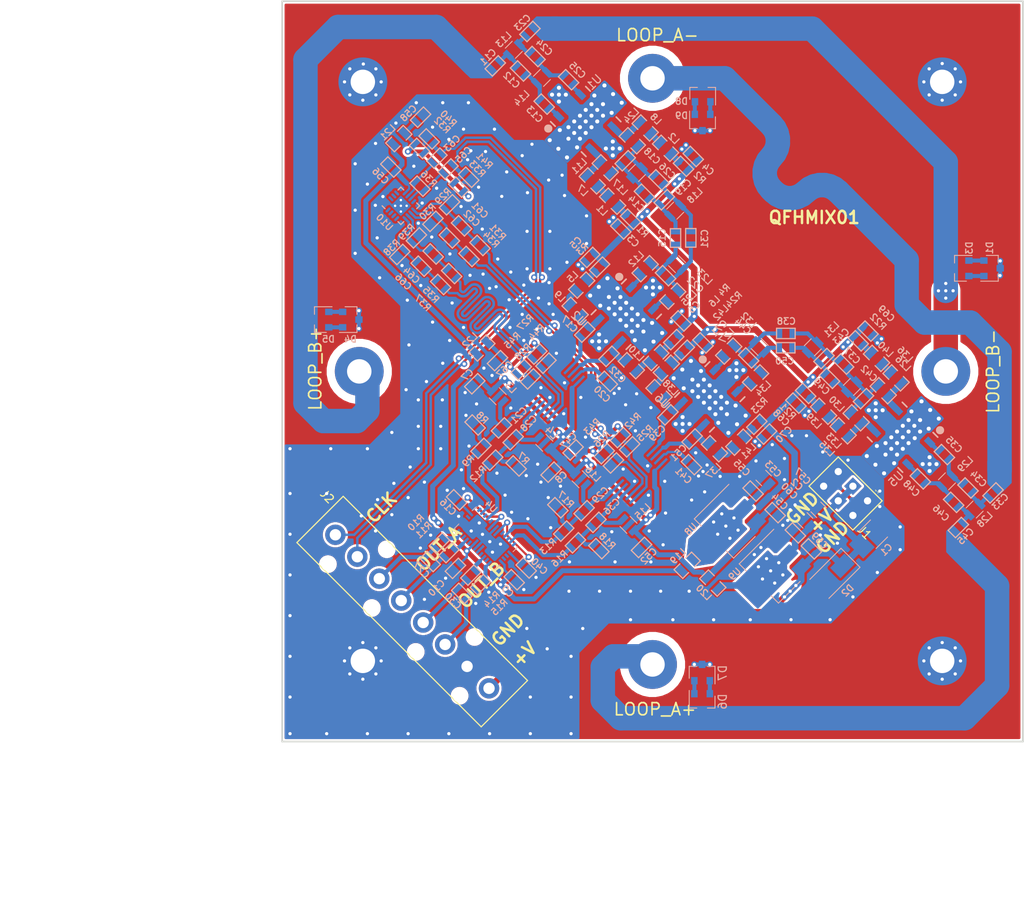
<source format=kicad_pcb>
(kicad_pcb (version 20190331) (host pcbnew "5.1.0-unknown-9f189ca~86~ubuntu18.04.1")
  (title_block (title "QFHMIX01C") (date "%d. %m. %Y") (rev "REV 0.2") (company "ORBISYS www.orbisys.sk") (comment 1 "VERSION 3") (comment 2 "Frontend for QFH antenna") (comment 3 "Maksim Rezenov, Jakub kakona"))
  (layers (0 "F.Cu" signal) (31 "B.Cu" signal) (34 "B.Paste" user) (35 "F.Paste" user) (36 "B.SilkS" user) (37 "F.SilkS" user) (38 "B.Mask" user) (39 "F.Mask" user) (44 "Edge.Cuts" user))
  (net 0 "")
  (net 1 "GND")
  (net 2 "VCC")
  (net 3 "+5V")
  (net 4 "+3V3")
  (net 5 "Net-(C15-Pad1)")
  (net 6 "Net-(C17-Pad1)")
  (net 7 "Net-(C19-Pad1)")
  (net 8 "Net-(C24-Pad2)")
  (net 9 "Net-(C28-Pad1)")
  (net 10 "Net-(C28-Pad2)")
  (net 11 "Net-(C29-Pad1)")
  (net 12 "Net-(C29-Pad2)")
  (net 13 "Net-(C33-Pad1)")
  (net 14 "Net-(C35-Pad1)")
  (net 15 "Net-(C36-Pad1)")
  (net 16 "Net-(C37-Pad1)")
  (net 17 "Net-(C39-Pad1)")
  (net 18 "Net-(C40-Pad1)")
  (net 19 "Net-(C53-Pad1)")
  (net 20 "Net-(C57-Pad1)")
  (net 21 "Net-(C58-Pad1)")
  (net 22 "Net-(C61-Pad1)")
  (net 23 "Net-(C61-Pad2)")
  (net 24 "Net-(C62-Pad2)")
  (net 25 "Net-(C62-Pad1)")
  (net 26 "Net-(C63-Pad2)")
  (net 27 "Net-(L1-Pad1)")
  (net 28 "Net-(L12-Pad2)")
  (net 29 "/CLK_MIX1_N")
  (net 30 "/CLK_MIX1_P")
  (net 31 "/CLK_MIX2_N")
  (net 32 "/CLK_MIX2_P")
  (net 33 "Net-(D4-Pad2)")
  (net 34 "Net-(D4-Pad1)")
  (net 35 "Net-(C13-Pad1)")
  (net 36 "Net-(C16-Pad2)")
  (net 37 "Net-(C20-Pad1)")
  (net 38 "Net-(C21-Pad1)")
  (net 39 "Net-(C21-Pad2)")
  (net 40 "Net-(C36-Pad2)")
  (net 41 "Net-(C41-Pad1)")
  (net 42 "Net-(C46-Pad2)")
  (net 43 "Net-(C64-Pad1)")
  (net 44 "Net-(C64-Pad2)")
  (net 45 "Net-(C65-Pad2)")
  (net 46 "Net-(C66-Pad1)")
  (net 47 "Net-(C66-Pad2)")
  (net 48 "Net-(D1-Pad2)")
  (net 49 "Net-(D1-Pad1)")
  (net 50 "Net-(D6-Pad2)")
  (net 51 "Net-(D6-Pad1)")
  (net 52 "Net-(D8-Pad2)")
  (net 53 "Net-(D8-Pad1)")
  (net 54 "Net-(L2-Pad1)")
  (net 55 "Net-(R9-Pad1)")
  (net 56 "Net-(R10-Pad2)")
  (net 57 "Net-(R11-Pad2)")
  (net 58 "Net-(R12-Pad1)")
  (net 59 "Net-(R13-Pad1)")
  (net 60 "Net-(R14-Pad2)")
  (net 61 "Net-(R15-Pad2)")
  (net 62 "Net-(R16-Pad1)")
  (net 63 "Net-(C67-Pad2)")
  (net 64 "DEM_OUTA_P")
  (net 65 "DEM_OUTA_N")
  (net 66 "DEM_OUTB_P")
  (net 67 "CLK_IN_P")
  (net 68 "CLK_IN_N")
  (net 69 "DEM_OUTB_N")
  (net 70 "Net-(L26-Pad1)")
  (net 71 "Net-(C11-Pad1)")
  (net 72 "Net-(C14-Pad1)")
  (net 73 "Net-(C14-Pad2)")
  (net 74 "Net-(C22-Pad1)")
  (net 75 "Net-(C25-Pad2)")
  (net 76 "/LNA/QFH_IN_1_P")
  (net 77 "Net-(C12-Pad1)")
  (net 78 "/LNA/LNA_OUT_1_P")
  (net 79 "Net-(C18-Pad1)")
  (net 80 "/LNA/QFH_IN_1_N")
  (net 81 "Net-(C23-Pad2)")
  (net 82 "Net-(C32-Pad1)")
  (net 83 "/LNA/LNA_OUT_1_N")
  (net 84 "/LNA/QFH_IN_2_P")
  (net 85 "Net-(C34-Pad1)")
  (net 86 "Net-(C37-Pad2)")
  (net 87 "Net-(C38-Pad1)")
  (net 88 "/LNA/LNA_OUT_2_P")
  (net 89 "Net-(C42-Pad1)")
  (net 90 "Net-(C43-Pad1)")
  (net 91 "Net-(C44-Pad1)")
  (net 92 "/LNA/QFH_IN_2_N")
  (net 93 "Net-(C45-Pad2)")
  (net 94 "Net-(C48-Pad2)")
  (net 95 "Net-(C51-Pad1)")
  (net 96 "/LNA/LNA_OUT_2_N")
  (net 97 "Net-(L1-Pad2)")
  (net 98 "Net-(L2-Pad2)")
  (net 99 "Net-(L5-Pad1)")
  (net 100 "Net-(L5-Pad2)")
  (net 101 "Net-(L6-Pad1)")
  (net 102 "Net-(L10-Pad1)")
  (net 103 "Net-(L11-Pad1)")
  (net 104 "Net-(L24-Pad2)")
  (net 105 "Net-(L25-Pad1)")
  (net 106 "Net-(L27-Pad2)")
  (net 107 "Net-(L33-Pad2)")
  (net 108 "Net-(L34-Pad1)")
  (net 109 "Net-(L35-Pad2)")
  (net 110 "Net-(L36-Pad2)")
  (net 111 "Net-(L37-Pad2)")
  (net 112 "Net-(L38-Pad2)")
  (net 113 "Net-(L39-Pad2)")
  (net 114 "Net-(L40-Pad2)")
  (net 115 "Net-(L41-Pad2)")
  (net 116 "Net-(L42-Pad2)")
  (module "Inductors_SMD:L_0805" (layer "B.Cu") (at 132.975 50.5 45)
    (fp_text reference "L13" (at 0.000536 -1.754035 45) (layer "B.SilkS") (effects (font (size 0.8 0.8)) (justify mirror)))
    (fp_text value "18nH" hide)
    (pad "1" smd rect (at -0.95 0 45) (size 0.7 1.3) (layers "B.Cu" "B.Paste" "B.Mask") (net 71 "Net-(C11-Pad1)"))
    (pad "2" smd rect (at 0.95 0 45) (size 0.7 1.3) (layers "B.Cu" "B.Paste" "B.Mask") (net 81 "Net-(C23-Pad2)"))
  )
  (module "Mlab_Mechanical:MountingHole_3mm" (layer "B.Cu") (at 185.56 125.56)
    (fp_text reference "M3" hide)
    (fp_text value "HOLE" hide)
    (pad "1" thru_hole circle (at 0 0) (size 6 6) (drill 3) (layers *.Cu *.Mask) (net 1 "GND") (clearance 1))
  )
  (module "maxrez:DL1020" (layer "B.Cu") (at 157.014645 93.135355 315)
    (fp_text reference "U6" (at -3.75 4.5 315) (layer "B.SilkS") (effects (justify mirror)))
    (fp_text value "MGVA-63+" hide)
    (pad "0" smd rect (at 0 0 315) (size 4.8 3.2) (layers "B.Cu" "B.Paste" "B.Mask") (net 1 "GND"))
    (pad "1" smd rect (at -1.905 -2.794 315) (size 0.76 1.27) (layers "B.Cu" "B.Paste" "B.Mask") (net 106 "Net-(L27-Pad2)"))
    (pad "2" smd rect (at -0.635 -2.794 315) (size 0.76 1.27) (layers "B.Cu" "B.Paste" "B.Mask") (net 1 "GND"))
    (pad "3" smd rect (at 0.635 -2.794 315) (size 0.76 1.27) (layers "B.Cu" "B.Paste" "B.Mask") (net 1 "GND"))
    (pad "4" smd rect (at 1.905 -2.794 315) (size 0.76 1.27) (layers "B.Cu" "B.Paste" "B.Mask") (net 108 "Net-(L34-Pad1)"))
    (pad "8" smd rect (at -1.905 2.794 315) (size 0.76 1.27) (layers "B.Cu" "B.Paste" "B.Mask") (net 17 "Net-(C39-Pad1)"))
    (pad "7" smd rect (at -0.635 2.794 315) (size 0.76 1.27) (layers "B.Cu" "B.Paste" "B.Mask") (net 1 "GND"))
    (pad "6" smd rect (at 0.635 2.794 315) (size 0.76 1.27) (layers "B.Cu" "B.Paste" "B.Mask") (net 1 "GND"))
    (pad "5" smd rect (at 1.905 2.794 315) (size 0.76 1.27) (layers "B.Cu" "B.Paste" "B.Mask") (net 95 "Net-(C51-Pad1)"))
  )
  (module "maxrez:DL1020" (layer "B.Cu") (at 180.7 98.075 225)
    (fp_text reference "U5" (at 4.207285 -3.075914 225) (layer "B.SilkS") (effects (justify mirror)))
    (fp_text value "MPGA-105+" hide)
    (pad "0" smd rect (at 0 0 225) (size 4.8 3.2) (layers "B.Cu" "B.Paste" "B.Mask") (net 1 "GND"))
    (pad "1" smd rect (at -1.905 -2.794 225) (size 0.76 1.27) (layers "B.Cu" "B.Paste" "B.Mask") (net 14 "Net-(C35-Pad1)"))
    (pad "2" smd rect (at -0.635 -2.794 225) (size 0.76 1.27) (layers "B.Cu" "B.Paste" "B.Mask") (net 1 "GND"))
    (pad "3" smd rect (at 0.635 -2.794 225) (size 0.76 1.27) (layers "B.Cu" "B.Paste" "B.Mask") (net 1 "GND"))
    (pad "4" smd rect (at 1.905 -2.794 225) (size 0.76 1.27) (layers "B.Cu" "B.Paste" "B.Mask") (net 94 "Net-(C48-Pad2)"))
    (pad "8" smd rect (at -1.905 2.794 225) (size 0.76 1.27) (layers "B.Cu" "B.Paste" "B.Mask") (net 70 "Net-(L26-Pad1)"))
    (pad "7" smd rect (at -0.635 2.794 225) (size 0.76 1.27) (layers "B.Cu" "B.Paste" "B.Mask") (net 1 "GND"))
    (pad "6" smd rect (at 0.635 2.794 225) (size 0.76 1.27) (layers "B.Cu" "B.Paste" "B.Mask") (net 1 "GND"))
    (pad "5" smd rect (at 1.905 2.794 225) (size 0.76 1.27) (layers "B.Cu" "B.Paste" "B.Mask") (net 107 "Net-(L33-Pad2)"))
  )
  (module "maxrez:DL1020" (layer "B.Cu") (at 146.764645 82.985355 315)
    (fp_text reference "U2" (at -3.75 4.5 315) (layer "B.SilkS") (effects (justify mirror)))
    (fp_text value "MGVA-63+" hide)
    (pad "0" smd rect (at 0 0 315) (size 4.8 3.2) (layers "B.Cu" "B.Paste" "B.Mask") (net 1 "GND"))
    (pad "1" smd rect (at -1.905 -2.794 315) (size 0.76 1.27) (layers "B.Cu" "B.Paste" "B.Mask") (net 28 "Net-(L12-Pad2)"))
    (pad "2" smd rect (at -0.635 -2.794 315) (size 0.76 1.27) (layers "B.Cu" "B.Paste" "B.Mask") (net 1 "GND"))
    (pad "3" smd rect (at 0.635 -2.794 315) (size 0.76 1.27) (layers "B.Cu" "B.Paste" "B.Mask") (net 1 "GND"))
    (pad "4" smd rect (at 1.905 -2.794 315) (size 0.76 1.27) (layers "B.Cu" "B.Paste" "B.Mask") (net 105 "Net-(L25-Pad1)"))
    (pad "8" smd rect (at -1.905 2.794 315) (size 0.76 1.27) (layers "B.Cu" "B.Paste" "B.Mask") (net 6 "Net-(C17-Pad1)"))
    (pad "7" smd rect (at -0.635 2.794 315) (size 0.76 1.27) (layers "B.Cu" "B.Paste" "B.Mask") (net 1 "GND"))
    (pad "6" smd rect (at 0.635 2.794 315) (size 0.76 1.27) (layers "B.Cu" "B.Paste" "B.Mask") (net 1 "GND"))
    (pad "5" smd rect (at 1.905 2.794 315) (size 0.76 1.27) (layers "B.Cu" "B.Paste" "B.Mask") (net 82 "Net-(C32-Pad1)"))
  )
  (module "maxrez:DL1020" (layer "B.Cu") (at 141.8 59.325 45)
    (fp_text reference "U1" (at 4.17193 -2.687006 45) (layer "B.SilkS") (effects (justify mirror)))
    (fp_text value "MPGA-105+" hide)
    (pad "0" smd rect (at 0 0 45) (size 4.8 3.2) (layers "B.Cu" "B.Paste" "B.Mask") (net 1 "GND"))
    (pad "1" smd rect (at -1.905 -2.794 45) (size 0.76 1.27) (layers "B.Cu" "B.Paste" "B.Mask") (net 35 "Net-(C13-Pad1)"))
    (pad "2" smd rect (at -0.635 -2.794 45) (size 0.76 1.27) (layers "B.Cu" "B.Paste" "B.Mask") (net 1 "GND"))
    (pad "3" smd rect (at 0.635 -2.794 45) (size 0.76 1.27) (layers "B.Cu" "B.Paste" "B.Mask") (net 1 "GND"))
    (pad "4" smd rect (at 1.905 -2.794 45) (size 0.76 1.27) (layers "B.Cu" "B.Paste" "B.Mask") (net 75 "Net-(C25-Pad2)"))
    (pad "8" smd rect (at -1.905 2.794 45) (size 0.76 1.27) (layers "B.Cu" "B.Paste" "B.Mask") (net 103 "Net-(L11-Pad1)"))
    (pad "7" smd rect (at -0.635 2.794 45) (size 0.76 1.27) (layers "B.Cu" "B.Paste" "B.Mask") (net 1 "GND"))
    (pad "6" smd rect (at 0.635 2.794 45) (size 0.76 1.27) (layers "B.Cu" "B.Paste" "B.Mask") (net 1 "GND"))
    (pad "5" smd rect (at 1.905 2.794 45) (size 0.76 1.27) (layers "B.Cu" "B.Paste" "B.Mask") (net 104 "Net-(L24-Pad2)"))
  )
  (module "Mlab_C:SMD-0603" (layer "B.Cu") (at 125.807107 114.192893 225)
    (fp_text reference "C10" (at 3.333453 -0.070711 225) (layer "B.SilkS") (effects (font (size 0.8 0.8)) (justify mirror)))
    (fp_text value "100nF" hide)
    (pad "2" smd rect (at 0.762 0 225) (size 0.635 1.143) (layers "B.Cu" "B.Paste" "B.Mask") (net 1 "GND"))
    (pad "1" smd rect (at -0.762 0 225) (size 0.635 1.143) (layers "B.Cu" "B.Paste" "B.Mask") (net 4 "+3V3"))
  )
  (module "Mlab_C:SMD-0603" (layer "B.Cu") (at 133.017893 115.592893 315)
    (fp_text reference "C9" (at 0.416637 1.573313 315) (layer "B.SilkS") (effects (font (size 0.8 0.8)) (justify mirror)))
    (fp_text value "100nF" hide)
    (pad "2" smd rect (at 0.762 0 315) (size 0.635 1.143) (layers "B.Cu" "B.Paste" "B.Mask") (net 1 "GND"))
    (pad "1" smd rect (at -0.762 0 315) (size 0.635 1.143) (layers "B.Cu" "B.Paste" "B.Mask") (net 4 "+3V3"))
  )
  (module "Inductors_SMD:L_0805" (layer "B.Cu") (at 141.175 103.25 135)
    (fp_text reference "L16" (at -0.618718 1.537957 135) (layer "B.SilkS") (effects (font (size 0.8 0.8)) (justify mirror)))
    (fp_text value "680nH" hide)
    (pad "1" smd rect (at -0.95 0 135) (size 0.7 1.3) (layers "B.Cu" "B.Paste" "B.Mask") (net 12 "Net-(C29-Pad2)"))
    (pad "2" smd rect (at 0.95 0 135) (size 0.7 1.3) (layers "B.Cu" "B.Paste" "B.Mask") (net 3 "+5V"))
  )
  (module "Inductors_SMD:L_0805" (layer "B.Cu") (at 147.05 108.85 315)
    (fp_text reference "L15" (at 0.070711 -2.404163 45) (layer "B.SilkS") (effects (font (size 0.8 0.8)) (justify mirror)))
    (fp_text value "680nH" hide)
    (pad "1" smd rect (at -0.95 0 315) (size 0.7 1.3) (layers "B.Cu" "B.Paste" "B.Mask") (net 40 "Net-(C36-Pad2)"))
    (pad "2" smd rect (at 0.95 0 315) (size 0.7 1.3) (layers "B.Cu" "B.Paste" "B.Mask") (net 3 "+5V"))
  )
  (module "Inductors_SMD:L_0805" (layer "B.Cu") (at 136.714981 98.764981 135)
    (fp_text reference "L4" (at 0.233318 1.555635 135) (layer "B.SilkS") (effects (justify mirror)))
    (fp_text value "680nH" hide)
    (pad "1" smd rect (at -0.95 0 135) (size 0.7 1.3) (layers "B.Cu" "B.Paste" "B.Mask") (net 3 "+5V"))
    (pad "2" smd rect (at 0.95 0 135) (size 0.7 1.3) (layers "B.Cu" "B.Paste" "B.Mask") (net 10 "Net-(C28-Pad2)"))
  )
  (module "Inductors_SMD:L_0805" (layer "B.Cu") (at 131 93.05 315)
    (fp_text reference "L3" (at 0.388909 -1.873833 315) (layer "B.SilkS") (effects (font (size 0.8 0.8)) (justify mirror)))
    (fp_text value "680nH" hide)
    (pad "1" smd rect (at -0.95 0 315) (size 0.7 1.3) (layers "B.Cu" "B.Paste" "B.Mask") (net 3 "+5V"))
    (pad "2" smd rect (at 0.95 0 315) (size 0.7 1.3) (layers "B.Cu" "B.Paste" "B.Mask") (net 39 "Net-(C21-Pad2)"))
  )
  (module "Mlab_C:SMD-0603" (layer "B.Cu") (at 130.975 88.675 45)
    (fp_text reference "C67" (at -0.127 1.397 45) (layer "B.SilkS") (effects (font (size 0.8 0.8)) (justify mirror)))
    (fp_text value "10nF" hide)
    (pad "2" smd rect (at 0.762 0 45) (size 0.635 1.143) (layers "B.Cu" "B.Paste" "B.Mask") (net 63 "Net-(C67-Pad2)"))
    (pad "1" smd rect (at -0.762 0 45) (size 0.635 1.143) (layers "B.Cu" "B.Paste" "B.Mask") (net 1 "GND"))
  )
  (module "Mlab_C:SMD-0603" (layer "B.Cu") (at 121.603862 77.074806 315)
    (fp_text reference "C66" (at -0.197048 2.919683 315) (layer "B.SilkS") (effects (font (size 0.8 0.8)) (justify mirror)))
    (fp_text value "10nF" hide)
    (pad "2" smd rect (at 0.762 0 315) (size 0.635 1.143) (layers "B.Cu" "B.Paste" "B.Mask") (net 47 "Net-(C66-Pad2)"))
    (pad "1" smd rect (at -0.762 0 315) (size 0.635 1.143) (layers "B.Cu" "B.Paste" "B.Mask") (net 46 "Net-(C66-Pad1)"))
  )
  (module "Mlab_C:SMD-0603" (layer "B.Cu") (at 124.893294 65.134714 225)
    (fp_text reference "C65" (at -2.574873 -0.121617 225) (layer "B.SilkS") (effects (font (size 0.8 0.8)) (justify mirror)))
    (fp_text value "100nF" hide)
    (pad "2" smd rect (at 0.762 0 225) (size 0.635 1.143) (layers "B.Cu" "B.Paste" "B.Mask") (net 45 "Net-(C65-Pad2)"))
    (pad "1" smd rect (at -0.762 0 225) (size 0.635 1.143) (layers "B.Cu" "B.Paste" "B.Mask") (net 68 "CLK_IN_N"))
  )
  (module "Mlab_C:SMD-0603" (layer "B.Cu") (at 123.076808 75.577904 315)
    (fp_text reference "C64" (at -0.038687 3.746891 315) (layer "B.SilkS") (effects (font (size 0.8 0.8)) (justify mirror)))
    (fp_text value "10nF" hide)
    (pad "2" smd rect (at 0.762 0 315) (size 0.635 1.143) (layers "B.Cu" "B.Paste" "B.Mask") (net 44 "Net-(C64-Pad2)"))
    (pad "1" smd rect (at -0.762 0 315) (size 0.635 1.143) (layers "B.Cu" "B.Paste" "B.Mask") (net 43 "Net-(C64-Pad1)"))
  )
  (module "Mlab_C:SMD-0603" (layer "B.Cu") (at 123.536291 63.804711 225)
    (fp_text reference "C63" (at -2.593965 -0.041718 225) (layer "B.SilkS") (effects (font (size 0.8 0.8)) (justify mirror)))
    (fp_text value "100nF" hide)
    (pad "2" smd rect (at 0.762 0 225) (size 0.635 1.143) (layers "B.Cu" "B.Paste" "B.Mask") (net 26 "Net-(C63-Pad2)"))
    (pad "1" smd rect (at -0.762 0 225) (size 0.635 1.143) (layers "B.Cu" "B.Paste" "B.Mask") (net 67 "CLK_IN_P"))
  )
  (module "Mlab_C:SMD-0603" (layer "B.Cu") (at 125.068686 73.609984 315)
    (fp_text reference "C62" (at 0.227215 -3.635447 315) (layer "B.SilkS") (effects (font (size 0.8 0.8)) (justify mirror)))
    (fp_text value "10nF" hide)
    (pad "2" smd rect (at 0.762 0 315) (size 0.635 1.143) (layers "B.Cu" "B.Paste" "B.Mask") (net 24 "Net-(C62-Pad2)"))
    (pad "1" smd rect (at -0.762 0 315) (size 0.635 1.143) (layers "B.Cu" "B.Paste" "B.Mask") (net 25 "Net-(C62-Pad1)"))
  )
  (module "Mlab_C:SMD-0603" (layer "B.Cu") (at 126.553609 72.125059 315)
    (fp_text reference "C61" (at 0.227216 -2.949661 315) (layer "B.SilkS") (effects (font (size 0.8 0.8)) (justify mirror)))
    (fp_text value "10nF" hide)
    (pad "2" smd rect (at 0.762 0 315) (size 0.635 1.143) (layers "B.Cu" "B.Paste" "B.Mask") (net 23 "Net-(C61-Pad2)"))
    (pad "1" smd rect (at -0.762 0 315) (size 0.635 1.143) (layers "B.Cu" "B.Paste" "B.Mask") (net 22 "Net-(C61-Pad1)"))
  )
  (module "Mlab_C:SMD-0603" (layer "B.Cu") (at 167.538815 109.838815 315)
    (fp_text reference "C60" (at -4.156112 -3.11127 315) (layer "B.SilkS") (effects (font (size 0.8 0.8)) (justify mirror)))
    (fp_text value "100nF" hide)
    (pad "2" smd rect (at 0.762 0 315) (size 0.635 1.143) (layers "B.Cu" "B.Paste" "B.Mask") (net 20 "Net-(C57-Pad1)"))
    (pad "1" smd rect (at -0.762 0 315) (size 0.635 1.143) (layers "B.Cu" "B.Paste" "B.Mask") (net 1 "GND"))
  )
  (module "Mlab_C:SMD-0603" (layer "B.Cu") (at 169.5 111.8 315)
    (fp_text reference "C59" (at 0 -1.414214 315) (layer "B.SilkS") (effects (font (size 0.8 0.8)) (justify mirror)))
    (fp_text value "100nF" hide)
    (pad "2" smd rect (at 0.762 0 315) (size 0.635 1.143) (layers "B.Cu" "B.Paste" "B.Mask") (net 2 "VCC"))
    (pad "1" smd rect (at -0.762 0 315) (size 0.635 1.143) (layers "B.Cu" "B.Paste" "B.Mask") (net 1 "GND"))
  )
  (module "Mlab_C:SMD-0603" (layer "B.Cu") (at 121.525 58.775 45)
    (fp_text reference "C58" (at -0.707107 -1.378858 45) (layer "B.SilkS") (effects (font (size 0.8 0.8)) (justify mirror)))
    (fp_text value "100nF" hide)
    (pad "2" smd rect (at 0.762 0 45) (size 0.635 1.143) (layers "B.Cu" "B.Paste" "B.Mask") (net 1 "GND"))
    (pad "1" smd rect (at -0.762 0 45) (size 0.635 1.143) (layers "B.Cu" "B.Paste" "B.Mask") (net 21 "Net-(C58-Pad1)"))
  )
  (module "Mlab_C:SMD-0603" (layer "B.Cu") (at 117.875 64.9 135)
    (fp_text reference "C56" (at 0.123744 -1.679379 135) (layer "B.SilkS") (effects (font (size 0.8 0.8)) (justify mirror)))
    (fp_text value "10nF" hide)
    (pad "2" smd rect (at 0.762 0 135) (size 0.635 1.143) (layers "B.Cu" "B.Paste" "B.Mask") (net 1 "GND"))
    (pad "1" smd rect (at -0.762 0 135) (size 0.635 1.143) (layers "B.Cu" "B.Paste" "B.Mask") (net 4 "+3V3"))
  )
  (module "Mlab_C:SMD-0603" (layer "B.Cu") (at 162.35 104.7 315)
    (fp_text reference "C55" (at -3.005204 -1.025305 315) (layer "B.SilkS") (effects (font (size 0.8 0.8)) (justify mirror)))
    (fp_text value "100nF" hide)
    (pad "2" smd rect (at 0.762 0 315) (size 0.635 1.143) (layers "B.Cu" "B.Paste" "B.Mask") (net 19 "Net-(C53-Pad1)"))
    (pad "1" smd rect (at -0.762 0 315) (size 0.635 1.143) (layers "B.Cu" "B.Paste" "B.Mask") (net 1 "GND"))
  )
  (module "Mlab_C:SMD-0603" (layer "B.Cu") (at 165.05 107.35 135)
    (fp_text reference "C54" (at 0.565685 1.343503 135) (layer "B.SilkS") (effects (font (size 0.8 0.8)) (justify mirror)))
    (fp_text value "100nF" hide)
    (pad "2" smd rect (at 0.762 0 135) (size 0.635 1.143) (layers "B.Cu" "B.Paste" "B.Mask") (net 3 "+5V"))
    (pad "1" smd rect (at -0.762 0 135) (size 0.635 1.143) (layers "B.Cu" "B.Paste" "B.Mask") (net 1 "GND"))
  )
  (module "Mlab_C:SMD-0603" (layer "B.Cu") (at 148.65 111.625 45)
    (fp_text reference "C52" (at -0.127 1.397 45) (layer "B.SilkS") (effects (font (size 0.8 0.8)) (justify mirror)))
    (fp_text value "100nF" hide)
    (pad "2" smd rect (at 0.762 0 45) (size 0.635 1.143) (layers "B.Cu" "B.Paste" "B.Mask") (net 3 "+5V"))
    (pad "1" smd rect (at -0.762 0 45) (size 0.635 1.143) (layers "B.Cu" "B.Paste" "B.Mask") (net 1 "GND"))
  )
  (module "Mlab_C:SMD-0603" (layer "B.Cu") (at 140.25 99.65 225)
    (fp_text reference "C47" (at -0.424264 1.202082 225) (layer "B.SilkS") (effects (font (size 0.8 0.8)) (justify mirror)))
    (fp_text value "100nF" hide)
    (pad "2" smd rect (at 0.762 0 225) (size 0.635 1.143) (layers "B.Cu" "B.Paste" "B.Mask") (net 3 "+5V"))
    (pad "1" smd rect (at -0.762 0 225) (size 0.635 1.143) (layers "B.Cu" "B.Paste" "B.Mask") (net 1 "GND"))
  )
  (module "Mlab_C:SMD-0603" (layer "B.Cu") (at 154.775 101.45 315)
    (fp_text reference "C41" (at 0.265165 1.644023 315) (layer "B.SilkS") (effects (font (size 0.8 0.8)) (justify mirror)))
    (fp_text value "10n" hide)
    (pad "2" smd rect (at 0.762 0 315) (size 0.635 1.143) (layers "B.Cu" "B.Paste" "B.Mask") (net 1 "GND"))
    (pad "1" smd rect (at -0.762 0 315) (size 0.635 1.143) (layers "B.Cu" "B.Paste" "B.Mask") (net 41 "Net-(C41-Pad1)"))
  )
  (module "Mlab_C:SMD-0603" (layer "B.Cu") (at 134.492893 114.142893 315)
    (fp_text reference "C40" (at 1 -1.272792 315) (layer "B.SilkS") (effects (font (size 0.8 0.8)) (justify mirror)))
    (fp_text value "10nF" hide)
    (pad "2" smd rect (at 0.762 0 315) (size 0.635 1.143) (layers "B.Cu" "B.Paste" "B.Mask") (net 1 "GND"))
    (pad "1" smd rect (at -0.762 0 315) (size 0.635 1.143) (layers "B.Cu" "B.Paste" "B.Mask") (net 18 "Net-(C40-Pad1)"))
  )
  (module "Mlab_C:SMD-0603" (layer "B.Cu") (at 143.051596 108.539567 45)
    (fp_text reference "C36" (at 2.749211 0.006249 45) (layer "B.SilkS") (effects (font (size 0.8 0.8)) (justify mirror)))
    (fp_text value "100nF" hide)
    (pad "2" smd rect (at 0.762 0 45) (size 0.635 1.143) (layers "B.Cu" "B.Paste" "B.Mask") (net 40 "Net-(C36-Pad2)"))
    (pad "1" smd rect (at -0.762 0 45) (size 0.635 1.143) (layers "B.Cu" "B.Paste" "B.Mask") (net 15 "Net-(C36-Pad1)"))
  )
  (module "Mlab_C:SMD-0603" (layer "B.Cu") (at 126.576986 117.261848 315)
    (fp_text reference "C30" (at -0.098627 1.425374 315) (layer "B.SilkS") (effects (font (size 0.8 0.8)) (justify mirror)))
    (fp_text value "18pF" hide)
    (pad "2" smd rect (at 0.762 0 315) (size 0.635 1.143) (layers "B.Cu" "B.Paste" "B.Mask") (net 66 "DEM_OUTB_P"))
    (pad "1" smd rect (at -0.762 0 315) (size 0.635 1.143) (layers "B.Cu" "B.Paste" "B.Mask") (net 69 "DEM_OUTB_N"))
  )
  (module "Mlab_C:SMD-0603" (layer "B.Cu") (at 141.60344 107.114038 45)
    (fp_text reference "C29" (at 2.76521 0.058352 45) (layer "B.SilkS") (effects (font (size 0.8 0.8)) (justify mirror)))
    (fp_text value "100nF" hide)
    (pad "2" smd rect (at 0.762 0 45) (size 0.635 1.143) (layers "B.Cu" "B.Paste" "B.Mask") (net 12 "Net-(C29-Pad2)"))
    (pad "1" smd rect (at -0.762 0 45) (size 0.635 1.143) (layers "B.Cu" "B.Paste" "B.Mask") (net 11 "Net-(C29-Pad1)"))
  )
  (module "Mlab_C:SMD-0603" (layer "B.Cu") (at 132.894714 98.382683 45)
    (fp_text reference "C28" (at 2.749209 -0.054728 45) (layer "B.SilkS") (effects (font (size 0.8 0.8)) (justify mirror)))
    (fp_text value "100nF" hide)
    (pad "2" smd rect (at 0.762 0 45) (size 0.635 1.143) (layers "B.Cu" "B.Paste" "B.Mask") (net 10 "Net-(C28-Pad2)"))
    (pad "1" smd rect (at -0.762 0 45) (size 0.635 1.143) (layers "B.Cu" "B.Paste" "B.Mask") (net 9 "Net-(C28-Pad1)"))
  )
  (module "Mlab_C:SMD-0603" (layer "B.Cu") (at 122.71 113.35 315)
    (fp_text reference "C27" (at -0.042426 1.527351 315) (layer "B.SilkS") (effects (font (size 0.8 0.8)) (justify mirror)))
    (fp_text value "18pF" hide)
    (pad "2" smd rect (at 0.762 0 315) (size 0.635 1.143) (layers "B.Cu" "B.Paste" "B.Mask") (net 64 "DEM_OUTA_P"))
    (pad "1" smd rect (at -0.762 0 315) (size 0.635 1.143) (layers "B.Cu" "B.Paste" "B.Mask") (net 65 "DEM_OUTA_N"))
  )
  (module "Mlab_C:SMD-0603" (layer "B.Cu") (at 131.457874 96.945842 45)
    (fp_text reference "C21" (at 2.607787 0.421636 45) (layer "B.SilkS") (effects (font (size 0.8 0.8)) (justify mirror)))
    (fp_text value "100nF" hide)
    (pad "2" smd rect (at 0.762 0 45) (size 0.635 1.143) (layers "B.Cu" "B.Paste" "B.Mask") (net 39 "Net-(C21-Pad2)"))
    (pad "1" smd rect (at -0.762 0 45) (size 0.635 1.143) (layers "B.Cu" "B.Paste" "B.Mask") (net 38 "Net-(C21-Pad1)"))
  )
  (module "Mlab_C:SMD-0603" (layer "B.Cu") (at 144.45 91.225 315)
    (fp_text reference "C20" (at 0.654074 1.573313 315) (layer "B.SilkS") (effects (font (size 0.8 0.8)) (justify mirror)))
    (fp_text value "10nF" hide)
    (pad "2" smd rect (at 0.762 0 315) (size 0.635 1.143) (layers "B.Cu" "B.Paste" "B.Mask") (net 1 "GND"))
    (pad "1" smd rect (at -0.762 0 315) (size 0.635 1.143) (layers "B.Cu" "B.Paste" "B.Mask") (net 37 "Net-(C20-Pad1)"))
  )
  (module "Mlab_C:SMD-0603" (layer "B.Cu") (at 125.961532 105.774071 315)
    (fp_text reference "C16" (at -0.127 1.397 315) (layer "B.SilkS") (effects (font (size 0.8 0.8)) (justify mirror)))
    (fp_text value "10nF" hide)
    (pad "2" smd rect (at 0.762 0 315) (size 0.635 1.143) (layers "B.Cu" "B.Paste" "B.Mask") (net 36 "Net-(C16-Pad2)"))
    (pad "1" smd rect (at -0.762 0 315) (size 0.635 1.143) (layers "B.Cu" "B.Paste" "B.Mask") (net 1 "GND"))
  )
  (module "Mlab_C:SMD-0603" (layer "B.Cu") (at 137.55 102.375 225)
    (fp_text reference "C8" (at -0.441942 -1.325825 225) (layer "B.SilkS") (effects (font (size 0.8 0.8)) (justify mirror)))
    (fp_text value "100nF" hide)
    (pad "2" smd rect (at 0.762 0 225) (size 0.635 1.143) (layers "B.Cu" "B.Paste" "B.Mask") (net 1 "GND"))
    (pad "1" smd rect (at -0.762 0 225) (size 0.635 1.143) (layers "B.Cu" "B.Paste" "B.Mask") (net 3 "+5V"))
  )
  (module "Mlab_C:SMD-0603" (layer "B.Cu") (at 128.182107 91.517893 225)
    (fp_text reference "C7" (at -0.127 1.397 225) (layer "B.SilkS") (effects (font (size 0.8 0.8)) (justify mirror)))
    (fp_text value "100nF" hide)
    (pad "2" smd rect (at 0.762 0 225) (size 0.635 1.143) (layers "B.Cu" "B.Paste" "B.Mask") (net 1 "GND"))
    (pad "1" smd rect (at -0.762 0 225) (size 0.635 1.143) (layers "B.Cu" "B.Paste" "B.Mask") (net 3 "+5V"))
  )
  (module "Inductors_SMD:L_0805" (layer "B.Cu") (at 163.15 87 315)
    (fp_text reference "L32" (at -3.2996 -1.365686 315) (layer "B.SilkS") (effects (font (size 0.8 0.8)) (justify mirror)))
    (fp_text value "18nH" hide)
    (pad "1" smd rect (at -0.95 0 315) (size 0.7 1.3) (layers "B.Cu" "B.Paste" "B.Mask") (net 87 "Net-(C38-Pad1)"))
    (pad "2" smd rect (at 0.95 0 315) (size 0.7 1.3) (layers "B.Cu" "B.Paste" "B.Mask") (net 91 "Net-(C44-Pad1)"))
  )
  (module "Inductors_SMD:L_0805" (layer "B.Cu") (at 169.675 87.05 225)
    (fp_text reference "L31" (at -3.179646 -0.061417 225) (layer "B.SilkS") (effects (font (size 0.8 0.8)) (justify mirror)))
    (fp_text value "18nH" hide)
    (pad "1" smd rect (at -0.95 0 225) (size 0.7 1.3) (layers "B.Cu" "B.Paste" "B.Mask") (net 16 "Net-(C37-Pad1)"))
    (pad "2" smd rect (at 0.95 0 225) (size 0.7 1.3) (layers "B.Cu" "B.Paste" "B.Mask") (net 90 "Net-(C43-Pad1)"))
  )
  (module "Inductors_SMD:L_0805" (layer "B.Cu") (at 174.481192 91.907181 225)
    (fp_text reference "L30" (at 2.81005 -0.149643 315) (layer "B.SilkS") (effects (font (size 0.8 0.8)) (justify mirror)))
    (fp_text value "18nH" hide)
    (pad "1" smd rect (at -0.95 0 225) (size 0.7 1.3) (layers "B.Cu" "B.Paste" "B.Mask") (net 86 "Net-(C37-Pad2)"))
    (pad "2" smd rect (at 0.95 0 225) (size 0.7 1.3) (layers "B.Cu" "B.Paste" "B.Mask") (net 89 "Net-(C42-Pad1)"))
  )
  (module "Mlab_L:SMD-0805" (layer "B.Cu") (at 151.7 89.6 45)
    (fp_text reference "L42" (at 9.545942 -0.070711 45) (layer "B.SilkS") (effects (font (size 0.8 0.8)) (justify mirror)))
    (fp_text value "270nH" hide)
    (pad "2" smd rect (at 0.9525 0 45) (size 0.889 1.397) (layers "B.Cu" "B.Paste" "B.Mask") (net 116 "Net-(L42-Pad2)"))
    (pad "1" smd rect (at -0.9525 0 45) (size 0.889 1.397) (layers "B.Cu" "B.Paste" "B.Mask") (net 112 "Net-(L38-Pad2)"))
  )
  (module "Mlab_L:SMD-0805" (layer "B.Cu") (at 160.6 98.7 45)
    (fp_text reference "L41" (at 0.070711 1.626346 45) (layer "B.SilkS") (effects (font (size 0.8 0.8)) (justify mirror)))
    (fp_text value "270nH" hide)
    (pad "2" smd rect (at 0.9525 0 45) (size 0.889 1.397) (layers "B.Cu" "B.Paste" "B.Mask") (net 115 "Net-(L41-Pad2)"))
    (pad "1" smd rect (at -0.9525 0 45) (size 0.889 1.397) (layers "B.Cu" "B.Paste" "B.Mask") (net 111 "Net-(L37-Pad2)"))
  )
  (module "Mlab_L:SMD-0805" (layer "B.Cu") (at 177.5 88.4 135)
    (fp_text reference "L40" (at 0 1.555635 135) (layer "B.SilkS") (effects (font (size 0.8 0.8)) (justify mirror)))
    (fp_text value "270nH" hide)
    (pad "2" smd rect (at 0.9525 0 135) (size 0.889 1.397) (layers "B.Cu" "B.Paste" "B.Mask") (net 114 "Net-(L40-Pad2)"))
    (pad "1" smd rect (at -0.9525 0 135) (size 0.889 1.397) (layers "B.Cu" "B.Paste" "B.Mask") (net 110 "Net-(L36-Pad2)"))
  )
  (module "Mlab_L:SMD-0805" (layer "B.Cu") (at 171 94.9 135)
    (fp_text reference "L39" (at 0 -1.697056 135) (layer "B.SilkS") (effects (font (size 0.8 0.8)) (justify mirror)))
    (fp_text value "270nH" hide)
    (pad "2" smd rect (at 0.9525 0 135) (size 0.889 1.397) (layers "B.Cu" "B.Paste" "B.Mask") (net 113 "Net-(L39-Pad2)"))
    (pad "1" smd rect (at -0.9525 0 135) (size 0.889 1.397) (layers "B.Cu" "B.Paste" "B.Mask") (net 109 "Net-(L35-Pad2)"))
  )
  (module "Mlab_L:SMD-0805" (layer "B.Cu") (at 150.8 92.6 135)
    (fp_text reference "L38" (at -0.565685 1.414214 135) (layer "B.SilkS") (effects (font (size 0.8 0.8)) (justify mirror)))
    (fp_text value "270nH" hide)
    (pad "2" smd rect (at 0.9525 0 135) (size 0.889 1.397) (layers "B.Cu" "B.Paste" "B.Mask") (net 112 "Net-(L38-Pad2)"))
    (pad "1" smd rect (at -0.9525 0 135) (size 0.889 1.397) (layers "B.Cu" "B.Paste" "B.Mask") (net 17 "Net-(C39-Pad1)"))
  )
  (module "Mlab_L:SMD-0805" (layer "B.Cu") (at 157.6 99.5 315)
    (fp_text reference "L37" (at 1.873833 2.015254 45) (layer "B.SilkS") (effects (font (size 0.8 0.8)) (justify mirror)))
    (fp_text value "270nH" hide)
    (pad "2" smd rect (at 0.9525 0 315) (size 0.889 1.397) (layers "B.Cu" "B.Paste" "B.Mask") (net 111 "Net-(L37-Pad2)"))
    (pad "1" smd rect (at -0.9525 0 315) (size 0.889 1.397) (layers "B.Cu" "B.Paste" "B.Mask") (net 95 "Net-(C51-Pad1)"))
  )
  (module "Mlab_L:SMD-0805" (layer "B.Cu") (at 179.9 90.8 135)
    (fp_text reference "L36" (at 1.272792 2.828427 135) (layer "B.SilkS") (effects (font (size 0.8 0.8)) (justify mirror)))
    (fp_text value "270nH" hide)
    (pad "2" smd rect (at 0.9525 0 135) (size 0.889 1.397) (layers "B.Cu" "B.Paste" "B.Mask") (net 110 "Net-(L36-Pad2)"))
    (pad "1" smd rect (at -0.9525 0 135) (size 0.889 1.397) (layers "B.Cu" "B.Paste" "B.Mask") (net 70 "Net-(L26-Pad1)"))
  )
  (module "Mlab_L:SMD-0805" (layer "B.Cu") (at 173.4 97.3 135)
    (fp_text reference "L35" (at -0.141421 -2.969848 135) (layer "B.SilkS") (effects (font (size 0.8 0.8)) (justify mirror)))
    (fp_text value "270nH" hide)
    (pad "2" smd rect (at 0.9525 0 135) (size 0.889 1.397) (layers "B.Cu" "B.Paste" "B.Mask") (net 109 "Net-(L35-Pad2)"))
    (pad "1" smd rect (at -0.9525 0 135) (size 0.889 1.397) (layers "B.Cu" "B.Paste" "B.Mask") (net 107 "Net-(L33-Pad2)"))
  )
  (module "Mlab_L:SMD-0805" (layer "B.Cu") (at 147.4 89.3 135)
    (fp_text reference "L10" (at 0.636396 1.484924 135) (layer "B.SilkS") (effects (font (size 0.8 0.8)) (justify mirror)))
    (fp_text value "270nH" hide)
    (pad "2" smd rect (at 0.9525 0 135) (size 0.889 1.397) (layers "B.Cu" "B.Paste" "B.Mask") (net 82 "Net-(C32-Pad1)"))
    (pad "1" smd rect (at -0.9525 0 135) (size 0.889 1.397) (layers "B.Cu" "B.Paste" "B.Mask") (net 102 "Net-(L10-Pad1)"))
  )
  (module "Mlab_L:SMD-0805" (layer "B.Cu") (at 140.5 82.5 315)
    (fp_text reference "L9" (at -2.545584 0.141421 315) (layer "B.SilkS") (effects (font (size 0.8 0.8)) (justify mirror)))
    (fp_text value "270nH" hide)
    (pad "2" smd rect (at 0.9525 0 315) (size 0.889 1.397) (layers "B.Cu" "B.Paste" "B.Mask") (net 6 "Net-(C17-Pad1)"))
    (pad "1" smd rect (at -0.9525 0 315) (size 0.889 1.397) (layers "B.Cu" "B.Paste" "B.Mask") (net 100 "Net-(L5-Pad2)"))
  )
  (module "Mlab_L:SMD-0805" (layer "B.Cu") (at 149.1 60.1 135)
    (fp_text reference "L8" (at -0.141421 1.697056 135) (layer "B.SilkS") (effects (font (size 0.8 0.8)) (justify mirror)))
    (fp_text value "270nH" hide)
    (pad "2" smd rect (at 0.9525 0 135) (size 0.889 1.397) (layers "B.Cu" "B.Paste" "B.Mask") (net 104 "Net-(L24-Pad2)"))
    (pad "1" smd rect (at -0.9525 0 135) (size 0.889 1.397) (layers "B.Cu" "B.Paste" "B.Mask") (net 98 "Net-(L2-Pad2)"))
  )
  (module "Mlab_L:SMD-0805" (layer "B.Cu") (at 142.6 66.6 135)
    (fp_text reference "L7" (at 0 -1.697056 135) (layer "B.SilkS") (effects (font (size 0.8 0.8)) (justify mirror)))
    (fp_text value "270nH" hide)
    (pad "2" smd rect (at 0.9525 0 135) (size 0.889 1.397) (layers "B.Cu" "B.Paste" "B.Mask") (net 103 "Net-(L11-Pad1)"))
    (pad "1" smd rect (at -0.9525 0 135) (size 0.889 1.397) (layers "B.Cu" "B.Paste" "B.Mask") (net 97 "Net-(L1-Pad2)"))
  )
  (module "Mlab_L:SMD-0805" (layer "B.Cu") (at 150.4 88.3 225)
    (fp_text reference "L6" (at -9.970206 -0.212132 225) (layer "B.SilkS") (effects (font (size 0.8 0.8)) (justify mirror)))
    (fp_text value "270nH" hide)
    (pad "2" smd rect (at 0.9525 0 225) (size 0.889 1.397) (layers "B.Cu" "B.Paste" "B.Mask") (net 102 "Net-(L10-Pad1)"))
    (pad "1" smd rect (at -0.9525 0 225) (size 0.889 1.397) (layers "B.Cu" "B.Paste" "B.Mask") (net 101 "Net-(L6-Pad1)"))
  )
  (module "Mlab_L:SMD-0805" (layer "B.Cu") (at 141.3 79.4 225)
    (fp_text reference "L5" (at 0.070711 1.484924 225) (layer "B.SilkS") (effects (font (size 0.8 0.8)) (justify mirror)))
    (fp_text value "270nH" hide)
    (pad "2" smd rect (at 0.9525 0 225) (size 0.889 1.397) (layers "B.Cu" "B.Paste" "B.Mask") (net 100 "Net-(L5-Pad2)"))
    (pad "1" smd rect (at -0.9525 0 225) (size 0.889 1.397) (layers "B.Cu" "B.Paste" "B.Mask") (net 99 "Net-(L5-Pad1)"))
  )
  (module "Mlab_L:SMD-0805" (layer "B.Cu") (at 151.6 62.6 135)
    (fp_text reference "L2" (at 0.141421 1.555635 135) (layer "B.SilkS") (effects (font (size 0.8 0.8)) (justify mirror)))
    (fp_text value "270nH" hide)
    (pad "2" smd rect (at 0.9525 0 135) (size 0.889 1.397) (layers "B.Cu" "B.Paste" "B.Mask") (net 98 "Net-(L2-Pad2)"))
    (pad "1" smd rect (at -0.9525 0 135) (size 0.889 1.397) (layers "B.Cu" "B.Paste" "B.Mask") (net 54 "Net-(L2-Pad1)"))
  )
  (module "Mlab_L:SMD-0805" (layer "B.Cu") (at 145.1 69.1 135)
    (fp_text reference "L1" (at 0.141421 -1.697056 135) (layer "B.SilkS") (effects (font (size 0.8 0.8)) (justify mirror)))
    (fp_text value "270nH" hide)
    (pad "2" smd rect (at 0.9525 0 135) (size 0.889 1.397) (layers "B.Cu" "B.Paste" "B.Mask") (net 97 "Net-(L1-Pad2)"))
    (pad "1" smd rect (at -0.9525 0 135) (size 0.889 1.397) (layers "B.Cu" "B.Paste" "B.Mask") (net 27 "Net-(L1-Pad1)"))
  )
  (module "Mlab_C:SMD-0603" (layer "B.Cu") (at 156.2 86.5 315)
    (fp_text reference "C71" (at 0.141421 -2.687006 45) (layer "B.SilkS") (effects (font (size 0.8 0.8)) (justify mirror)))
    (fp_text value "10nF" hide)
    (pad "2" smd rect (at 0.762 0 315) (size 0.635 1.143) (layers "B.Cu" "B.Paste" "B.Mask") (net 1 "GND"))
    (pad "1" smd rect (at -0.762 0 315) (size 0.635 1.143) (layers "B.Cu" "B.Paste" "B.Mask") (net 3 "+5V"))
  )
  (module "Mlab_C:SMD-0603" (layer "B.Cu") (at 164 97.7 45)
    (fp_text reference "C70" (at 1.484924 1.555635 45) (layer "B.SilkS") (effects (font (size 0.8 0.8)) (justify mirror)))
    (fp_text value "10nF" hide)
    (pad "2" smd rect (at 0.762 0 45) (size 0.635 1.143) (layers "B.Cu" "B.Paste" "B.Mask") (net 3 "+5V"))
    (pad "1" smd rect (at -0.762 0 45) (size 0.635 1.143) (layers "B.Cu" "B.Paste" "B.Mask") (net 1 "GND"))
  )
  (module "Mlab_C:SMD-0603" (layer "B.Cu") (at 176.45 85.05 315)
    (fp_text reference "C69" (at 0.070711 -3.11127 315) (layer "B.SilkS") (effects (font (size 0.8 0.8)) (justify mirror)))
    (fp_text value "10nF" hide)
    (pad "2" smd rect (at 0.762 0 315) (size 0.635 1.143) (layers "B.Cu" "B.Paste" "B.Mask") (net 1 "GND"))
    (pad "1" smd rect (at -0.762 0 315) (size 0.635 1.143) (layers "B.Cu" "B.Paste" "B.Mask") (net 3 "+5V"))
  )
  (module "Mlab_C:SMD-0603" (layer "B.Cu") (at 167.6 93.9 135)
    (fp_text reference "C68" (at 0 -2.545584 135) (layer "B.SilkS") (effects (font (size 0.8 0.8)) (justify mirror)))
    (fp_text value "10nF" hide)
    (pad "2" smd rect (at 0.762 0 135) (size 0.635 1.143) (layers "B.Cu" "B.Paste" "B.Mask") (net 3 "+5V"))
    (pad "1" smd rect (at -0.762 0 135) (size 0.635 1.143) (layers "B.Cu" "B.Paste" "B.Mask") (net 1 "GND"))
  )
  (module "Mlab_C:SMD-0603" (layer "B.Cu") (at 154.858979 98.306497 225)
    (fp_text reference "C51" (at 2.370563 -0.024412 225) (layer "B.SilkS") (effects (font (size 0.8 0.8)) (justify mirror)))
    (fp_text value "10nF" hide)
    (pad "2" smd rect (at 0.762 0 225) (size 0.635 1.143) (layers "B.Cu" "B.Paste" "B.Mask") (net 96 "/LNA/LNA_OUT_2_N"))
    (pad "1" smd rect (at -0.762 0 225) (size 0.635 1.143) (layers "B.Cu" "B.Paste" "B.Mask") (net 95 "Net-(C51-Pad1)"))
  )
  (module "Mlab_C:SMD-0603" (layer "B.Cu") (at 166.35 87.1)
    (fp_text reference "C50" (at -0.127 1.630435) (layer "B.SilkS") (effects (font (size 0.8 0.8)) (justify mirror)))
    (fp_text value "3.9pF" hide)
    (pad "2" smd rect (at 0.762 0) (size 0.635 1.143) (layers "B.Cu" "B.Paste" "B.Mask") (net 90 "Net-(C43-Pad1)"))
    (pad "1" smd rect (at -0.762 0) (size 0.635 1.143) (layers "B.Cu" "B.Paste" "B.Mask") (net 91 "Net-(C44-Pad1)"))
  )
  (module "Mlab_C:SMD-0603" (layer "B.Cu") (at 171.725 90.85 315)
    (fp_text reference "C49" (at 0.012637 1.418629 315) (layer "B.SilkS") (effects (font (size 0.8 0.8)) (justify mirror)))
    (fp_text value "3.9pF" hide)
    (pad "2" smd rect (at 0.762 0 315) (size 0.635 1.143) (layers "B.Cu" "B.Paste" "B.Mask") (net 89 "Net-(C42-Pad1)"))
    (pad "1" smd rect (at -0.762 0 315) (size 0.635 1.143) (layers "B.Cu" "B.Paste" "B.Mask") (net 90 "Net-(C43-Pad1)"))
  )
  (module "Mlab_C:SMD-0603" (layer "B.Cu") (at 182.875 103.2 135)
    (fp_text reference "C48" (at -0.058936 -1.608579 135) (layer "B.SilkS") (effects (font (size 0.8 0.8)) (justify mirror)))
    (fp_text value "3.9pF" hide)
    (pad "2" smd rect (at 0.762 0 135) (size 0.635 1.143) (layers "B.Cu" "B.Paste" "B.Mask") (net 94 "Net-(C48-Pad2)"))
    (pad "1" smd rect (at -0.762 0 135) (size 0.635 1.143) (layers "B.Cu" "B.Paste" "B.Mask") (net 42 "Net-(C46-Pad2)"))
  )
  (module "Mlab_C:SMD-0603" (layer "B.Cu") (at 186.961627 106.084672 135)
    (fp_text reference "C46" (at 0.17416 -2.034314 135) (layer "B.SilkS") (effects (font (size 0.8 0.8)) (justify mirror)))
    (fp_text value "3.9pF" hide)
    (pad "2" smd rect (at 0.762 0 135) (size 0.635 1.143) (layers "B.Cu" "B.Paste" "B.Mask") (net 42 "Net-(C46-Pad2)"))
    (pad "1" smd rect (at -0.762 0 135) (size 0.635 1.143) (layers "B.Cu" "B.Paste" "B.Mask") (net 93 "Net-(C45-Pad2)"))
  )
  (module "Mlab_C:SMD-0603" (layer "B.Cu") (at 187.55 109.175 45)
    (fp_text reference "C45" (at -0.127 1.397 45) (layer "B.SilkS") (effects (font (size 0.8 0.8)) (justify mirror)))
    (fp_text value "3.9pF" hide)
    (pad "2" smd rect (at 0.762 0 45) (size 0.635 1.143) (layers "B.Cu" "B.Paste" "B.Mask") (net 93 "Net-(C45-Pad2)"))
    (pad "1" smd rect (at -0.762 0 45) (size 0.635 1.143) (layers "B.Cu" "B.Paste" "B.Mask") (net 92 "/LNA/QFH_IN_2_N"))
  )
  (module "Mlab_C:SMD-0603" (layer "B.Cu") (at 161.8 88.35 135)
    (fp_text reference "C44" (at 3.2496 2.234315 135) (layer "B.SilkS") (effects (font (size 0.8 0.8)) (justify mirror)))
    (fp_text value "6.8pF" hide)
    (pad "2" smd rect (at 0.762 0 135) (size 0.635 1.143) (layers "B.Cu" "B.Paste" "B.Mask") (net 87 "Net-(C38-Pad1)"))
    (pad "1" smd rect (at -0.762 0 135) (size 0.635 1.143) (layers "B.Cu" "B.Paste" "B.Mask") (net 91 "Net-(C44-Pad1)"))
  )
  (module "Mlab_C:SMD-0603" (layer "B.Cu") (at 171.05 88.425 45)
    (fp_text reference "C43" (at 3.412489 -0.424369 45) (layer "B.SilkS") (effects (font (size 0.8 0.8)) (justify mirror)))
    (fp_text value "3.9pF" hide)
    (pad "2" smd rect (at 0.762 0 45) (size 0.635 1.143) (layers "B.Cu" "B.Paste" "B.Mask") (net 16 "Net-(C37-Pad1)"))
    (pad "1" smd rect (at -0.762 0 45) (size 0.635 1.143) (layers "B.Cu" "B.Paste" "B.Mask") (net 90 "Net-(C43-Pad1)"))
  )
  (module "Mlab_C:SMD-0603" (layer "B.Cu") (at 175.9 93.35 45)
    (fp_text reference "C42" (at 2.655383 -1.708936 315) (layer "B.SilkS") (effects (font (size 0.8 0.8)) (justify mirror)))
    (fp_text value "6.8pF" hide)
    (pad "2" smd rect (at 0.762 0 45) (size 0.635 1.143) (layers "B.Cu" "B.Paste" "B.Mask") (net 86 "Net-(C37-Pad2)"))
    (pad "1" smd rect (at -0.762 0 45) (size 0.635 1.143) (layers "B.Cu" "B.Paste" "B.Mask") (net 89 "Net-(C42-Pad1)"))
  )
  (module "Mlab_C:SMD-0603" (layer "B.Cu") (at 151.889131 95.336649 225)
    (fp_text reference "C39" (at 2.511984 -0.688878 225) (layer "B.SilkS") (effects (font (size 0.8 0.8)) (justify mirror)))
    (fp_text value "10nF" hide)
    (pad "2" smd rect (at 0.762 0 225) (size 0.635 1.143) (layers "B.Cu" "B.Paste" "B.Mask") (net 88 "/LNA/LNA_OUT_2_P"))
    (pad "1" smd rect (at -0.762 0 225) (size 0.635 1.143) (layers "B.Cu" "B.Paste" "B.Mask") (net 17 "Net-(C39-Pad1)"))
  )
  (module "Mlab_C:SMD-0603" (layer "B.Cu") (at 166.37 85.34)
    (fp_text reference "C38" (at 0.050536 -1.494692) (layer "B.SilkS") (effects (font (size 0.8 0.8)) (justify mirror)))
    (fp_text value "3.9pF" hide)
    (pad "2" smd rect (at 0.762 0) (size 0.635 1.143) (layers "B.Cu" "B.Paste" "B.Mask") (net 16 "Net-(C37-Pad1)"))
    (pad "1" smd rect (at -0.762 0) (size 0.635 1.143) (layers "B.Cu" "B.Paste" "B.Mask") (net 87 "Net-(C38-Pad1)"))
  )
  (module "Mlab_C:SMD-0603" (layer "B.Cu") (at 173.45 89.1 315)
    (fp_text reference "C37" (at 0.012637 -1.455383 315) (layer "B.SilkS") (effects (font (size 0.8 0.8)) (justify mirror)))
    (fp_text value "3.9pF" hide)
    (pad "2" smd rect (at 0.762 0 315) (size 0.635 1.143) (layers "B.Cu" "B.Paste" "B.Mask") (net 86 "Net-(C37-Pad2)"))
    (pad "1" smd rect (at -0.762 0 315) (size 0.635 1.143) (layers "B.Cu" "B.Paste" "B.Mask") (net 16 "Net-(C37-Pad1)"))
  )
  (module "Mlab_C:SMD-0603" (layer "B.Cu") (at 185.830256 100.215685 315)
    (fp_text reference "C35" (at -0.032485 -1.686753 315) (layer "B.SilkS") (effects (font (size 0.8 0.8)) (justify mirror)))
    (fp_text value "3.9pF" hide)
    (pad "2" smd rect (at 0.762 0 315) (size 0.635 1.143) (layers "B.Cu" "B.Paste" "B.Mask") (net 85 "Net-(C34-Pad1)"))
    (pad "1" smd rect (at -0.762 0 315) (size 0.635 1.143) (layers "B.Cu" "B.Paste" "B.Mask") (net 14 "Net-(C35-Pad1)"))
  )
  (module "Mlab_C:SMD-0603" (layer "B.Cu") (at 188.729394 104.316905 315)
    (fp_text reference "C34" (at 0.108683 -1.688225 315) (layer "B.SilkS") (effects (font (size 0.8 0.8)) (justify mirror)))
    (fp_text value "3.9pF" hide)
    (pad "2" smd rect (at 0.762 0 315) (size 0.635 1.143) (layers "B.Cu" "B.Paste" "B.Mask") (net 13 "Net-(C33-Pad1)"))
    (pad "1" smd rect (at -0.762 0 315) (size 0.635 1.143) (layers "B.Cu" "B.Paste" "B.Mask") (net 85 "Net-(C34-Pad1)"))
  )
  (module "Mlab_C:SMD-0603" (layer "B.Cu") (at 191.8 104.925 45)
    (fp_text reference "C33" (at -0.127 1.397 45) (layer "B.SilkS") (effects (font (size 0.8 0.8)) (justify mirror)))
    (fp_text value "3.9pF" hide)
    (pad "2" smd rect (at 0.762 0 45) (size 0.635 1.143) (layers "B.Cu" "B.Paste" "B.Mask") (net 84 "/LNA/QFH_IN_2_P"))
    (pad "1" smd rect (at -0.762 0 45) (size 0.635 1.143) (layers "B.Cu" "B.Paste" "B.Mask") (net 13 "Net-(C33-Pad1)"))
  )
  (module "Mlab_C:SMD-0603" (layer "B.Cu") (at 153.5 83.8 315)
    (fp_text reference "C6" (at -0.070711 -2.333452 45) (layer "B.SilkS") (effects (font (size 0.8 0.8)) (justify mirror)))
    (fp_text value "10nF" hide)
    (pad "2" smd rect (at 0.762 0 315) (size 0.635 1.143) (layers "B.Cu" "B.Paste" "B.Mask") (net 3 "+5V"))
    (pad "1" smd rect (at -0.762 0 315) (size 0.635 1.143) (layers "B.Cu" "B.Paste" "B.Mask") (net 1 "GND"))
  )
  (module "Mlab_C:SMD-0603" (layer "B.Cu") (at 142.3 76 225)
    (fp_text reference "C5" (at -0.070711 2.474874 225) (layer "B.SilkS") (effects (font (size 0.8 0.8)) (justify mirror)))
    (fp_text value "10nF" hide)
    (pad "2" smd rect (at 0.762 0 225) (size 0.635 1.143) (layers "B.Cu" "B.Paste" "B.Mask") (net 1 "GND"))
    (pad "1" smd rect (at -0.762 0 225) (size 0.635 1.143) (layers "B.Cu" "B.Paste" "B.Mask") (net 3 "+5V"))
  )
  (module "Mlab_C:SMD-0603" (layer "B.Cu") (at 155 63.6 315)
    (fp_text reference "C4" (at 2.404163 -0.141421 315) (layer "B.SilkS") (effects (font (size 0.8 0.8)) (justify mirror)))
    (fp_text value "10nF" hide)
    (pad "2" smd rect (at 0.762 0 315) (size 0.635 1.143) (layers "B.Cu" "B.Paste" "B.Mask") (net 3 "+5V"))
    (pad "1" smd rect (at -0.762 0 315) (size 0.635 1.143) (layers "B.Cu" "B.Paste" "B.Mask") (net 1 "GND"))
  )
  (module "Mlab_C:SMD-0603" (layer "B.Cu") (at 146.1 72.5 135)
    (fp_text reference "C3" (at -2.12132 0 135) (layer "B.SilkS") (effects (font (size 0.8 0.8)) (justify mirror)))
    (fp_text value "10nF" hide)
    (pad "2" smd rect (at 0.762 0 135) (size 0.635 1.143) (layers "B.Cu" "B.Paste" "B.Mask") (net 1 "GND"))
    (pad "1" smd rect (at -0.762 0 135) (size 0.635 1.143) (layers "B.Cu" "B.Paste" "B.Mask") (net 3 "+5V"))
  )
  (module "Mlab_C:SMD-0603" (layer "B.Cu") (at 144.656928 88.149926 225)
    (fp_text reference "C32" (at 0.853479 -2.328606 315) (layer "B.SilkS") (effects (font (size 0.8 0.8)) (justify mirror)))
    (fp_text value "10nF" hide)
    (pad "2" smd rect (at 0.762 0 225) (size 0.635 1.143) (layers "B.Cu" "B.Paste" "B.Mask") (net 83 "/LNA/LNA_OUT_1_N"))
    (pad "1" smd rect (at -0.762 0 225) (size 0.635 1.143) (layers "B.Cu" "B.Paste" "B.Mask") (net 82 "Net-(C32-Pad1)"))
  )
  (module "Mlab_C:SMD-0603" (layer "B.Cu") (at 154.7 73.6 90)
    (fp_text reference "C31" (at -0.110408 1.701115 90) (layer "B.SilkS") (effects (font (size 0.8 0.8)) (justify mirror)))
    (fp_text value "3.9pF" hide)
    (pad "2" smd rect (at 0.762 0 90) (size 0.635 1.143) (layers "B.Cu" "B.Paste" "B.Mask") (net 7 "Net-(C19-Pad1)"))
    (pad "1" smd rect (at -0.762 0 90) (size 0.635 1.143) (layers "B.Cu" "B.Paste" "B.Mask") (net 74 "Net-(C22-Pad1)"))
  )
  (module "Mlab_C:SMD-0603" (layer "B.Cu") (at 150.773402 66.477103 135)
    (fp_text reference "C26" (at 0.035712 1.487541 135) (layer "B.SilkS") (effects (font (size 0.8 0.8)) (justify mirror)))
    (fp_text value "3.9pF" hide)
    (pad "2" smd rect (at 0.762 0 135) (size 0.635 1.143) (layers "B.Cu" "B.Paste" "B.Mask") (net 79 "Net-(C18-Pad1)"))
    (pad "1" smd rect (at -0.762 0 135) (size 0.635 1.143) (layers "B.Cu" "B.Paste" "B.Mask") (net 7 "Net-(C19-Pad1)"))
  )
  (module "Mlab_C:SMD-0603" (layer "B.Cu") (at 139.7 54.175 315)
    (fp_text reference "C25" (at -0.056979 -1.577491 315) (layer "B.SilkS") (effects (font (size 0.8 0.8)) (justify mirror)))
    (fp_text value "3.9pF" hide)
    (pad "2" smd rect (at 0.762 0 315) (size 0.635 1.143) (layers "B.Cu" "B.Paste" "B.Mask") (net 75 "Net-(C25-Pad2)"))
    (pad "1" smd rect (at -0.762 0 315) (size 0.635 1.143) (layers "B.Cu" "B.Paste" "B.Mask") (net 8 "Net-(C24-Pad2)"))
  )
  (module "Mlab_C:SMD-0603" (layer "B.Cu") (at 135.575 51.325 315)
    (fp_text reference "C24" (at 0.009663 -1.578963 315) (layer "B.SilkS") (effects (font (size 0.8 0.8)) (justify mirror)))
    (fp_text value "3.9pF" hide)
    (pad "2" smd rect (at 0.762 0 315) (size 0.635 1.143) (layers "B.Cu" "B.Paste" "B.Mask") (net 8 "Net-(C24-Pad2)"))
    (pad "1" smd rect (at -0.762 0 315) (size 0.635 1.143) (layers "B.Cu" "B.Paste" "B.Mask") (net 81 "Net-(C23-Pad2)"))
  )
  (module "Mlab_C:SMD-0603" (layer "B.Cu") (at 134.95 48.25 225)
    (fp_text reference "C23" (at -0.127 1.397 225) (layer "B.SilkS") (effects (font (size 0.8 0.8)) (justify mirror)))
    (fp_text value "3.9pF" hide)
    (pad "2" smd rect (at 0.762 0 225) (size 0.635 1.143) (layers "B.Cu" "B.Paste" "B.Mask") (net 81 "Net-(C23-Pad2)"))
    (pad "1" smd rect (at -0.762 0 225) (size 0.635 1.143) (layers "B.Cu" "B.Paste" "B.Mask") (net 80 "/LNA/QFH_IN_1_N"))
  )
  (module "Mlab_C:SMD-0603" (layer "B.Cu") (at 151.6 78.25 135)
    (fp_text reference "C22" (at -3.367946 1.79221 135) (layer "B.SilkS") (effects (font (size 0.8 0.8)) (justify mirror)))
    (fp_text value "6.8pF" hide)
    (pad "2" smd rect (at 0.762 0 135) (size 0.635 1.143) (layers "B.Cu" "B.Paste" "B.Mask") (net 5 "Net-(C15-Pad1)"))
    (pad "1" smd rect (at -0.762 0 135) (size 0.635 1.143) (layers "B.Cu" "B.Paste" "B.Mask") (net 74 "Net-(C22-Pad1)"))
  )
  (module "Mlab_C:SMD-0603" (layer "B.Cu") (at 151.445153 68.916622 225)
    (fp_text reference "C19" (at -2.737542 -0.592715 225) (layer "B.SilkS") (effects (font (size 0.8 0.8)) (justify mirror)))
    (fp_text value "3.9pF" hide)
    (pad "2" smd rect (at 0.762 0 225) (size 0.635 1.143) (layers "B.Cu" "B.Paste" "B.Mask") (net 72 "Net-(C14-Pad1)"))
    (pad "1" smd rect (at -0.762 0 225) (size 0.635 1.143) (layers "B.Cu" "B.Paste" "B.Mask") (net 7 "Net-(C19-Pad1)"))
  )
  (module "Mlab_C:SMD-0603" (layer "B.Cu") (at 146.65 64.125 225)
    (fp_text reference "C18" (at -2.731674 -1.918703 315) (layer "B.SilkS") (effects (font (size 0.8 0.8)) (justify mirror)))
    (fp_text value "6.8pF" hide)
    (pad "2" smd rect (at 0.762 0 225) (size 0.635 1.143) (layers "B.Cu" "B.Paste" "B.Mask") (net 73 "Net-(C14-Pad2)"))
    (pad "1" smd rect (at -0.762 0 225) (size 0.635 1.143) (layers "B.Cu" "B.Paste" "B.Mask") (net 79 "Net-(C18-Pad1)"))
  )
  (module "Mlab_C:SMD-0603" (layer "B.Cu") (at 141.68708 85.180078 225)
    (fp_text reference "C17" (at 0.641347 2.027387 315) (layer "B.SilkS") (effects (font (size 0.8 0.8)) (justify mirror)))
    (fp_text value "10nF" hide)
    (pad "2" smd rect (at 0.762 0 225) (size 0.635 1.143) (layers "B.Cu" "B.Paste" "B.Mask") (net 78 "/LNA/LNA_OUT_1_P"))
    (pad "1" smd rect (at -0.762 0 225) (size 0.635 1.143) (layers "B.Cu" "B.Paste" "B.Mask") (net 6 "Net-(C17-Pad1)"))
  )
  (module "Mlab_C:SMD-0603" (layer "B.Cu") (at 152.824012 73.618882 90)
    (fp_text reference "C15" (at 0.018882 -1.624012 90) (layer "B.SilkS") (effects (font (size 0.8 0.8)) (justify mirror)))
    (fp_text value "3.9pF" hide)
    (pad "2" smd rect (at 0.762 0 90) (size 0.635 1.143) (layers "B.Cu" "B.Paste" "B.Mask") (net 72 "Net-(C14-Pad1)"))
    (pad "1" smd rect (at -0.762 0 90) (size 0.635 1.143) (layers "B.Cu" "B.Paste" "B.Mask") (net 5 "Net-(C15-Pad1)"))
  )
  (module "Mlab_C:SMD-0603" (layer "B.Cu") (at 149.005635 68.24487 135)
    (fp_text reference "C14" (at -0.105709 -1.527892 135) (layer "B.SilkS") (effects (font (size 0.8 0.8)) (justify mirror)))
    (fp_text value "3.9pF" hide)
    (pad "2" smd rect (at 0.762 0 135) (size 0.635 1.143) (layers "B.Cu" "B.Paste" "B.Mask") (net 73 "Net-(C14-Pad2)"))
    (pad "1" smd rect (at -0.762 0 135) (size 0.635 1.143) (layers "B.Cu" "B.Paste" "B.Mask") (net 72 "Net-(C14-Pad1)"))
  )
  (module "Mlab_C:SMD-0603" (layer "B.Cu") (at 136.7 57.175 135)
    (fp_text reference "C13" (at -0.05941 -1.717841 135) (layer "B.SilkS") (effects (font (size 0.8 0.8)) (justify mirror)))
    (fp_text value "3.9pF" hide)
    (pad "2" smd rect (at 0.762 0 135) (size 0.635 1.143) (layers "B.Cu" "B.Paste" "B.Mask") (net 77 "Net-(C12-Pad1)"))
    (pad "1" smd rect (at -0.762 0 135) (size 0.635 1.143) (layers "B.Cu" "B.Paste" "B.Mask") (net 35 "Net-(C13-Pad1)"))
  )
  (module "Mlab_C:SMD-0603" (layer "B.Cu") (at 133.8 53.1 135)
    (fp_text reference "C12" (at -0.009663 -1.577891 135) (layer "B.SilkS") (effects (font (size 0.8 0.8)) (justify mirror)))
    (fp_text value "3.9pF" hide)
    (pad "2" smd rect (at 0.762 0 135) (size 0.635 1.143) (layers "B.Cu" "B.Paste" "B.Mask") (net 71 "Net-(C11-Pad1)"))
    (pad "1" smd rect (at -0.762 0 135) (size 0.635 1.143) (layers "B.Cu" "B.Paste" "B.Mask") (net 77 "Net-(C12-Pad1)"))
  )
  (module "Mlab_C:SMD-0603" (layer "B.Cu") (at 130.7 52.475 225)
    (fp_text reference "C11" (at -0.127 1.397 225) (layer "B.SilkS") (effects (font (size 0.8 0.8)) (justify mirror)))
    (fp_text value "3.9pF" hide)
    (pad "2" smd rect (at 0.762 0 225) (size 0.635 1.143) (layers "B.Cu" "B.Paste" "B.Mask") (net 76 "/LNA/QFH_IN_1_P"))
    (pad "1" smd rect (at -0.762 0 225) (size 0.635 1.143) (layers "B.Cu" "B.Paste" "B.Mask") (net 71 "Net-(C11-Pad1)"))
  )
  (module "Mlab_R:SMD-0603" (layer "B.Cu") (at 153.9 87.4 225)
    (fp_text reference "R24" (at -8.697413 0.070711 225) (layer "B.SilkS") (effects (font (size 0.8 0.8)) (justify mirror)))
    (fp_text value "0" hide)
    (pad "2" smd rect (at 0.762 0 225) (size 0.635 1.143) (layers "B.Cu" "B.Paste" "B.Mask") (net 116 "Net-(L42-Pad2)"))
    (pad "1" smd rect (at -0.762 0 225) (size 0.635 1.143) (layers "B.Cu" "B.Paste" "B.Mask") (net 3 "+5V"))
  )
  (module "Mlab_R:SMD-0603" (layer "B.Cu") (at 162.8 96.5 45)
    (fp_text reference "R23" (at 1.873833 -1.378858 45) (layer "B.SilkS") (effects (font (size 0.8 0.8)) (justify mirror)))
    (fp_text value "0" hide)
    (pad "2" smd rect (at 0.762 0 45) (size 0.635 1.143) (layers "B.Cu" "B.Paste" "B.Mask") (net 3 "+5V"))
    (pad "1" smd rect (at -0.762 0 45) (size 0.635 1.143) (layers "B.Cu" "B.Paste" "B.Mask") (net 115 "Net-(L41-Pad2)"))
  )
  (module "Mlab_R:SMD-0603" (layer "B.Cu") (at 175.25 86.25 315)
    (fp_text reference "R22" (at 0.070711 -3.394113 315) (layer "B.SilkS") (effects (font (size 0.8 0.8)) (justify mirror)))
    (fp_text value "0" hide)
    (pad "2" smd rect (at 0.762 0 315) (size 0.635 1.143) (layers "B.Cu" "B.Paste" "B.Mask") (net 114 "Net-(L40-Pad2)"))
    (pad "1" smd rect (at -0.762 0 315) (size 0.635 1.143) (layers "B.Cu" "B.Paste" "B.Mask") (net 3 "+5V"))
  )
  (module "Mlab_R:SMD-0603" (layer "B.Cu") (at 168.8 92.7 135)
    (fp_text reference "R21" (at 0 -3.11127 135) (layer "B.SilkS") (effects (font (size 0.8 0.8)) (justify mirror)))
    (fp_text value "0" hide)
    (pad "2" smd rect (at 0.762 0 135) (size 0.635 1.143) (layers "B.Cu" "B.Paste" "B.Mask") (net 3 "+5V"))
    (pad "1" smd rect (at -0.762 0 135) (size 0.635 1.143) (layers "B.Cu" "B.Paste" "B.Mask") (net 113 "Net-(L39-Pad2)"))
  )
  (module "Mlab_R:SMD-0603" (layer "B.Cu") (at 152.6 86.1 45)
    (fp_text reference "R4" (at 8.697413 0.070711 45) (layer "B.SilkS") (effects (font (size 0.8 0.8)) (justify mirror)))
    (fp_text value "0" hide)
    (pad "2" smd rect (at 0.762 0 45) (size 0.635 1.143) (layers "B.Cu" "B.Paste" "B.Mask") (net 3 "+5V"))
    (pad "1" smd rect (at -0.762 0 45) (size 0.635 1.143) (layers "B.Cu" "B.Paste" "B.Mask") (net 101 "Net-(L6-Pad1)"))
  )
  (module "Mlab_R:SMD-0603" (layer "B.Cu") (at 143.5 77.2 225)
    (fp_text reference "R3" (at -0.070711 3.040559 225) (layer "B.SilkS") (effects (font (size 0.8 0.8)) (justify mirror)))
    (fp_text value "0" hide)
    (pad "2" smd rect (at 0.762 0 225) (size 0.635 1.143) (layers "B.Cu" "B.Paste" "B.Mask") (net 99 "Net-(L5-Pad1)"))
    (pad "1" smd rect (at -0.762 0 225) (size 0.635 1.143) (layers "B.Cu" "B.Paste" "B.Mask") (net 3 "+5V"))
  )
  (module "Mlab_R:SMD-0603" (layer "B.Cu") (at 153.8 64.8 315)
    (fp_text reference "R2" (at 2.404163 -0.424264 315) (layer "B.SilkS") (effects (font (size 0.8 0.8)) (justify mirror)))
    (fp_text value "0" hide)
    (pad "2" smd rect (at 0.762 0 315) (size 0.635 1.143) (layers "B.Cu" "B.Paste" "B.Mask") (net 3 "+5V"))
    (pad "1" smd rect (at -0.762 0 315) (size 0.635 1.143) (layers "B.Cu" "B.Paste" "B.Mask") (net 54 "Net-(L2-Pad1)"))
  )
  (module "Mlab_R:SMD-0603" (layer "B.Cu") (at 147.3 71.3 135)
    (fp_text reference "R1" (at -2.12132 0 135) (layer "B.SilkS") (effects (font (size 0.8 0.8)) (justify mirror)))
    (fp_text value "0" hide)
    (pad "2" smd rect (at 0.762 0 135) (size 0.635 1.143) (layers "B.Cu" "B.Paste" "B.Mask") (net 27 "Net-(L1-Pad1)"))
    (pad "1" smd rect (at -0.762 0 135) (size 0.635 1.143) (layers "B.Cu" "B.Paste" "B.Mask") (net 3 "+5V"))
  )
  (module "Mlab_L:SMD-0805" (layer "B.Cu") (at 162.65 90.8 45)
    (fp_text reference "L34" (at -0.251219 1.612889 45) (layer "B.SilkS") (effects (font (size 0.8 0.8)) (justify mirror)))
    (fp_text value "10nH" hide)
    (pad "2" smd rect (at 0.9525 0 45) (size 0.889 1.397) (layers "B.Cu" "B.Paste" "B.Mask") (net 91 "Net-(C44-Pad1)"))
    (pad "1" smd rect (at -0.9525 0 45) (size 0.889 1.397) (layers "B.Cu" "B.Paste" "B.Mask") (net 108 "Net-(L34-Pad1)"))
  )
  (module "Mlab_L:SMD-0805" (layer "B.Cu") (at 175 95.7 315)
    (fp_text reference "L33" (at 0.060912 3.954163 315) (layer "B.SilkS") (effects (font (size 0.8 0.8)) (justify mirror)))
    (fp_text value "10nH" hide)
    (pad "2" smd rect (at 0.9525 0 315) (size 0.889 1.397) (layers "B.Cu" "B.Paste" "B.Mask") (net 107 "Net-(L33-Pad2)"))
    (pad "1" smd rect (at -0.9525 0 315) (size 0.889 1.397) (layers "B.Cu" "B.Paste" "B.Mask") (net 89 "Net-(C42-Pad1)"))
  )
  (module "Inductors_SMD:L_0805" (layer "B.Cu") (at 186.148454 103.503732 225)
    (fp_text reference "L29" (at -3.079647 -0.10452 225) (layer "B.SilkS") (effects (font (size 0.8 0.8)) (justify mirror)))
    (fp_text value "18nH" hide)
    (pad "1" smd rect (at -0.95 0 225) (size 0.7 1.3) (layers "B.Cu" "B.Paste" "B.Mask") (net 85 "Net-(C34-Pad1)"))
    (pad "2" smd rect (at 0.95 0 225) (size 0.7 1.3) (layers "B.Cu" "B.Paste" "B.Mask") (net 42 "Net-(C46-Pad2)"))
  )
  (module "Inductors_SMD:L_0805" (layer "B.Cu") (at 189.542567 106.968555 225)
    (fp_text reference "L28" (at -0.018376 -1.759903 225) (layer "B.SilkS") (effects (font (size 0.8 0.8)) (justify mirror)))
    (fp_text value "18nH" hide)
    (pad "1" smd rect (at -0.95 0 225) (size 0.7 1.3) (layers "B.Cu" "B.Paste" "B.Mask") (net 13 "Net-(C33-Pad1)"))
    (pad "2" smd rect (at 0.95 0 225) (size 0.7 1.3) (layers "B.Cu" "B.Paste" "B.Mask") (net 93 "Net-(C45-Pad2)"))
  )
  (module "Mlab_L:SMD-0805" (layer "B.Cu") (at 159.35 87.5 225)
    (fp_text reference "L27" (at -1.162994 1.465285 225) (layer "B.SilkS") (effects (font (size 0.8 0.8)) (justify mirror)))
    (fp_text value "10nH" hide)
    (pad "2" smd rect (at 0.9525 0 225) (size 0.889 1.397) (layers "B.Cu" "B.Paste" "B.Mask") (net 106 "Net-(L27-Pad2)"))
    (pad "1" smd rect (at -0.9525 0 225) (size 0.889 1.397) (layers "B.Cu" "B.Paste" "B.Mask") (net 87 "Net-(C38-Pad1)"))
  )
  (module "Mlab_L:SMD-0805" (layer "B.Cu") (at 178.325 92.375 135)
    (fp_text reference "L26" (at 0.646194 4.082337 135) (layer "B.SilkS") (effects (font (size 0.8 0.8)) (justify mirror)))
    (fp_text value "10nH" hide)
    (pad "2" smd rect (at 0.9525 0 135) (size 0.889 1.397) (layers "B.Cu" "B.Paste" "B.Mask") (net 86 "Net-(C37-Pad2)"))
    (pad "1" smd rect (at -0.9525 0 135) (size 0.889 1.397) (layers "B.Cu" "B.Paste" "B.Mask") (net 70 "Net-(L26-Pad1)"))
  )
  (module "Mlab_L:SMD-0805" (layer "B.Cu") (at 152.470458 80.76066 45)
    (fp_text reference "L25" (at 1.265864 1.604342 45) (layer "B.SilkS") (effects (font (size 0.8 0.8)) (justify mirror)))
    (fp_text value "10nH" hide)
    (pad "2" smd rect (at 0.9525 0 45) (size 0.889 1.397) (layers "B.Cu" "B.Paste" "B.Mask") (net 74 "Net-(C22-Pad1)"))
    (pad "1" smd rect (at -0.9525 0 45) (size 0.889 1.397) (layers "B.Cu" "B.Paste" "B.Mask") (net 105 "Net-(L25-Pad1)"))
  )
  (module "Mlab_L:SMD-0805" (layer "B.Cu") (at 147.520711 61.668777 135)
    (fp_text reference "L24" (at 2.255309 2.084597 225) (layer "B.SilkS") (effects (font (size 0.8 0.8)) (justify mirror)))
    (fp_text value "10nH" hide)
    (pad "2" smd rect (at 0.9525 0 135) (size 0.889 1.397) (layers "B.Cu" "B.Paste" "B.Mask") (net 104 "Net-(L24-Pad2)"))
    (pad "1" smd rect (at -0.9525 0 135) (size 0.889 1.397) (layers "B.Cu" "B.Paste" "B.Mask") (net 79 "Net-(C18-Pad1)"))
  )
  (module "Inductors_SMD:L_0805" (layer "B.Cu") (at 153.011918 76.825088 315)
    (fp_text reference "L23" (at 3.509367 -1.282105 315) (layer "B.SilkS") (effects (font (size 0.8 0.8)) (justify mirror)))
    (fp_text value "18nH" hide)
    (pad "1" smd rect (at -0.95 0 315) (size 0.7 1.3) (layers "B.Cu" "B.Paste" "B.Mask") (net 5 "Net-(C15-Pad1)"))
    (pad "2" smd rect (at 0.95 0 315) (size 0.7 1.3) (layers "B.Cu" "B.Paste" "B.Mask") (net 74 "Net-(C22-Pad1)"))
  )
  (module "Inductors_SMD:L_0805" (layer "B.Cu") (at 152.788656 70.260124 45)
    (fp_text reference "L18" (at 3.020384 0.389771 45) (layer "B.SilkS") (effects (font (size 0.8 0.8)) (justify mirror)))
    (fp_text value "18nH" hide)
    (pad "1" smd rect (at -0.95 0 45) (size 0.7 1.3) (layers "B.Cu" "B.Paste" "B.Mask") (net 72 "Net-(C14-Pad1)"))
    (pad "2" smd rect (at 0.95 0 45) (size 0.7 1.3) (layers "B.Cu" "B.Paste" "B.Mask") (net 7 "Net-(C19-Pad1)"))
  )
  (module "Inductors_SMD:L_0805" (layer "B.Cu") (at 148.086396 65.628575 45)
    (fp_text reference "L17" (at -2.727891 -0.222718 135) (layer "B.SilkS") (effects (font (size 0.8 0.8)) (justify mirror)))
    (fp_text value "18nH" hide)
    (pad "1" smd rect (at -0.95 0 45) (size 0.7 1.3) (layers "B.Cu" "B.Paste" "B.Mask") (net 73 "Net-(C14-Pad2)"))
    (pad "2" smd rect (at 0.95 0 45) (size 0.7 1.3) (layers "B.Cu" "B.Paste" "B.Mask") (net 79 "Net-(C18-Pad1)"))
  )
  (module "Inductors_SMD:L_0805" (layer "B.Cu") (at 136.425 53.95 45)
    (fp_text reference "L14" (at -3.526221 0.013732 45) (layer "B.SilkS") (effects (font (size 0.8 0.8)) (justify mirror)))
    (fp_text value "18nH" hide)
    (pad "1" smd rect (at -0.95 0 45) (size 0.7 1.3) (layers "B.Cu" "B.Paste" "B.Mask") (net 77 "Net-(C12-Pad1)"))
    (pad "2" smd rect (at 0.95 0 45) (size 0.7 1.3) (layers "B.Cu" "B.Paste" "B.Mask") (net 8 "Net-(C24-Pad2)"))
  )
  (module "Mlab_L:SMD-0805" (layer "B.Cu") (at 149.095189 77.385391 225)
    (fp_text reference "L12" (at -0.063782 1.612614 225) (layer "B.SilkS") (effects (font (size 0.8 0.8)) (justify mirror)))
    (fp_text value "10nH" hide)
    (pad "2" smd rect (at 0.9525 0 225) (size 0.889 1.397) (layers "B.Cu" "B.Paste" "B.Mask") (net 28 "Net-(L12-Pad2)"))
    (pad "1" smd rect (at -0.9525 0 225) (size 0.889 1.397) (layers "B.Cu" "B.Paste" "B.Mask") (net 5 "Net-(C15-Pad1)"))
  )
  (module "Mlab_L:SMD-0805" (layer "B.Cu") (at 144.197309 64.992179 315)
    (fp_text reference "L11" (at -2.39673 2.124948 45) (layer "B.SilkS") (effects (font (size 0.8 0.8)) (justify mirror)))
    (fp_text value "10nH" hide)
    (pad "2" smd rect (at 0.9525 0 315) (size 0.889 1.397) (layers "B.Cu" "B.Paste" "B.Mask") (net 73 "Net-(C14-Pad2)"))
    (pad "1" smd rect (at -0.9525 0 315) (size 0.889 1.397) (layers "B.Cu" "B.Paste" "B.Mask") (net 103 "Net-(L11-Pad1)"))
  )
  (module "Mlab_R:SMD-0603" (layer "B.Cu") (at 139.100282 109.617196 45)
    (fp_text reference "R13" (at -2.675046 -0.012359 45) (layer "B.SilkS") (effects (font (size 0.8 0.8)) (justify mirror)))
    (fp_text value "200" hide)
    (pad "2" smd rect (at 0.761999 0 45) (size 0.635 1.143) (layers "B.Cu" "B.Paste" "B.Mask") (net 11 "Net-(C29-Pad1)"))
    (pad "1" smd rect (at -0.761999 0 45) (size 0.635 1.143) (layers "B.Cu" "B.Paste" "B.Mask") (net 59 "Net-(R13-Pad1)"))
  )
  (module "maxrez:UFF_QFN34" (layer "B.Cu") (at 129.553633 110.443804 225)
    (fp_text reference "U4" (at -3.17503 2.289214 315) (layer "B.SilkS") (effects (font (size 0.8 0.8)) (justify mirror)))
    (fp_text value "LT6604-10" hide)
    (pad "35" smd roundrect (at 0 -1.904999 225) (size 2.64 1.85) (layers "B.Cu" "B.Paste" "B.Mask") (roundrect_rratio 0.1) (net 1 "GND"))
    (pad "35" smd roundrect (at 0 1.904999 225) (size 2.64 1.85) (layers "B.Cu" "B.Paste" "B.Mask") (roundrect_rratio 0.1) (net 1 "GND"))
    (pad "31" smd rect (at 0.75 3.35 135) (size 0.6 0.3) (layers "B.Cu" "B.Paste" "B.Mask") (net 1 "GND"))
    (pad "34" smd rect (at -0.75 3.35 135) (size 0.6 0.3) (layers "B.Cu" "B.Paste" "B.Mask") (net 36 "Net-(C16-Pad2)"))
    (pad "32" smd rect (at 0.25 3.35 135) (size 0.6 0.3) (layers "B.Cu" "B.Paste" "B.Mask") (net 1 "GND"))
    (pad "33" smd rect (at -0.25 3.35 135) (size 0.6 0.3) (layers "B.Cu" "B.Paste" "B.Mask"))
    (pad "17" smd rect (at 0.75 -3.35 135) (size 0.6 0.3) (layers "B.Cu" "B.Paste" "B.Mask") (net 4 "+3V3"))
    (pad "14" smd rect (at -0.75 -3.35 135) (size 0.6 0.3) (layers "B.Cu" "B.Paste" "B.Mask") (net 18 "Net-(C40-Pad1)"))
    (pad "16" smd rect (at 0.25 -3.35 135) (size 0.6 0.3) (layers "B.Cu" "B.Paste" "B.Mask"))
    (pad "15" smd rect (at -0.25 -3.35 135) (size 0.6 0.3) (layers "B.Cu" "B.Paste" "B.Mask"))
    (pad "18" smd rect (at 1.85 -3 225) (size 0.6 0.3) (layers "B.Cu" "B.Paste" "B.Mask"))
    (pad "19" smd rect (at 1.85 -2.499999 225) (size 0.6 0.3) (layers "B.Cu" "B.Paste" "B.Mask") (net 61 "Net-(R15-Pad2)"))
    (pad "20" smd rect (at 1.85 -2 225) (size 0.6 0.3) (layers "B.Cu" "B.Paste" "B.Mask"))
    (pad "21" smd rect (at 1.85 -1.5 225) (size 0.6 0.3) (layers "B.Cu" "B.Paste" "B.Mask") (net 60 "Net-(R14-Pad2)"))
    (pad "22" smd rect (at 1.85 -1 225) (size 0.6 0.3) (layers "B.Cu" "B.Paste" "B.Mask"))
    (pad "30" smd rect (at 1.85 3 225) (size 0.6 0.3) (layers "B.Cu" "B.Paste" "B.Mask"))
    (pad "29" smd rect (at 1.85 2.499999 225) (size 0.6 0.3) (layers "B.Cu" "B.Paste" "B.Mask") (net 56 "Net-(R10-Pad2)"))
    (pad "28" smd rect (at 1.85 2 225) (size 0.6 0.3) (layers "B.Cu" "B.Paste" "B.Mask"))
    (pad "27" smd rect (at 1.85 1.5 225) (size 0.6 0.3) (layers "B.Cu" "B.Paste" "B.Mask") (net 57 "Net-(R11-Pad2)"))
    (pad "26" smd rect (at 1.85 1 225) (size 0.6 0.3) (layers "B.Cu" "B.Paste" "B.Mask"))
    (pad "13" smd rect (at -1.85 -3 225) (size 0.6 0.3) (layers "B.Cu" "B.Paste" "B.Mask"))
    (pad "12" smd rect (at -1.85 -2.499999 225) (size 0.6 0.3) (layers "B.Cu" "B.Paste" "B.Mask") (net 62 "Net-(R16-Pad1)"))
    (pad "11" smd rect (at -1.85 -2 225) (size 0.6 0.3) (layers "B.Cu" "B.Paste" "B.Mask"))
    (pad "10" smd rect (at -1.85 -1.5 225) (size 0.6 0.3) (layers "B.Cu" "B.Paste" "B.Mask") (net 59 "Net-(R13-Pad1)"))
    (pad "9" smd rect (at -1.85 -1 225) (size 0.6 0.3) (layers "B.Cu" "B.Paste" "B.Mask"))
    (pad "1" smd rect (at -1.85 3 225) (size 0.6 0.3) (layers "B.Cu" "B.Paste" "B.Mask"))
    (pad "2" smd rect (at -1.85 2.499999 225) (size 0.6 0.3) (layers "B.Cu" "B.Paste" "B.Mask") (net 55 "Net-(R9-Pad1)"))
    (pad "3" smd rect (at -1.85 2 225) (size 0.6 0.3) (layers "B.Cu" "B.Paste" "B.Mask"))
    (pad "4" smd rect (at -1.85 1.5 225) (size 0.6 0.3) (layers "B.Cu" "B.Paste" "B.Mask") (net 58 "Net-(R12-Pad1)"))
    (pad "25" smd rect (at 1.5 0.5 225) (size 1.3 0.3) (layers "B.Cu" "B.Paste" "B.Mask") (net 4 "+3V3"))
    (pad "23" smd rect (at 1.5 -0.5 225) (size 1.3 0.3) (layers "B.Cu" "B.Paste" "B.Mask"))
    (pad "24" smd rect (at 1.5 0 225) (size 1.3 0.3) (layers "B.Cu" "B.Paste" "B.Mask") (net 1 "GND"))
    (pad "8" smd rect (at -1.5 -0.5 225) (size 1.3 0.3) (layers "B.Cu" "B.Paste" "B.Mask") (net 18 "Net-(C40-Pad1)"))
    (pad "6" smd rect (at -1.5 0.5 225) (size 1.3 0.3) (layers "B.Cu" "B.Paste" "B.Mask") (net 36 "Net-(C16-Pad2)"))
    (pad "5" smd rect (at -1.85 1 225) (size 0.6 0.3) (layers "B.Cu" "B.Paste" "B.Mask"))
    (pad "35" smd rect (at 0 0 225) (size 1.45 2) (layers "B.Cu" "B.Paste" "B.Mask") (net 1 "GND"))
    (pad "7" smd rect (at -1.5 0 225) (size 1.3 0.3) (layers "B.Cu" "B.Paste" "B.Mask") (net 1 "GND"))
  )
  (module "Mlab_R:SMD-0603" (layer "B.Cu") (at 135.026912 90.922121 45)
    (fp_text reference "R28" (at 1.693669 -3.00452 45) (layer "B.SilkS") (effects (font (size 0.8 0.8)) (justify mirror)))
    (fp_text value "24.9" hide)
    (pad "2" smd rect (at 0.761999 0 45) (size 0.635 1.143) (layers "B.Cu" "B.Paste" "B.Mask") (net 30 "/CLK_MIX1_P"))
    (pad "1" smd rect (at -0.761999 0 45) (size 0.635 1.143) (layers "B.Cu" "B.Paste" "B.Mask") (net 1 "GND"))
  )
  (module "Mlab_R:SMD-0603" (layer "B.Cu") (at 133.253925 101.615576 135)
    (fp_text reference "R7" (at 0.013789 1.281031 135) (layer "B.SilkS") (effects (font (size 0.8 0.8)) (justify mirror)))
    (fp_text value "X" hide)
    (pad "2" smd rect (at 0.761999 0 135) (size 0.635 1.143) (layers "B.Cu" "B.Paste" "B.Mask") (net 9 "Net-(C28-Pad1)"))
    (pad "1" smd rect (at -0.761999 0 135) (size 0.635 1.143) (layers "B.Cu" "B.Paste" "B.Mask") (net 1 "GND"))
  )
  (module "Mlab_R:SMD-0603" (layer "B.Cu") (at 128.224981 96.586633 135)
    (fp_text reference "R8" (at 0.008212 1.245676 135) (layer "B.SilkS") (effects (font (size 0.8 0.8)) (justify mirror)))
    (fp_text value "X" hide)
    (pad "2" smd rect (at 0.761999 0 135) (size 0.635 1.143) (layers "B.Cu" "B.Paste" "B.Mask") (net 1 "GND"))
    (pad "1" smd rect (at -0.761999 0 135) (size 0.635 1.143) (layers "B.Cu" "B.Paste" "B.Mask") (net 38 "Net-(C21-Pad1)"))
  )
  (module "Mlab_R:SMD-0603" (layer "B.Cu") (at 128.943403 99.460313 45)
    (fp_text reference "R9" (at -2.201287 -0.009699 45) (layer "B.SilkS") (effects (font (size 0.8 0.8)) (justify mirror)))
    (fp_text value "200" hide)
    (pad "2" smd rect (at 0.761999 0 45) (size 0.635 1.143) (layers "B.Cu" "B.Paste" "B.Mask") (net 38 "Net-(C21-Pad1)"))
    (pad "1" smd rect (at -0.761999 0 45) (size 0.635 1.143) (layers "B.Cu" "B.Paste" "B.Mask") (net 55 "Net-(R9-Pad1)"))
  )
  (module "Mlab_R:SMD-0603" (layer "B.Cu") (at 123.842191 111.090383 45)
    (fp_text reference "R10" (at -0.248766 -3.813126 45) (layer "B.SilkS") (effects (font (size 0.8 0.8)) (justify mirror)))
    (fp_text value "50" hide)
    (pad "2" smd rect (at 0.761999 0 45) (size 0.635 1.143) (layers "B.Cu" "B.Paste" "B.Mask") (net 56 "Net-(R10-Pad2)"))
    (pad "1" smd rect (at -0.761999 0 45) (size 0.635 1.143) (layers "B.Cu" "B.Paste" "B.Mask") (net 65 "DEM_OUTA_N"))
  )
  (module "Mlab_R:SMD-0603" (layer "B.Cu") (at 125.009625 112.257817 45)
    (fp_text reference "R11" (at -0.234624 -4.148908 45) (layer "B.SilkS") (effects (font (size 0.8 0.8)) (justify mirror)))
    (fp_text value "50" hide)
    (pad "2" smd rect (at 0.761999 0 45) (size 0.635 1.143) (layers "B.Cu" "B.Paste" "B.Mask") (net 57 "Net-(R11-Pad2)"))
    (pad "1" smd rect (at -0.761999 0 45) (size 0.635 1.143) (layers "B.Cu" "B.Paste" "B.Mask") (net 64 "DEM_OUTA_P"))
  )
  (module "Mlab_R:SMD-0603" (layer "B.Cu") (at 130.380243 100.897154 45)
    (fp_text reference "R12" (at -2.462916 -0.054728 45) (layer "B.SilkS") (effects (font (size 0.8 0.8)) (justify mirror)))
    (fp_text value "200" hide)
    (pad "2" smd rect (at 0.761999 0 45) (size 0.635 1.143) (layers "B.Cu" "B.Paste" "B.Mask") (net 9 "Net-(C28-Pad1)"))
    (pad "1" smd rect (at -0.761999 0 45) (size 0.635 1.143) (layers "B.Cu" "B.Paste" "B.Mask") (net 58 "Net-(R12-Pad1)"))
  )
  (module "Mlab_R:SMD-0603" (layer "B.Cu") (at 127.703702 115.023734 45)
    (fp_text reference "R14" (at -0.304033 3.933327 45) (layer "B.SilkS") (effects (font (size 0.8 0.8)) (justify mirror)))
    (fp_text value "50" hide)
    (pad "2" smd rect (at 0.761999 0 45) (size 0.635 1.143) (layers "B.Cu" "B.Paste" "B.Mask") (net 60 "Net-(R14-Pad2)"))
    (pad "1" smd rect (at -0.761999 0 45) (size 0.635 1.143) (layers "B.Cu" "B.Paste" "B.Mask") (net 69 "DEM_OUTB_N"))
  )
  (module "Mlab_R:SMD-0603" (layer "B.Cu") (at 128.871135 116.191169 45)
    (fp_text reference "R15" (at -0.304032 3.611686 45) (layer "B.SilkS") (effects (font (size 0.8 0.8)) (justify mirror)))
    (fp_text value "50" hide)
    (pad "2" smd rect (at 0.761999 0 45) (size 0.635 1.143) (layers "B.Cu" "B.Paste" "B.Mask") (net 61 "Net-(R15-Pad2)"))
    (pad "1" smd rect (at -0.761999 0 45) (size 0.635 1.143) (layers "B.Cu" "B.Paste" "B.Mask") (net 66 "DEM_OUTB_P"))
  )
  (module "Mlab_R:SMD-0603" (layer "B.Cu") (at 140.537125 111.054036 45)
    (fp_text reference "R16" (at -2.745759 0.00625 45) (layer "B.SilkS") (effects (font (size 0.8 0.8)) (justify mirror)))
    (fp_text value "200" hide)
    (pad "2" smd rect (at 0.761999 0 45) (size 0.635 1.143) (layers "B.Cu" "B.Paste" "B.Mask") (net 15 "Net-(C36-Pad1)"))
    (pad "1" smd rect (at -0.761999 0 45) (size 0.635 1.143) (layers "B.Cu" "B.Paste" "B.Mask") (net 62 "Net-(R16-Pad1)"))
  )
  (module "Mlab_R:SMD-0603" (layer "B.Cu") (at 138.381861 106.743515 135)
    (fp_text reference "R17" (at 0.017944 1.387099 135) (layer "B.SilkS") (effects (font (size 0.8 0.8)) (justify mirror)))
    (fp_text value "X" hide)
    (pad "2" smd rect (at 0.761999 0 135) (size 0.635 1.143) (layers "B.Cu" "B.Paste" "B.Mask") (net 1 "GND"))
    (pad "1" smd rect (at -0.761999 0 135) (size 0.635 1.143) (layers "B.Cu" "B.Paste" "B.Mask") (net 11 "Net-(C29-Pad1)"))
  )
  (module "Mlab_R:SMD-0603" (layer "B.Cu") (at 143.410807 111.772455 135)
    (fp_text reference "R18" (at -0.082546 1.387095 135) (layer "B.SilkS") (effects (font (size 0.8 0.8)) (justify mirror)))
    (fp_text value "X" hide)
    (pad "2" smd rect (at 0.761999 0 135) (size 0.635 1.143) (layers "B.Cu" "B.Paste" "B.Mask") (net 15 "Net-(C36-Pad1)"))
    (pad "1" smd rect (at -0.761999 0 135) (size 0.635 1.143) (layers "B.Cu" "B.Paste" "B.Mask") (net 1 "GND"))
  )
  (module "Mlab_R:SMD-0603" (layer "B.Cu") (at 147.189149 99.265981 225)
    (fp_text reference "R25" (at -2.529202 -0.173149 225) (layer "B.SilkS") (effects (font (size 0.8 0.8)) (justify mirror)))
    (fp_text value "24.9" hide)
    (pad "2" smd rect (at 0.761999 0 225) (size 0.635 1.143) (layers "B.Cu" "B.Paste" "B.Mask") (net 31 "/CLK_MIX2_N"))
    (pad "1" smd rect (at -0.761999 0 225) (size 0.635 1.143) (layers "B.Cu" "B.Paste" "B.Mask") (net 1 "GND"))
  )
  (module "Mlab_R:SMD-0603" (layer "B.Cu") (at 145.20925 101.24588 45)
    (fp_text reference "R26" (at 1.086561 -3.079542 45) (layer "B.SilkS") (effects (font (size 0.8 0.8)) (justify mirror)))
    (fp_text value "24.9" hide)
    (pad "2" smd rect (at 0.761999 0 45) (size 0.635 1.143) (layers "B.Cu" "B.Paste" "B.Mask") (net 32 "/CLK_MIX2_P"))
    (pad "1" smd rect (at -0.761999 0 45) (size 0.635 1.143) (layers "B.Cu" "B.Paste" "B.Mask") (net 1 "GND"))
  )
  (module "Mlab_R:SMD-0603" (layer "B.Cu") (at 136.915876 88.992708 225)
    (fp_text reference "R27" (at -1.751385 5.309371 225) (layer "B.SilkS") (effects (font (size 0.8 0.8)) (justify mirror)))
    (fp_text value "24.9" hide)
    (pad "2" smd rect (at 0.761999 0 225) (size 0.635 1.143) (layers "B.Cu" "B.Paste" "B.Mask") (net 29 "/CLK_MIX1_N"))
    (pad "1" smd rect (at -0.761999 0 225) (size 0.635 1.143) (layers "B.Cu" "B.Paste" "B.Mask") (net 1 "GND"))
  )
  (module "Mlab_R:SMD-0603" (layer "B.Cu") (at 125.077945 69.536723 225)
    (fp_text reference "R29" (at -0.182984 1.283164 225) (layer "B.SilkS") (effects (font (size 0.8 0.8)) (justify mirror)))
    (fp_text value "120" hide)
    (pad "2" smd rect (at 0.761999 0 225) (size 0.635 1.143) (layers "B.Cu" "B.Paste" "B.Mask") (net 22 "Net-(C61-Pad1)"))
    (pad "1" smd rect (at -0.761999 0 225) (size 0.635 1.143) (layers "B.Cu" "B.Paste" "B.Mask") (net 1 "GND"))
  )
  (module "Mlab_R:SMD-0603" (layer "B.Cu") (at 123.045945 71.568724 45)
    (fp_text reference "R30" (at 0.369661 -1.283165 45) (layer "B.SilkS") (effects (font (size 0.8 0.8)) (justify mirror)))
    (fp_text value "120" hide)
    (pad "2" smd rect (at 0.761999 0 45) (size 0.635 1.143) (layers "B.Cu" "B.Paste" "B.Mask") (net 25 "Net-(C62-Pad1)"))
    (pad "1" smd rect (at -0.761999 0 45) (size 0.635 1.143) (layers "B.Cu" "B.Paste" "B.Mask") (net 1 "GND"))
  )
  (module "Mlab_R:SMD-0603" (layer "B.Cu") (at 128.82205 74.534921 135)
    (fp_text reference "R31" (at -0.383979 2.696107 135) (layer "B.SilkS") (effects (font (size 0.8 0.8)) (justify mirror)))
    (fp_text value "75" hide)
    (pad "2" smd rect (at 0.761999 0 135) (size 0.635 1.143) (layers "B.Cu" "B.Paste" "B.Mask") (net 23 "Net-(C61-Pad2)"))
    (pad "1" smd rect (at -0.761999 0 135) (size 0.635 1.143) (layers "B.Cu" "B.Paste" "B.Mask") (net 31 "/CLK_MIX2_N"))
  )
  (module "Mlab_R:SMD-0603" (layer "B.Cu") (at 121.410579 62.618799 135)
    (fp_text reference "R32" (at 0.056129 4.000966 135) (layer "B.SilkS") (effects (font (size 0.8 0.8)) (justify mirror)))
    (fp_text value "127" hide)
    (pad "2" smd rect (at 0.761999 0 135) (size 0.635 1.143) (layers "B.Cu" "B.Paste" "B.Mask") (net 21 "Net-(C58-Pad1)"))
    (pad "1" smd rect (at -0.761999 0 135) (size 0.635 1.143) (layers "B.Cu" "B.Paste" "B.Mask") (net 67 "CLK_IN_P"))
  )
  (module "Mlab_R:SMD-0603" (layer "B.Cu") (at 126.214249 67.371669 315)
    (fp_text reference "R33" (at 0.027635 -3.204905 135) (layer "B.SilkS") (effects (font (size 0.8 0.8)) (justify mirror)))
    (fp_text value "127" hide)
    (pad "2" smd rect (at 0.761999 0 315) (size 0.635 1.143) (layers "B.Cu" "B.Paste" "B.Mask") (net 21 "Net-(C58-Pad1)"))
    (pad "1" smd rect (at -0.761999 0 315) (size 0.635 1.143) (layers "B.Cu" "B.Paste" "B.Mask") (net 68 "CLK_IN_N"))
  )
  (module "Mlab_R:SMD-0603" (layer "B.Cu") (at 127.478547 75.878424 135)
    (fp_text reference "R34" (at -0.45469 3.394026 135) (layer "B.SilkS") (effects (font (size 0.8 0.8)) (justify mirror)))
    (fp_text value "75" hide)
    (pad "2" smd rect (at 0.761999 0 135) (size 0.635 1.143) (layers "B.Cu" "B.Paste" "B.Mask") (net 24 "Net-(C62-Pad2)"))
    (pad "1" smd rect (at -0.761999 0 135) (size 0.635 1.143) (layers "B.Cu" "B.Paste" "B.Mask") (net 32 "/CLK_MIX2_P"))
  )
  (module "Mlab_R:SMD-0603" (layer "B.Cu") (at 125.339549 77.982067 135)
    (fp_text reference "R35" (at -0.055426 -3.64689 135) (layer "B.SilkS") (effects (font (size 0.8 0.8)) (justify mirror)))
    (fp_text value "75" hide)
    (pad "2" smd rect (at 0.761999 0 135) (size 0.635 1.143) (layers "B.Cu" "B.Paste" "B.Mask") (net 44 "Net-(C64-Pad2)"))
    (pad "1" smd rect (at -0.761999 0 135) (size 0.635 1.143) (layers "B.Cu" "B.Paste" "B.Mask") (net 29 "/CLK_MIX1_N"))
  )
  (module "Mlab_R:SMD-0603" (layer "B.Cu") (at 121.458445 67.250724 135)
    (fp_text reference "R36" (at -0.127 1.397 135) (layer "B.SilkS") (effects (font (size 0.8 0.8)) (justify mirror)))
    (fp_text value "100" hide)
    (pad "2" smd rect (at 0.761999 0 135) (size 0.635 1.143) (layers "B.Cu" "B.Paste" "B.Mask") (net 26 "Net-(C63-Pad2)"))
    (pad "1" smd rect (at -0.761999 0 135) (size 0.635 1.143) (layers "B.Cu" "B.Paste" "B.Mask") (net 45 "Net-(C65-Pad2)"))
  )
  (module "Mlab_R:SMD-0603" (layer "B.Cu") (at 123.996046 79.325569 135)
    (fp_text reference "R37" (at -0.055427 -3.161105 135) (layer "B.SilkS") (effects (font (size 0.8 0.8)) (justify mirror)))
    (fp_text value "75" hide)
    (pad "2" smd rect (at 0.761999 0 135) (size 0.635 1.143) (layers "B.Cu" "B.Paste" "B.Mask") (net 47 "Net-(C66-Pad2)"))
    (pad "1" smd rect (at -0.761999 0 135) (size 0.635 1.143) (layers "B.Cu" "B.Paste" "B.Mask") (net 30 "/CLK_MIX1_P"))
  )
  (module "Mlab_R:SMD-0603" (layer "B.Cu") (at 118.981945 75.632724 225)
    (fp_text reference "R38" (at 0.105515 1.283165 225) (layer "B.SilkS") (effects (font (size 0.8 0.8)) (justify mirror)))
    (fp_text value "120" hide)
    (pad "2" smd rect (at 0.761999 0 225) (size 0.635 1.143) (layers "B.Cu" "B.Paste" "B.Mask") (net 1 "GND"))
    (pad "1" smd rect (at -0.761999 0 225) (size 0.635 1.143) (layers "B.Cu" "B.Paste" "B.Mask") (net 46 "Net-(C66-Pad1)"))
  )
  (module "Mlab_R:SMD-0603" (layer "B.Cu") (at 121.013945 73.600724 45)
    (fp_text reference "R39" (at -0.341689 -1.332662 45) (layer "B.SilkS") (effects (font (size 0.8 0.8)) (justify mirror)))
    (fp_text value "120" hide)
    (pad "2" smd rect (at 0.761999 0 45) (size 0.635 1.143) (layers "B.Cu" "B.Paste" "B.Mask") (net 1 "GND"))
    (pad "1" smd rect (at -0.761999 0 45) (size 0.635 1.143) (layers "B.Cu" "B.Paste" "B.Mask") (net 43 "Net-(C64-Pad1)"))
  )
  (module "Mlab_R:SMD-0603" (layer "B.Cu") (at 122.578979 61.450399 315)
    (fp_text reference "R40" (at -0.091484 -3.444614 315) (layer "B.SilkS") (effects (font (size 0.8 0.8)) (justify mirror)))
    (fp_text value "83" hide)
    (pad "2" smd rect (at 0.761999 0 315) (size 0.635 1.143) (layers "B.Cu" "B.Paste" "B.Mask") (net 67 "CLK_IN_P"))
    (pad "1" smd rect (at -0.761999 0 315) (size 0.635 1.143) (layers "B.Cu" "B.Paste" "B.Mask") (net 1 "GND"))
  )
  (module "Mlab_R:SMD-0603" (layer "B.Cu") (at 127.432958 66.156043 135)
    (fp_text reference "R41" (at 0.062933 2.809395 135) (layer "B.SilkS") (effects (font (size 0.8 0.8)) (justify mirror)))
    (fp_text value "83" hide)
    (pad "2" smd rect (at 0.761999 0 135) (size 0.635 1.143) (layers "B.Cu" "B.Paste" "B.Mask") (net 68 "CLK_IN_N"))
    (pad "1" smd rect (at -0.761999 0 135) (size 0.635 1.143) (layers "B.Cu" "B.Paste" "B.Mask") (net 1 "GND"))
  )
  (module "Mlab_R:SMD-0603" (layer "B.Cu") (at 146.057778 98.13461 45)
    (fp_text reference "R42" (at 2.529202 -0.348171 45) (layer "B.SilkS") (effects (font (size 0.8 0.8)) (justify mirror)))
    (fp_text value "200" hide)
    (pad "2" smd rect (at 0.761999 0 45) (size 0.635 1.143) (layers "B.Cu" "B.Paste" "B.Mask") (net 63 "Net-(C67-Pad2)"))
    (pad "1" smd rect (at -0.761999 0 45) (size 0.635 1.143) (layers "B.Cu" "B.Paste" "B.Mask") (net 31 "/CLK_MIX2_N"))
  )
  (module "Mlab_R:SMD-0603" (layer "B.Cu") (at 144.077879 100.114509 225)
    (fp_text reference "R43" (at -1.298694 3.38873 225) (layer "B.SilkS") (effects (font (size 0.8 0.8)) (justify mirror)))
    (fp_text value "200" hide)
    (pad "2" smd rect (at 0.761999 0 225) (size 0.635 1.143) (layers "B.Cu" "B.Paste" "B.Mask") (net 63 "Net-(C67-Pad2)"))
    (pad "1" smd rect (at -0.761999 0 225) (size 0.635 1.143) (layers "B.Cu" "B.Paste" "B.Mask") (net 32 "/CLK_MIX2_P"))
  )
  (module "Mlab_R:SMD-0603" (layer "B.Cu") (at 135.80473 87.881562 45)
    (fp_text reference "R44" (at 1.892806 -1.899495 45) (layer "B.SilkS") (effects (font (size 0.8 0.8)) (justify mirror)))
    (fp_text value "200" hide)
    (pad "2" smd rect (at 0.761999 0 45) (size 0.635 1.143) (layers "B.Cu" "B.Paste" "B.Mask") (net 63 "Net-(C67-Pad2)"))
    (pad "1" smd rect (at -0.761999 0 45) (size 0.635 1.143) (layers "B.Cu" "B.Paste" "B.Mask") (net 29 "/CLK_MIX1_N"))
  )
  (module "Mlab_R:SMD-0603" (layer "B.Cu") (at 133.895541 89.79075 225)
    (fp_text reference "R45" (at -1.764379 3.313708 225) (layer "B.SilkS") (effects (font (size 0.8 0.8)) (justify mirror)))
    (fp_text value "200" hide)
    (pad "2" smd rect (at 0.761999 0 225) (size 0.635 1.143) (layers "B.Cu" "B.Paste" "B.Mask") (net 63 "Net-(C67-Pad2)"))
    (pad "1" smd rect (at -0.761999 0 225) (size 0.635 1.143) (layers "B.Cu" "B.Paste" "B.Mask") (net 30 "/CLK_MIX1_P"))
  )
  (module "maxrez:IDC381-8-110" (layer "F.Cu") (at 120.5 119.5 135)
    (fp_text reference "J2" (at 17.369639 2.612193 135) (layer "F.SilkS"))
    (fp_text value "HEADER_1x08" hide)
    (pad "" np_thru_hole circle (at 11.43 -3.2 135) (size 1.6 1.6) (drill 1.6) (layers *.Cu *.Mask))
    (pad "" np_thru_hole circle (at -11.43 -3.2 135) (size 1.6 1.6) (drill 1.6) (layers *.Cu *.Mask))
    (pad "8" thru_hole circle (at 13.335 0 135) (size 2.5 2.5) (drill 1.4) (layers *.Cu *.Mask) (net 68 "CLK_IN_N"))
    (pad "1" thru_hole circle (at -13.335 0 135) (size 2.5 2.5) (drill 1.4) (layers *.Cu *.Mask) (net 2 "VCC"))
    (pad "" np_thru_hole circle (at 7.62 3.2 135) (size 1.6 1.6) (drill 1.6) (layers *.Cu *.Mask))
    (pad "" np_thru_hole circle (at -7.62 3.2 135) (size 1.6 1.6) (drill 1.6) (layers *.Cu *.Mask))
    (pad "" np_thru_hole circle (at 3.81 -3.2 135) (size 1.6 1.6) (drill 1.6) (layers *.Cu *.Mask))
    (pad "" np_thru_hole circle (at -3.81 -3.2 135) (size 1.6 1.6) (drill 1.6) (layers *.Cu *.Mask))
    (pad "7" thru_hole circle (at 9.525 0 135) (size 2.5 2.5) (drill 1.4) (layers *.Cu *.Mask) (net 67 "CLK_IN_P"))
    (pad "6" thru_hole circle (at 5.715 0 135) (size 2.5 2.5) (drill 1.4) (layers *.Cu *.Mask) (net 65 "DEM_OUTA_N"))
    (pad "5" thru_hole circle (at 1.904999 0 135) (size 2.5 2.5) (drill 1.4) (layers *.Cu *.Mask) (net 64 "DEM_OUTA_P"))
    (pad "4" thru_hole circle (at -1.904999 0 135) (size 2.5 2.5) (drill 1.4) (layers *.Cu *.Mask) (net 69 "DEM_OUTB_N"))
    (pad "3" thru_hole circle (at -5.715 0 135) (size 2.5 2.5) (drill 1.4) (layers *.Cu *.Mask) (net 66 "DEM_OUTB_P"))
    (pad "2" thru_hole circle (at -9.525 0 135) (size 2.5 2.5) (drill 1.4) (layers *.Cu *.Mask) (net 1 "GND"))
  )
  (module "Mlab_L:SMD-0805" (layer "B.Cu") (at 154.253151 113.813849 225)
    (fp_text reference "L19" (at 0.013649 1.574727 225) (layer "B.SilkS") (effects (font (size 0.8 0.8)) (justify mirror)))
    (fp_text value "BLM21PG331SN1D" hide)
    (pad "2" smd rect (at 0.9525 0 225) (size 0.889 1.397) (layers "B.Cu" "B.Paste" "B.Mask") (net 4 "+3V3"))
    (pad "1" smd rect (at -0.9525 0 225) (size 0.889 1.397) (layers "B.Cu" "B.Paste" "B.Mask") (net 19 "Net-(C53-Pad1)"))
  )
  (module "Mlab_L:SMD-0805" (layer "B.Cu") (at 157.4 116 135)
    (fp_text reference "L20" (at -0.032172 -1.595941 135) (layer "B.SilkS") (effects (font (size 0.8 0.8)) (justify mirror)))
    (fp_text value "BLM21PG331SN1D" hide)
    (pad "2" smd rect (at 0.9525 0 135) (size 0.889 1.397) (layers "B.Cu" "B.Paste" "B.Mask") (net 3 "+5V"))
    (pad "1" smd rect (at -0.9525 0 135) (size 0.889 1.397) (layers "B.Cu" "B.Paste" "B.Mask") (net 20 "Net-(C57-Pad1)"))
  )
  (module "Mlab_L:SMD-0805" (layer "B.Cu") (at 118.859228 61.410951 45)
    (fp_text reference "L21" (at -0.423046 -1.499193 45) (layer "B.SilkS") (effects (font (size 0.8 0.8)) (justify mirror)))
    (fp_text value "BLM21PG331SN1D" hide)
    (pad "2" smd rect (at 0.9525 0 45) (size 0.889 1.397) (layers "B.Cu" "B.Paste" "B.Mask") (net 21 "Net-(C58-Pad1)"))
    (pad "1" smd rect (at -0.9525 0 45) (size 0.889 1.397) (layers "B.Cu" "B.Paste" "B.Mask") (net 4 "+3V3"))
  )
  (module "Mlab_L:SMD-0805" (layer "B.Cu") (at 129.05 87.125 45)
    (fp_text reference "L22" (at -0.371231 -1.679379 45) (layer "B.SilkS") (effects (font (size 0.8 0.8)) (justify mirror)))
    (fp_text value "BLM21PG331SN1D" hide)
    (pad "2" smd rect (at 0.9525 0 45) (size 0.889 1.397) (layers "B.Cu" "B.Paste" "B.Mask") (net 63 "Net-(C67-Pad2)"))
    (pad "1" smd rect (at -0.9525 0 45) (size 0.889 1.397) (layers "B.Cu" "B.Paste" "B.Mask") (net 4 "+3V3"))
  )
  (module "Mlab_C:C_0805" (layer "B.Cu") (at 163.65 103.1 135)
    (fp_text reference "C53" (at -0.035355 1.59099 135) (layer "B.SilkS") (effects (font (size 0.8 0.8)) (justify mirror)))
    (fp_text value "10uF" hide)
    (pad "1" smd rect (at -1 0 135) (size 1 1.25) (layers "B.Cu" "B.Paste" "B.Mask") (net 19 "Net-(C53-Pad1)"))
    (pad "2" smd rect (at 1 0 135) (size 1 1.25) (layers "B.Cu" "B.Paste" "B.Mask") (net 1 "GND"))
  )
  (module "Mlab_C:C_0805" (layer "B.Cu") (at 168.725 108.3 135)
    (fp_text reference "C57" (at 4.048186 3.588567 135) (layer "B.SilkS") (effects (font (size 0.8 0.8)) (justify mirror)))
    (fp_text value "10uF" hide)
    (pad "1" smd rect (at -1 0 135) (size 1 1.25) (layers "B.Cu" "B.Paste" "B.Mask") (net 20 "Net-(C57-Pad1)"))
    (pad "2" smd rect (at 1 0 135) (size 1 1.25) (layers "B.Cu" "B.Paste" "B.Mask") (net 1 "GND"))
  )
  (module "Housings_DFN_QFN:QFN-16-1EP_3x3mm_Pitch0.5mm_ThermalVias" (layer "B.Cu") (at 119.108944 69.663723 315)
    (fp_text reference "U10" (at 0 2.85 315) (layer "B.SilkS") (effects (font (size 0.8 0.8)) (justify mirror)))
    (fp_text value "Si53322" hide)
    (pad "17" thru_hole circle (at -0.5 -0.5 315) (size 0.6 0.6) (drill 0.3) (layers *.Cu) (net 1 "GND"))
    (pad "17" thru_hole circle (at 0.5 -0.5 315) (size 0.6 0.6) (drill 0.3) (layers *.Cu) (net 1 "GND"))
    (pad "17" thru_hole circle (at 0.5 0.5 315) (size 0.6 0.6) (drill 0.3) (layers *.Cu) (net 1 "GND"))
    (pad "17" thru_hole circle (at -0.5 0.5 315) (size 0.6 0.6) (drill 0.3) (layers *.Cu) (net 1 "GND"))
    (pad "17" thru_hole circle (at 0 0 315) (size 0.6 0.6) (drill 0.3) (layers *.Cu) (net 1 "GND"))
    (pad "17" smd rect (at -0.45 0.45 315) (size 0.9 0.9) (layers "B.Cu" "B.Paste" "B.Mask") (net 1 "GND"))
    (pad "17" smd rect (at -0.45 -0.45 315) (size 0.9 0.9) (layers "B.Cu" "B.Paste" "B.Mask") (net 1 "GND"))
    (pad "17" smd rect (at 0.45 0.45 315) (size 0.9 0.9) (layers "B.Cu" "B.Paste" "B.Mask") (net 1 "GND"))
    (pad "17" smd rect (at 0.45 -0.45 315) (size 0.9 0.9) (layers "B.Cu" "B.Paste" "B.Mask") (net 1 "GND"))
    (pad "16" smd oval (at -0.750001 1.475 225) (size 0.75 0.3) (layers "B.Cu" "B.Paste" "B.Mask"))
    (pad "15" smd oval (at -0.25 1.475 225) (size 0.75 0.3) (layers "B.Cu" "B.Paste" "B.Mask"))
    (pad "14" smd oval (at 0.25 1.475 225) (size 0.75 0.3) (layers "B.Cu" "B.Paste" "B.Mask"))
    (pad "13" smd oval (at 0.750001 1.475 225) (size 0.75 0.3) (layers "B.Cu" "B.Paste" "B.Mask"))
    (pad "12" smd oval (at 1.475 0.750001 315) (size 0.75 0.3) (layers "B.Cu" "B.Paste" "B.Mask") (net 46 "Net-(C66-Pad1)"))
    (pad "11" smd oval (at 1.475 0.25 315) (size 0.75 0.3) (layers "B.Cu" "B.Paste" "B.Mask") (net 43 "Net-(C64-Pad1)"))
    (pad "10" smd oval (at 1.475 -0.25 315) (size 0.75 0.3) (layers "B.Cu" "B.Paste" "B.Mask") (net 25 "Net-(C62-Pad1)"))
    (pad "9" smd oval (at 1.475 -0.750001 315) (size 0.75 0.3) (layers "B.Cu" "B.Paste" "B.Mask") (net 22 "Net-(C61-Pad1)"))
    (pad "8" smd oval (at 0.750001 -1.475 225) (size 0.75 0.3) (layers "B.Cu" "B.Paste" "B.Mask"))
    (pad "7" smd oval (at 0.25 -1.475 225) (size 0.75 0.3) (layers "B.Cu" "B.Paste" "B.Mask") (net 45 "Net-(C65-Pad2)"))
    (pad "6" smd oval (at -0.25 -1.475 225) (size 0.75 0.3) (layers "B.Cu" "B.Paste" "B.Mask") (net 26 "Net-(C63-Pad2)"))
    (pad "5" smd oval (at -0.750001 -1.475 225) (size 0.75 0.3) (layers "B.Cu" "B.Paste" "B.Mask") (net 4 "+3V3"))
    (pad "4" smd oval (at -1.475 -0.750001 315) (size 0.75 0.3) (layers "B.Cu" "B.Paste" "B.Mask"))
    (pad "3" smd oval (at -1.475 -0.25 315) (size 0.75 0.3) (layers "B.Cu" "B.Paste" "B.Mask"))
    (pad "2" smd oval (at -1.475 0.25 315) (size 0.75 0.3) (layers "B.Cu" "B.Paste" "B.Mask"))
    (pad "1" smd oval (at -1.475 0.750001 315) (size 0.75 0.3) (layers "B.Cu" "B.Paste" "B.Mask") (net 1 "GND"))
  )
  (module "Diodes_SMD:D_SMA" (layer "B.Cu") (at 171.9 115.3 225)
    (fp_text reference "D2" (at -0.308133 -2.597072 225) (layer "B.SilkS") (effects (font (size 0.8 0.8)) (justify mirror)))
    (fp_text value "M4" hide)
    (pad "1" smd rect (at -2.000001 0 225) (size 2.5 1.8) (layers "B.Cu" "B.Paste" "B.Mask") (net 2 "VCC"))
    (pad "2" smd rect (at 2.000001 0 225) (size 2.5 1.8) (layers "B.Cu" "B.Paste" "B.Mask") (net 1 "GND"))
  )
  (module "TO_SOT_Packages_SMD:SOT-23" (layer "B.Cu") (at 109.26 83.64 180)
    (fp_text reference "D5" (at -0.95 -2.4) (layer "B.SilkS") (effects (font (size 0.8 0.8)) (justify mirror)))
    (fp_text value "BAS70-04" hide)
    (pad "1" smd rect (at -1 0.95 180) (size 0.9 0.8) (layers "B.Cu" "B.Paste" "B.Mask") (net 33 "Net-(D4-Pad2)"))
    (pad "2" smd rect (at -1 -0.95 180) (size 0.9 0.8) (layers "B.Cu" "B.Paste" "B.Mask") (net 34 "Net-(D4-Pad1)"))
    (pad "3" smd rect (at 1 0 180) (size 0.9 0.8) (layers "B.Cu" "B.Paste" "B.Mask") (net 76 "/LNA/QFH_IN_1_P"))
  )
  (module "TO_SOT_Packages_SMD:SOT-23" (layer "B.Cu") (at 187.836045 77.337107 180)
    (fp_text reference "D3" (at -1.047 2.5 90) (layer "B.SilkS") (effects (font (size 0.8 0.8)) (justify mirror)))
    (fp_text value "BAS70-04" hide)
    (pad "3" smd rect (at 1 0 180) (size 0.9 0.8) (layers "B.Cu" "B.Paste" "B.Mask") (net 80 "/LNA/QFH_IN_1_N"))
    (pad "2" smd rect (at -1 -0.95 180) (size 0.9 0.8) (layers "B.Cu" "B.Paste" "B.Mask") (net 49 "Net-(D1-Pad1)"))
    (pad "1" smd rect (at -1 0.95 180) (size 0.9 0.8) (layers "B.Cu" "B.Paste" "B.Mask") (net 48 "Net-(D1-Pad2)"))
  )
  (module "TO_SOT_Packages_SMD:SOT-23" (layer "B.Cu") (at 156.087273 130.59 270)
    (fp_text reference "D6" (at -0.028193 -2.513438 270) (layer "B.SilkS") (effects (justify mirror)))
    (fp_text value "BAS70-04" hide)
    (pad "3" smd rect (at 1 0 270) (size 0.9 0.8) (layers "B.Cu" "B.Paste" "B.Mask") (net 92 "/LNA/QFH_IN_2_N"))
    (pad "2" smd rect (at -1 -0.95 270) (size 0.9 0.8) (layers "B.Cu" "B.Paste" "B.Mask") (net 50 "Net-(D6-Pad2)"))
    (pad "1" smd rect (at -1 0.95 270) (size 0.9 0.8) (layers "B.Cu" "B.Paste" "B.Mask") (net 51 "Net-(D6-Pad1)"))
  )
  (module "TO_SOT_Packages_SMD:SOT-223-3_TabPin2" (layer "B.Cu") (at 158.89 109.176999 225)
    (fp_text reference "U8" (at 3.120463 2.805092 225) (layer "B.SilkS") (effects (font (size 0.8 0.8)) (justify mirror)))
    (fp_text value "LM1117MP-3,3/NO" hide)
    (pad "2" smd rect (at 3.149999 0 225) (size 2 3.8) (layers "B.Cu" "B.Paste" "B.Mask") (net 19 "Net-(C53-Pad1)"))
    (pad "2" smd rect (at -3.149999 0 225) (size 2 1.5) (layers "B.Cu" "B.Paste" "B.Mask") (net 19 "Net-(C53-Pad1)"))
    (pad "3" smd rect (at -3.15 -2.3 225) (size 2 1.5) (layers "B.Cu" "B.Paste" "B.Mask") (net 3 "+5V"))
    (pad "1" smd rect (at -3.15 2.3 225) (size 2 1.5) (layers "B.Cu" "B.Paste" "B.Mask") (net 1 "GND"))
  )
  (module "TO_SOT_Packages_SMD:SOT-223-3_TabPin2" (layer "B.Cu") (at 164.4 114.7 225)
    (fp_text reference "U9" (at 3.181981 2.899138 225) (layer "B.SilkS") (effects (font (size 0.8 0.8)) (justify mirror)))
    (fp_text value "NCP1117ST50" hide)
    (pad "1" smd rect (at -3.15 2.3 225) (size 2 1.5) (layers "B.Cu" "B.Paste" "B.Mask") (net 1 "GND"))
    (pad "3" smd rect (at -3.15 -2.3 225) (size 2 1.5) (layers "B.Cu" "B.Paste" "B.Mask") (net 2 "VCC"))
    (pad "2" smd rect (at -3.149999 0 225) (size 2 1.5) (layers "B.Cu" "B.Paste" "B.Mask") (net 20 "Net-(C57-Pad1)"))
    (pad "2" smd rect (at 3.149999 0 225) (size 2 3.8) (layers "B.Cu" "B.Paste" "B.Mask") (net 20 "Net-(C57-Pad1)"))
  )
  (module "kicad-libraries-master:TSSOP14" (layer "B.Cu") (at 138.642078 92.63532 315)
    (fp_text reference "U3")
    (fp_text value "AD8343" hide)
    (pad "14" smd rect (at -1.94818 2.79908 315) (size 0.29972 1.5494) (layers "B.Cu" "B.Paste" "B.Mask") (net 1 "GND"))
    (pad "13" smd rect (at -1.29794 2.79908 315) (size 0.29972 1.5494) (layers "B.Cu" "B.Paste" "B.Mask") (net 39 "Net-(C21-Pad2)"))
    (pad "12" smd rect (at -0.647701 2.79908 315) (size 0.29972 1.5494) (layers "B.Cu" "B.Paste" "B.Mask") (net 10 "Net-(C28-Pad2)"))
    (pad "11" smd rect (at 0 2.799079 315) (size 0.29972 1.5494) (layers "B.Cu" "B.Paste" "B.Mask") (net 1 "GND"))
    (pad "10" smd rect (at 0.647701 2.79908 315) (size 0.29972 1.5494) (layers "B.Cu" "B.Paste" "B.Mask") (net 30 "/CLK_MIX1_P"))
    (pad "9" smd rect (at 1.29794 2.79908 315) (size 0.29972 1.5494) (layers "B.Cu" "B.Paste" "B.Mask") (net 29 "/CLK_MIX1_N"))
    (pad "8" smd rect (at 1.94818 2.79908 315) (size 0.29972 1.5494) (layers "B.Cu" "B.Paste" "B.Mask") (net 1 "GND"))
    (pad "7" smd rect (at 1.94818 -2.79908 135) (size 0.29972 1.5494) (layers "B.Cu" "B.Paste" "B.Mask") (net 1 "GND"))
    (pad "6" smd rect (at 1.29794 -2.79908 135) (size 0.29972 1.5494) (layers "B.Cu" "B.Paste" "B.Mask") (net 1 "GND"))
    (pad "5" smd rect (at 0.647701 -2.79908 135) (size 0.29972 1.5494) (layers "B.Cu" "B.Paste" "B.Mask") (net 3 "+5V"))
    (pad "4" smd rect (at 0 -2.799079 135) (size 0.29972 1.5494) (layers "B.Cu" "B.Paste" "B.Mask") (net 37 "Net-(C20-Pad1)"))
    (pad "3" smd rect (at -0.647701 -2.79908 135) (size 0.29972 1.5494) (layers "B.Cu" "B.Paste" "B.Mask") (net 83 "/LNA/LNA_OUT_1_N"))
    (pad "2" smd rect (at -1.29794 -2.79908 135) (size 0.29972 1.5494) (layers "B.Cu" "B.Paste" "B.Mask") (net 78 "/LNA/LNA_OUT_1_P"))
    (pad "1" smd rect (at -1.94818 -2.79908 135) (size 0.29972 1.5494) (layers "B.Cu" "B.Paste" "B.Mask") (net 1 "GND"))
  )
  (module "Mlab_Pin_Headers:Straight_2x03" (layer "F.Cu") (at 173.7 105 225)
    (fp_text reference "J1" (at 1.744936 -5.031196 135) (layer "F.SilkS"))
    (fp_text value "+9V" hide)
    (fp_text user "1" (at -2.921 -2.54 225) (layer "F.SilkS") (effects (font (size 0.5 0.5) (thickness 0.05))))
    (pad "1" thru_hole rect (at -1.27 -2.54 225) (size 1.524 1.524) (drill 0.889) (layers *.Cu *.Mask) (net 1 "GND"))
    (pad "2" thru_hole rect (at 1.27 -2.54 225) (size 1.524 1.524) (drill 0.889) (layers *.Cu *.Mask) (net 1 "GND"))
    (pad "3" thru_hole rect (at -1.270001 0 225) (size 1.524 1.524) (drill 0.889) (layers *.Cu *.Mask) (net 2 "VCC"))
    (pad "4" thru_hole rect (at 1.270001 0 225) (size 1.524 1.524) (drill 0.889) (layers *.Cu *.Mask) (net 2 "VCC"))
    (pad "5" thru_hole rect (at -1.27 2.54 225) (size 1.524 1.524) (drill 0.889) (layers *.Cu *.Mask) (net 1 "GND"))
    (pad "6" thru_hole rect (at 1.27 2.54 225) (size 1.524 1.524) (drill 0.889) (layers *.Cu *.Mask) (net 1 "GND"))
  )
  (module "Mlab_Mechanical:MountingHole_3mm" (layer "B.Cu") (at 114.44 125.56)
    (fp_text reference "M1" hide)
    (fp_text value "HOLE" hide)
    (pad "1" thru_hole circle (at 0 0) (size 6 6) (drill 3) (layers *.Cu *.Mask) (net 1 "GND") (clearance 1))
  )
  (module "Mlab_Mechanical:MountingHole_3mm" (layer "B.Cu") (at 185.56 54.44)
    (fp_text reference "M2" hide)
    (fp_text value "HOLE" hide)
    (pad "1" thru_hole circle (at 0 0) (size 6 6) (drill 3) (layers *.Cu *.Mask) (net 1 "GND") (clearance 1))
  )
  (module "kicad-libraries-master:TSSOP14" (layer "B.Cu") (at 148.798959 102.792201 315)
    (fp_text reference "U7")
    (fp_text value "AD8343" hide)
    (pad "14" smd rect (at -1.94818 2.79908 315) (size 0.29972 1.5494) (layers "B.Cu" "B.Paste" "B.Mask") (net 1 "GND"))
    (pad "13" smd rect (at -1.29794 2.79908 315) (size 0.29972 1.5494) (layers "B.Cu" "B.Paste" "B.Mask") (net 12 "Net-(C29-Pad2)"))
    (pad "12" smd rect (at -0.647701 2.79908 315) (size 0.29972 1.5494) (layers "B.Cu" "B.Paste" "B.Mask") (net 40 "Net-(C36-Pad2)"))
    (pad "11" smd rect (at 0 2.799079 315) (size 0.29972 1.5494) (layers "B.Cu" "B.Paste" "B.Mask") (net 1 "GND"))
    (pad "10" smd rect (at 0.647701 2.79908 315) (size 0.29972 1.5494) (layers "B.Cu" "B.Paste" "B.Mask") (net 32 "/CLK_MIX2_P"))
    (pad "9" smd rect (at 1.29794 2.79908 315) (size 0.29972 1.5494) (layers "B.Cu" "B.Paste" "B.Mask") (net 31 "/CLK_MIX2_N"))
    (pad "8" smd rect (at 1.94818 2.79908 315) (size 0.29972 1.5494) (layers "B.Cu" "B.Paste" "B.Mask") (net 1 "GND"))
    (pad "7" smd rect (at 1.94818 -2.79908 135) (size 0.29972 1.5494) (layers "B.Cu" "B.Paste" "B.Mask") (net 1 "GND"))
    (pad "6" smd rect (at 1.29794 -2.79908 135) (size 0.29972 1.5494) (layers "B.Cu" "B.Paste" "B.Mask") (net 1 "GND"))
    (pad "5" smd rect (at 0.647701 -2.79908 135) (size 0.29972 1.5494) (layers "B.Cu" "B.Paste" "B.Mask") (net 3 "+5V"))
    (pad "4" smd rect (at 0 -2.799079 135) (size 0.29972 1.5494) (layers "B.Cu" "B.Paste" "B.Mask") (net 41 "Net-(C41-Pad1)"))
    (pad "3" smd rect (at -0.647701 -2.79908 135) (size 0.29972 1.5494) (layers "B.Cu" "B.Paste" "B.Mask") (net 96 "/LNA/LNA_OUT_2_N"))
    (pad "2" smd rect (at -1.29794 -2.79908 135) (size 0.29972 1.5494) (layers "B.Cu" "B.Paste" "B.Mask") (net 88 "/LNA/LNA_OUT_2_P"))
    (pad "1" smd rect (at -1.94818 -2.79908 135) (size 0.29972 1.5494) (layers "B.Cu" "B.Paste" "B.Mask") (net 1 "GND"))
  )
  (module "Mlab_Mechanical:MountingHole_3mm" (layer "B.Cu") (at 114 90)
    (fp_text reference "M5" hide)
    (fp_text value "HOLE" hide)
    (pad "1" thru_hole circle (at 0 0) (size 6 6) (drill 3) (layers *.Cu *.Mask) (net 76 "/LNA/QFH_IN_1_P") (clearance 1))
  )
  (module "Mlab_Mechanical:MountingHole_3mm" (layer "B.Cu") (at 186 90)
    (fp_text reference "M6" hide)
    (fp_text value "HOLE" hide)
    (pad "1" thru_hole circle (at 0 0) (size 6 6) (drill 3) (layers *.Cu *.Mask) (net 80 "/LNA/QFH_IN_1_N") (clearance 1))
  )
  (module "Mlab_Mechanical:MountingHole_3mm" (layer "B.Cu") (at 150 54)
    (fp_text reference "M7" hide)
    (fp_text value "HOLE" hide)
    (pad "1" thru_hole circle (at 0 0) (size 6 6) (drill 3) (layers *.Cu *.Mask) (net 84 "/LNA/QFH_IN_2_P") (clearance 1))
  )
  (module "Mlab_Mechanical:MountingHole_3mm" (layer "B.Cu") (at 150 126)
    (fp_text reference "M8" hide)
    (fp_text value "HOLE" hide)
    (pad "1" thru_hole circle (at 0 0) (size 6 6) (drill 3) (layers *.Cu *.Mask) (net 92 "/LNA/QFH_IN_2_N") (clearance 1))
  )
  (module "Capacitors_SMD:C_1210_HandSoldering" (layer "B.Cu") (at 177.1 110 45)
    (fp_text reference "C1" (at -0.212132 2.474874 -135) (layer "B.SilkS") (effects (font (size 0.8 0.8)) (justify mirror)))
    (fp_text value "10uF/16V" hide)
    (pad "2" smd rect (at 2.000001 0 45) (size 2 2.5) (layers "B.Cu" "B.Paste" "B.Mask") (net 1 "GND"))
    (pad "1" smd rect (at -2.000001 0 45) (size 2 2.5) (layers "B.Cu" "B.Paste" "B.Mask") (net 2 "VCC"))
  )
  (module "TO_SOT_Packages_SMD:SOT-23" (layer "B.Cu") (at 156.16 55.88 90)
    (fp_text reference "D8" (at -0.95 -2.6 180) (layer "B.SilkS") (effects (font (size 0.8 0.8)) (justify mirror)))
    (fp_text value "BAS70-04" hide)
    (pad "3" smd rect (at 1 0 90) (size 0.9 0.8) (layers "B.Cu" "B.Paste" "B.Mask") (net 84 "/LNA/QFH_IN_2_P"))
    (pad "2" smd rect (at -1 -0.95 90) (size 0.9 0.8) (layers "B.Cu" "B.Paste" "B.Mask") (net 52 "Net-(D8-Pad2)"))
    (pad "1" smd rect (at -1 0.95 90) (size 0.9 0.8) (layers "B.Cu" "B.Paste" "B.Mask") (net 53 "Net-(D8-Pad1)"))
  )
  (module "TO_SOT_Packages_SMD:SOT-23" (layer "B.Cu") (at 191.683045 77.337107)
    (fp_text reference "D1" (at -0.3 -2.5 90) (layer "B.SilkS") (effects (font (size 0.8 0.8)) (justify mirror)))
    (fp_text value "BAS70-04" hide)
    (pad "3" smd rect (at 1 0) (size 0.9 0.8) (layers "B.Cu" "B.Paste" "B.Mask") (net 1 "GND"))
    (pad "2" smd rect (at -1 -0.95) (size 0.9 0.8) (layers "B.Cu" "B.Paste" "B.Mask") (net 48 "Net-(D1-Pad2)"))
    (pad "1" smd rect (at -1 0.95) (size 0.9 0.8) (layers "B.Cu" "B.Paste" "B.Mask") (net 49 "Net-(D1-Pad1)"))
  )
  (module "TO_SOT_Packages_SMD:SOT-23" (layer "B.Cu") (at 112.96 83.64)
    (fp_text reference "D4" (at -0.048023 2.4 180) (layer "B.SilkS") (effects (font (size 0.8 0.8)) (justify mirror)))
    (fp_text value "BAS70-04" hide)
    (pad "1" smd rect (at -1 0.95) (size 0.9 0.8) (layers "B.Cu" "B.Paste" "B.Mask") (net 34 "Net-(D4-Pad1)"))
    (pad "2" smd rect (at -1 -0.95) (size 0.9 0.8) (layers "B.Cu" "B.Paste" "B.Mask") (net 33 "Net-(D4-Pad2)"))
    (pad "3" smd rect (at 1 0) (size 0.9 0.8) (layers "B.Cu" "B.Paste" "B.Mask") (net 1 "GND"))
  )
  (module "TO_SOT_Packages_SMD:SOT-23" (layer "B.Cu") (at 156.087273 126.99 90)
    (fp_text reference "D7" (at -0.055869 2.513438 270) (layer "B.SilkS") (effects (justify mirror)))
    (fp_text value "BAS70-04" hide)
    (pad "1" smd rect (at -1 0.95 90) (size 0.9 0.8) (layers "B.Cu" "B.Paste" "B.Mask") (net 50 "Net-(D6-Pad2)"))
    (pad "2" smd rect (at -1 -0.95 90) (size 0.9 0.8) (layers "B.Cu" "B.Paste" "B.Mask") (net 51 "Net-(D6-Pad1)"))
    (pad "3" smd rect (at 1 0 90) (size 0.9 0.8) (layers "B.Cu" "B.Paste" "B.Mask") (net 1 "GND"))
  )
  (module "TO_SOT_Packages_SMD:SOT-23" (layer "B.Cu") (at 156.139813 59.43 270)
    (fp_text reference "D9" (at -0.85 2.579813) (layer "B.SilkS") (effects (font (size 0.8 0.8)) (justify mirror)))
    (fp_text value "BAS70-04" hide)
    (pad "3" smd rect (at 1 0 270) (size 0.9 0.8) (layers "B.Cu" "B.Paste" "B.Mask") (net 1 "GND"))
    (pad "2" smd rect (at -1 -0.95 270) (size 0.9 0.8) (layers "B.Cu" "B.Paste" "B.Mask") (net 53 "Net-(D8-Pad1)"))
    (pad "1" smd rect (at -1 0.95 270) (size 0.9 0.8) (layers "B.Cu" "B.Paste" "B.Mask") (net 52 "Net-(D8-Pad2)"))
  )
  (module "Mlab_Mechanical:MountingHole_3mm" (layer "B.Cu") (at 114.44 54.44)
    (fp_text reference "M4" hide)
    (fp_text value "HOLE" hide)
    (pad "1" thru_hole circle (at 0 0) (size 6 6) (drill 3) (layers *.Cu *.Mask) (net 1 "GND") (clearance 1))
  )
  (module "Mlab_C:C_0805" (layer "B.Cu") (at 170.4 107 135)
    (fp_text reference "C2" (at 4.101219 0.282843 135) (layer "B.SilkS") (effects (font (size 0.8 0.8)) (justify mirror)))
    (fp_text value "100nF" hide)
    (pad "2" smd rect (at 1 0 135) (size 1 1.25) (layers "B.Cu" "B.Paste" "B.Mask") (net 1 "GND"))
    (pad "1" smd rect (at -1 0 135) (size 1 1.25) (layers "B.Cu" "B.Paste" "B.Mask") (net 2 "VCC"))
  )
  (gr_line (start 104.534 135.466) (end 195.466 135.466) (layer "Edge.Cuts") (width 0.2))
  (gr_line (start 104.534 44.534) (end 195.466 44.534) (layer "Edge.Cuts") (width 0.2))
  (gr_text "LOOP_B-" (at 191.8 90 90) (layer "F.SilkS") (effects (font (size 1.5 1.5) (thickness 0.2))))
  (gr_line (start 195.466 135.466) (end 195.466 44.534) (layer "Edge.Cuts") (width 0.2))
  (gr_text "LOOP_B+" (at 108.6 89.65 90) (layer "F.SilkS") (effects (font (size 1.5 1.5) (thickness 0.2))))
  (gr_text "LOOP_A-" (at 150.6 48.7) (layer "F.SilkS") (effects (font (size 1.5 1.5) (thickness 0.2))))
  (gr_text "LOOP_A+" (at 150.3 131.5) (layer "F.SilkS") (effects (font (size 1.5 1.5) (thickness 0.2))))
  (gr_text "GND" (at 172.1 110.4 45) (layer "F.SilkS") (effects (font (size 1.5 1.5) (thickness 0.3))))
  (gr_text "GND" (at 168.4 106.8 45) (layer "F.SilkS") (effects (font (size 1.5 1.5) (thickness 0.3))))
  (gr_text "+V" (at 170.7 108.4 45) (layer "F.SilkS") (effects (font (size 1.5 1.5) (thickness 0.3))))
  (gr_text "QFHMIX01" (at 169.85 71.1) (layer "F.SilkS") (effects (font (size 1.5 1.5) (thickness 0.3))))
  (gr_text "OUT_B" (at 129 116.25 45) (layer "F.SilkS") (effects (font (size 1.5 1.5) (thickness 0.3))))
  (gr_text "OUT_A" (at 123.75 111.75 45) (layer "F.SilkS") (effects (font (size 1.5 1.5) (thickness 0.3))))
  (gr_text "CLK\n" (at 116.75 106.75 45) (layer "F.SilkS") (effects (font (size 1.5 1.5) (thickness 0.3))))
  (gr_text "+V" (at 134.25 124.75 45) (layer "F.SilkS") (effects (font (size 1.5 1.5) (thickness 0.3))))
  (gr_text "GND" (at 132.25 121.75 45) (layer "F.SilkS") (effects (font (size 1.5 1.5) (thickness 0.3))))
  (gr_line (start 104.534 44.534) (end 104.534 135.466) (layer "Edge.Cuts") (width 0.2))
  (via (at 146.057538 80.864035) (size 1) (drill 0.5) (layers "F.Cu" "B.Cu") (net 1))
  (via (at 130.350652 112.206767) (size 0.75) (drill 0.4) (layers "F.Cu" "B.Cu") (net 1))
  (via (at 131.338481 111.21894) (size 0.75) (drill 0.4) (layers "F.Cu" "B.Cu") (net 1))
  (via (at 134.570711 121.576475) (size 0.75) (drill 0.4) (layers "F.Cu" "B.Cu") (net 1))
  (via (at 137.070711 124.076475) (size 0.75) (drill 0.4) (layers "F.Cu" "B.Cu") (net 1))
  (via (at 154.5 117) (size 0.75) (drill 0.4) (layers "F.Cu" "B.Cu") (net 1))
  (via (at 151 117) (size 0.75) (drill 0.4) (layers "F.Cu" "B.Cu") (net 1))
  (via (at 147.3 117) (size 0.75) (drill 0.4) (layers "F.Cu" "B.Cu") (net 1))
  (segment (start 118.401837 69.663723) (end 119.108944 69.663723) (width 0.5) (layer "F.Cu") (net 1))
  (segment (start 119.108944 70.37083) (end 119.108944 69.663723) (width 0.5) (layer "F.Cu") (net 1))
  (segment (start 119.816051 69.663723) (end 119.108944 69.663723) (width 0.5) (layer "F.Cu") (net 1))
  (segment (start 119.108944 68.956616) (end 119.108944 69.663723) (width 0.5) (layer "F.Cu") (net 1))
  (segment (start 117.535631 69.151071) (end 118.048283 69.663723) (width 0.25) (layer "B.Cu") (net 1))
  (segment (start 118.048283 69.663723) (end 118.401837 69.663723) (width 0.25) (layer "B.Cu") (net 1))
  (via (at 134.2 79.4) (size 0.75) (drill 0.4) (layers "F.Cu" "B.Cu") (net 1))
  (via (at 137.4 72.8) (size 0.75) (drill 0.4) (layers "F.Cu" "B.Cu") (net 1))
  (via (at 131.491378 68.506836) (size 0.75) (drill 0.4) (layers "F.Cu" "B.Cu") (net 1))
  (via (at 125.127417 75.577904) (size 0.75) (drill 0.4) (layers "F.Cu" "B.Cu") (net 1))
  (via (at 134.6 77.4) (size 0.75) (drill 0.4) (layers "F.Cu" "B.Cu") (net 1))
  (via (at 116.5 78.5) (size 0.75) (drill 0.4) (layers "F.Cu" "B.Cu") (net 1))
  (via (at 132.1 65.5) (size 0.75) (drill 0.4) (layers "F.Cu" "B.Cu") (net 1))
  (via (at 134 63.5) (size 0.75) (drill 0.4) (layers "F.Cu" "B.Cu") (net 1))
  (via (at 125.1 86.2) (size 0.75) (drill 0.4) (layers "F.Cu" "B.Cu") (net 1))
  (via (at 120 105.5) (size 0.75) (drill 0.4) (layers "F.Cu" "B.Cu") (net 1))
  (via (at 122 103.6) (size 0.75) (drill 0.4) (layers "F.Cu" "B.Cu") (net 1))
  (via (at 138.2 87.775496) (size 0.75) (drill 0.4) (layers "F.Cu" "B.Cu") (net 1))
  (via (at 137.8 83) (size 0.75) (drill 0.4) (layers "F.Cu" "B.Cu") (net 1))
  (via (at 134.2 86.2) (size 0.75) (drill 0.4) (layers "F.Cu" "B.Cu") (net 1))
  (via (at 125.4 81.6) (size 0.75) (drill 0.4) (layers "F.Cu" "B.Cu") (net 1))
  (via (at 134.6 72.8) (size 0.75) (drill 0.4) (layers "F.Cu" "B.Cu") (net 1))
  (via (at 139.2 91.4) (size 0.75) (drill 0.4) (layers "F.Cu" "B.Cu") (net 1))
  (segment (start 149.137227 105.209075) (end 149.172257 105.209075) (width 0.3) (layer "B.Cu") (net 1))
  (via (at 147.8 103.5) (size 0.75) (drill 0.4) (layers "F.Cu" "B.Cu") (net 1))
  (via (at 149.5 105.209075) (size 0.75) (drill 0.4) (layers "F.Cu" "B.Cu") (net 1))
  (via (at 141.2 93.2) (size 0.75) (drill 0.4) (layers "F.Cu" "B.Cu") (net 1))
  (segment (start 117.535631 69.151072) (end 116.911124 68.526564) (width 0.3) (layer "B.Cu") (net 1))
  (segment (start 116.911124 68.526564) (end 116.904344 68.526564) (width 0.3) (layer "B.Cu") (net 1))
  (via (at 116.904344 68.526564) (size 0.75) (drill 0.4) (layers "F.Cu" "B.Cu") (net 1))
  (via (at 115 67) (size 0.75) (drill 0.4) (layers "F.Cu" "B.Cu") (net 1))
  (via (at 126.2 107.8) (size 0.75) (drill 0.4) (layers "F.Cu" "B.Cu") (net 1))
  (via (at 126.8 84.6) (size 0.75) (drill 0.4) (layers "F.Cu" "B.Cu") (net 1))
  (via (at 121.5 111.7) (size 0.75) (drill 0.4) (layers "F.Cu" "B.Cu") (net 1))
  (via (at 130 79.8) (size 0.75) (drill 0.4) (layers "F.Cu" "B.Cu") (net 1))
  (segment (start 133.784256 102.145906) (end 133.791477 102.145906) (width 0.5) (layer "B.Cu") (net 1))
  (segment (start 137.851531 106.213185) (end 137.84461 106.213185) (width 0.5) (layer "B.Cu") (net 1))
  (via (at 137.5 109.2) (size 0.75) (drill 0.4) (layers "F.Cu" "B.Cu") (net 1))
  (via (at 126.541631 102.094408) (size 0.75) (drill 0.4) (layers "F.Cu" "B.Cu") (net 1))
  (via (at 127.472792 99.172792) (size 0.75) (drill 0.4) (layers "F.Cu" "B.Cu") (net 1))
  (via (at 130.9 102.5) (size 0.75) (drill 0.4) (layers "F.Cu" "B.Cu") (net 1))
  (via (at 132.7 107.3) (size 0.75) (drill 0.4) (layers "F.Cu" "B.Cu") (net 1))
  (via (at 129.900388 117.120427) (size 0.75) (drill 0.4) (layers "F.Cu" "B.Cu") (net 1))
  (via (at 122.763604 110.115076) (size 0.75) (drill 0.4) (layers "F.Cu" "B.Cu") (net 1))
  (via (at 128.3 118.5) (size 0.75) (drill 0.4) (layers "F.Cu" "B.Cu") (net 1))
  (via (at 125 61.5) (size 0.75) (drill 0.4) (layers "F.Cu" "B.Cu") (net 1))
  (via (at 154.8 105.8) (size 0.75) (drill 0.4) (layers "F.Cu" "B.Cu") (net 1))
  (via (at 156.4 104.8) (size 0.75) (drill 0.4) (layers "F.Cu" "B.Cu") (net 1))
  (via (at 121.25 71.8) (size 0.75) (drill 0.4) (layers "F.Cu" "B.Cu") (net 1))
  (via (at 122.9 73.5) (size 0.75) (drill 0.4) (layers "F.Cu" "B.Cu") (net 1))
  (via (at 124.25 57) (size 0.75) (drill 0.4) (layers "F.Cu" "B.Cu") (net 1))
  (segment (start 127.963288 66.686373) (end 127.967353 66.686374) (width 0.5) (layer "B.Cu") (net 1))
  (segment (start 118.451615 76.163054) (end 118.451615 76.169835) (width 0.5) (layer "B.Cu") (net 1))
  (segment (start 125.608275 69.006393) (end 125.613773 69.006393) (width 0.5) (layer "B.Cu") (net 1))
  (segment (start 145.442138 103.393878) (end 145.442139 103.393878) (width 0.3) (layer "B.Cu") (net 1))
  (segment (start 149.400635 99.435381) (end 149.39945 99.435381) (width 0.3) (layer "B.Cu") (net 1))
  (segment (start 135.285259 93.236997) (end 135.285259 93.23581) (width 0.3) (layer "B.Cu") (net 1))
  (via (at 145 109.7) (size 0.75) (drill 0.4) (layers "F.Cu" "B.Cu") (net 1))
  (via (at 136.3 92) (size 0.75) (drill 0.4) (layers "F.Cu" "B.Cu") (net 1))
  (segment (start 126.654496 108.605326) (end 127.651663 109.602493) (width 0.3) (layer "B.Cu") (net 1))
  (segment (start 127.651663 109.602493) (end 127.746377 109.602494) (width 0.3) (layer "B.Cu") (net 1))
  (segment (start 127.008048 108.251773) (end 127.746377 108.990103) (width 0.3) (layer "B.Cu") (net 1))
  (segment (start 127.746377 108.990103) (end 127.746377 109.602494) (width 0.3) (layer "B.Cu") (net 1))
  (via (at 149.4 101.6) (size 0.75) (drill 0.4) (layers "F.Cu" "B.Cu") (net 1))
  (via (at 130.025402 110.915571) (size 0.75) (drill 0.4) (layers "F.Cu" "B.Cu") (net 1))
  (via (at 127.746377 109.602494) (size 0.75) (drill 0.4) (layers "F.Cu" "B.Cu") (net 1))
  (via (at 128.734206 108.614665) (size 0.75) (drill 0.4) (layers "F.Cu" "B.Cu") (net 1))
  (via (at 146.399599 102) (size 0.75) (drill 0.4) (layers "F.Cu" "B.Cu") (net 1))
  (via (at 118 107.6) (size 0.75) (drill 0.4) (layers "F.Cu" "B.Cu") (net 1))
  (via (at 129.2 78.052777) (size 0.75) (drill 0.4) (layers "F.Cu" "B.Cu") (net 1))
  (via (at 127.6 78.2) (size 0.75) (drill 0.4) (layers "F.Cu" "B.Cu") (net 1))
  (via (at 131 76.2) (size 0.75) (drill 0.4) (layers "F.Cu" "B.Cu") (net 1))
  (via (at 137.4 77.4) (size 0.75) (drill 0.4) (layers "F.Cu" "B.Cu") (net 1))
  (via (at 126.8 60.25) (size 0.75) (drill 0.4) (layers "F.Cu" "B.Cu") (net 1))
  (via (at 137.25 66.5) (size 0.75) (drill 0.4) (layers "F.Cu" "B.Cu") (net 1))
  (via (at 130.6 60.25) (size 0.75) (drill 0.4) (layers "F.Cu" "B.Cu") (net 1))
  (via (at 134.65 68.05) (size 0.75) (drill 0.4) (layers "F.Cu" "B.Cu") (net 1))
  (via (at 132.4 81.2) (size 0.75) (drill 0.4) (layers "F.Cu" "B.Cu") (net 1))
  (via (at 134 83) (size 0.75) (drill 0.4) (layers "F.Cu" "B.Cu") (net 1))
  (via (at 136 81) (size 0.75) (drill 0.4) (layers "F.Cu" "B.Cu") (net 1))
  (via (at 114.25 107.75) (size 0.75) (drill 0.4) (layers "F.Cu" "B.Cu") (net 1))
  (via (at 120.25 101.75) (size 0.75) (drill 0.4) (layers "F.Cu" "B.Cu") (net 1))
  (via (at 118.25 103.75) (size 0.75) (drill 0.4) (layers "F.Cu" "B.Cu") (net 1))
  (via (at 116.25 105.75) (size 0.75) (drill 0.4) (layers "F.Cu" "B.Cu") (net 1))
  (via (at 116 109.6) (size 0.75) (drill 0.4) (layers "F.Cu" "B.Cu") (net 1))
  (via (at 124 99.5) (size 0.75) (drill 0.4) (layers "F.Cu" "B.Cu") (net 1))
  (via (at 132.6 77.8) (size 0.75) (drill 0.4) (layers "F.Cu" "B.Cu") (net 1))
  (via (at 130.8 79.6) (size 0.75) (drill 0.4) (layers "F.Cu" "B.Cu") (net 1))
  (via (at 119.9 81.25) (size 0.75) (drill 0.4) (layers "F.Cu" "B.Cu") (net 1))
  (via (at 128.65 67.375) (size 0.75) (drill 0.4) (layers "F.Cu" "B.Cu") (net 1))
  (via (at 129.1 72.525) (size 0.75) (drill 0.4) (layers "F.Cu" "B.Cu") (net 1))
  (via (at 124.8 104.6) (size 0.75) (drill 0.4) (layers "F.Cu" "B.Cu") (net 1))
  (via (at 139.75 117) (size 0.75) (drill 0.4) (layers "F.Cu" "B.Cu") (net 1))
  (via (at 134.2 116.8) (size 0.75) (drill 0.4) (layers "F.Cu" "B.Cu") (net 1))
  (via (at 135.7 115.3) (size 0.75) (drill 0.4) (layers "F.Cu" "B.Cu") (net 1))
  (via (at 132.6 94.5) (size 0.75) (drill 0.4) (layers "F.Cu" "B.Cu") (net 1))
  (via (at 139.1 95.2) (size 0.75) (drill 0.4) (layers "F.Cu" "B.Cu") (net 1))
  (via (at 141.775 98.075) (size 0.75) (drill 0.4) (layers "F.Cu" "B.Cu") (net 1))
  (via (at 166.9 107) (size 0.75) (drill 0.4) (layers "F.Cu" "B.Cu") (net 1))
  (via (at 167.5 106.4) (size 0.75) (drill 0.4) (layers "F.Cu" "B.Cu") (net 1))
  (via (at 126.5 69.75) (size 0.75) (drill 0.4) (layers "F.Cu" "B.Cu") (net 1))
  (via (at 123.5 67.5) (size 0.75) (drill 0.4) (layers "F.Cu" "B.Cu") (net 1))
  (via (at 120.7 64.8) (size 0.75) (drill 0.4) (layers "F.Cu" "B.Cu") (net 1))
  (via (at 116 62) (size 0.75) (drill 0.4) (layers "F.Cu" "B.Cu") (net 1))
  (via (at 162.7 101) (size 0.75) (drill 0.4) (layers "F.Cu" "B.Cu") (net 1))
  (via (at 164.7 99) (size 0.75) (drill 0.4) (layers "F.Cu" "B.Cu") (net 1))
  (via (at 145.4 113.4) (size 0.75) (drill 0.4) (layers "F.Cu" "B.Cu") (net 1))
  (via (at 139.8 113.4) (size 0.75) (drill 0.4) (layers "F.Cu" "B.Cu") (net 1))
  (via (at 134.7 108.1) (size 0.75) (drill 0.4) (layers "F.Cu" "B.Cu") (net 1))
  (via (at 131.9 105.2) (size 0.75) (drill 0.4) (layers "F.Cu" "B.Cu") (net 1))
  (via (at 146.7 94.1) (size 0.75) (drill 0.4) (layers "F.Cu" "B.Cu") (net 1))
  (via (at 132.5 84.6) (size 0.75) (drill 0.4) (layers "F.Cu" "B.Cu") (net 1))
  (via (at 124.2 93.5) (size 0.75) (drill 0.4) (layers "F.Cu" "B.Cu") (net 1))
  (via (at 120.1 86.75) (size 0.75) (drill 0.4) (layers "F.Cu" "B.Cu") (net 1))
  (via (at 123 83.95) (size 0.75) (drill 0.4) (layers "F.Cu" "B.Cu") (net 1))
  (via (at 121.25 99.5) (size 0.75) (drill 0.4) (layers "F.Cu" "B.Cu") (net 1))
  (via (at 121.25 96.75) (size 0.75) (drill 0.4) (layers "F.Cu" "B.Cu") (net 1))
  (via (at 121.25 93.5) (size 0.75) (drill 0.4) (layers "F.Cu" "B.Cu") (net 1))
  (via (at 122.25 91.25) (size 0.75) (drill 0.4) (layers "F.Cu" "B.Cu") (net 1))
  (via (at 124.25 89) (size 0.75) (drill 0.4) (layers "F.Cu" "B.Cu") (net 1))
  (via (at 124 96.75) (size 0.75) (drill 0.4) (layers "F.Cu" "B.Cu") (net 1))
  (segment (start 130.900671 111.79084) (end 130.025402 110.915571) (width 0.25) (layer "B.Cu") (net 1))
  (segment (start 130.900671 111.790842) (end 130.900671 111.79084) (width 0.25) (layer "B.Cu") (net 1))
  (segment (start 137.607124 93.643942) (end 137.607124 93.670274) (width 0.3) (layer "B.Cu") (net 1))
  (via (at 145.350431 81.571142) (size 1) (drill 0.5) (layers "F.Cu" "B.Cu") (net 1))
  (via (at 144.643324 82.278249) (size 1) (drill 0.5) (layers "F.Cu" "B.Cu") (net 1))
  (via (at 145.350431 82.985355) (size 1) (drill 0.5) (layers "F.Cu" "B.Cu") (net 1))
  (via (at 146.057538 82.278249) (size 1) (drill 0.5) (layers "F.Cu" "B.Cu") (net 1))
  (via (at 146.764645 81.571142) (size 1) (drill 0.5) (layers "F.Cu" "B.Cu") (net 1))
  (via (at 147.471751 82.278249) (size 1) (drill 0.5) (layers "F.Cu" "B.Cu") (net 1))
  (via (at 146.764645 82.985355) (size 1) (drill 0.5) (layers "F.Cu" "B.Cu") (net 1))
  (via (at 146.057538 83.692462) (size 1) (drill 0.5) (layers "F.Cu" "B.Cu") (net 1))
  (via (at 146.764645 84.399569) (size 1) (drill 0.5) (layers "F.Cu" "B.Cu") (net 1))
  (via (at 147.471751 83.692462) (size 1) (drill 0.5) (layers "F.Cu" "B.Cu") (net 1))
  (via (at 148.178858 82.985355) (size 1) (drill 0.5) (layers "F.Cu" "B.Cu") (net 1))
  (via (at 148.885965 83.692462) (size 1) (drill 0.5) (layers "F.Cu" "B.Cu") (net 1))
  (via (at 148.178858 84.399569) (size 1) (drill 0.5) (layers "F.Cu" "B.Cu") (net 1))
  (via (at 147.471751 85.106676) (size 1) (drill 0.5) (layers "F.Cu" "B.Cu") (net 1))
  (via (at 148.885965 85.106676) (size 1) (drill 0.5) (layers "F.Cu" "B.Cu") (net 1))
  (via (at 144.643324 80.864035) (size 1) (drill 0.5) (layers "F.Cu" "B.Cu") (net 1))
  (via (at 145.703984 79.803375) (size 1) (drill 0.5) (layers "F.Cu" "B.Cu") (net 1))
  (via (at 143.582664 81.924695) (size 1) (drill 0.5) (layers "F.Cu" "B.Cu") (net 1))
  (via (at 143.405887 79.626598) (size 1) (drill 0.5) (layers "F.Cu" "B.Cu") (net 1))
  (via (at 144.466548 78.565938) (size 1) (drill 0.5) (layers "F.Cu" "B.Cu") (net 1))
  (via (at 142.345227 80.687258) (size 1) (drill 0.5) (layers "F.Cu" "B.Cu") (net 1))
  (via (at 149.946625 84.046016) (size 1) (drill 0.5) (layers "F.Cu" "B.Cu") (net 1))
  (via (at 147.825305 86.167336) (size 1) (drill 0.5) (layers "F.Cu" "B.Cu") (net 1))
  (via (at 150.123402 86.344113) (size 1) (drill 0.5) (layers "F.Cu" "B.Cu") (net 1))
  (via (at 151.184062 85.283452) (size 1) (drill 0.5) (layers "F.Cu" "B.Cu") (net 1))
  (via (at 149.062742 87.404773) (size 1) (drill 0.5) (layers "F.Cu" "B.Cu") (net 1))
  (via (at 150.052691 79.697309) (size 1) (drill 0.5) (layers "F.Cu" "B.Cu") (net 1))
  (via (at 149.204163 79.697309) (size 1) (drill 0.5) (layers "F.Cu" "B.Cu") (net 1))
  (via (at 150.052691 78.848781) (size 1) (drill 0.5) (layers "F.Cu" "B.Cu") (net 1))
  (via (at 150.901219 79.697309) (size 1) (drill 0.5) (layers "F.Cu" "B.Cu") (net 1))
  (via (at 150.052691 80.545837) (size 1) (drill 0.5) (layers "F.Cu" "B.Cu") (net 1))
  (via (at 143.441243 86.308757) (size 1) (drill 0.5) (layers "F.Cu" "B.Cu") (net 1))
  (via (at 142.592715 86.308757) (size 1) (drill 0.5) (layers "F.Cu" "B.Cu") (net 1))
  (via (at 143.441243 87.157285) (size 1) (drill 0.5) (layers "F.Cu" "B.Cu") (net 1))
  (via (at 144.289771 86.308757) (size 1) (drill 0.5) (layers "F.Cu" "B.Cu") (net 1))
  (via (at 143.441243 85.460229) (size 1) (drill 0.5) (layers "F.Cu" "B.Cu") (net 1))
  (via (at 141.8 59.3) (size 1) (drill 0.5) (layers "F.Cu" "B.Cu") (net 1))
  (via (at 141.092893 58.592893) (size 1) (drill 0.5) (layers "F.Cu" "B.Cu") (net 1))
  (via (at 142.507107 60.007107) (size 1) (drill 0.5) (layers "F.Cu" "B.Cu") (net 1))
  (via (at 140.385786 60.714214) (size 1) (drill 0.5) (layers "F.Cu" "B.Cu") (net 1))
  (via (at 139.67868 60.007107) (size 1) (drill 0.5) (layers "F.Cu" "B.Cu") (net 1))
  (via (at 140.385786 59.3) (size 1) (drill 0.5) (layers "F.Cu" "B.Cu") (net 1))
  (via (at 141.092893 61.42132) (size 1) (drill 0.5) (layers "F.Cu" "B.Cu") (net 1))
  (via (at 141.092893 60.007107) (size 1) (drill 0.5) (layers "F.Cu" "B.Cu") (net 1))
  (via (at 141.8 60.714214) (size 1) (drill 0.5) (layers "F.Cu" "B.Cu") (net 1))
  (via (at 141.8 57.885786) (size 1) (drill 0.5) (layers "F.Cu" "B.Cu") (net 1))
  (via (at 142.507107 58.592893) (size 1) (drill 0.5) (layers "F.Cu" "B.Cu") (net 1))
  (via (at 143.214214 59.3) (size 1) (drill 0.5) (layers "F.Cu" "B.Cu") (net 1))
  (via (at 143.92132 58.592893) (size 1) (drill 0.5) (layers "F.Cu" "B.Cu") (net 1))
  (via (at 143.214214 57.885786) (size 1) (drill 0.5) (layers "F.Cu" "B.Cu") (net 1))
  (via (at 142.507107 57.17868) (size 1) (drill 0.5) (layers "F.Cu" "B.Cu") (net 1))
  (via (at 143.92132 57.17868) (size 1) (drill 0.5) (layers "F.Cu" "B.Cu") (net 1))
  (via (at 139.67868 61.42132) (size 1) (drill 0.5) (layers "F.Cu" "B.Cu") (net 1))
  (via (at 138.511953 56.011953) (size 1) (drill 0.5) (layers "F.Cu" "B.Cu") (net 1))
  (via (at 137.663425 56.011953) (size 1) (drill 0.5) (layers "F.Cu" "B.Cu") (net 1))
  (via (at 138.511953 55.163425) (size 1) (drill 0.5) (layers "F.Cu" "B.Cu") (net 1))
  (via (at 139.360482 56.011953) (size 1) (drill 0.5) (layers "F.Cu" "B.Cu") (net 1))
  (via (at 138.511953 56.860482) (size 1) (drill 0.5) (layers "F.Cu" "B.Cu") (net 1))
  (via (at 145.123402 62.623402) (size 1) (drill 0.5) (layers "F.Cu" "B.Cu") (net 1))
  (via (at 144.274874 62.623402) (size 1) (drill 0.5) (layers "F.Cu" "B.Cu") (net 1))
  (via (at 145.123402 61.774874) (size 1) (drill 0.5) (layers "F.Cu" "B.Cu") (net 1))
  (via (at 145.123402 63.47193) (size 1) (drill 0.5) (layers "F.Cu" "B.Cu") (net 1))
  (via (at 145.97193 62.623402) (size 1) (drill 0.5) (layers "F.Cu" "B.Cu") (net 1))
  (via (at 140.73934 62.481981) (size 1) (drill 0.5) (layers "F.Cu" "B.Cu") (net 1))
  (via (at 139.501903 63.719417) (size 1) (drill 0.5) (layers "F.Cu" "B.Cu") (net 1))
  (via (at 138.441243 62.658757) (size 1) (drill 0.5) (layers "F.Cu" "B.Cu") (net 1))
  (via (at 137.380583 61.598097) (size 1) (drill 0.5) (layers "F.Cu" "B.Cu") (net 1))
  (via (at 138.618019 60.36066) (size 1) (drill 0.5) (layers "F.Cu" "B.Cu") (net 1))
  (via (at 142.86066 56.118019) (size 1) (drill 0.5) (layers "F.Cu" "B.Cu") (net 1))
  (via (at 144.098097 54.880583) (size 1) (drill 0.5) (layers "F.Cu" "B.Cu") (net 1))
  (via (at 145.158757 55.941243) (size 1) (drill 0.5) (layers "F.Cu" "B.Cu") (net 1))
  (via (at 146.219417 57.001903) (size 1) (drill 0.5) (layers "F.Cu" "B.Cu") (net 1))
  (via (at 144.981981 58.23934) (size 1) (drill 0.5) (layers "F.Cu" "B.Cu") (net 1))
  (via (at 180.725 98.1) (size 1) (drill 0.5) (layers "F.Cu" "B.Cu") (net 1))
  (via (at 181.432107 98.807107) (size 1) (drill 0.5) (layers "F.Cu" "B.Cu") (net 1))
  (via (at 182.189214 98.2) (size 1) (drill 0.5) (layers "F.Cu" "B.Cu") (net 1))
  (via (at 182.84632 97.392893) (size 1) (drill 0.5) (layers "F.Cu" "B.Cu") (net 1))
  (via (at 182.139214 96.685786) (size 1) (drill 0.5) (layers "F.Cu" "B.Cu") (net 1))
  (via (at 181.432107 95.97868) (size 1) (drill 0.5) (layers "F.Cu" "B.Cu") (net 1))
  (via (at 180.725 96.685786) (size 1) (drill 0.5) (layers "F.Cu" "B.Cu") (net 1))
  (via (at 181.432107 97.392893) (size 1) (drill 0.5) (layers "F.Cu" "B.Cu") (net 1))
  (via (at 180.017893 97.392893) (size 1) (drill 0.5) (layers "F.Cu" "B.Cu") (net 1))
  (via (at 179.310786 98.1) (size 1) (drill 0.5) (layers "F.Cu" "B.Cu") (net 1))
  (via (at 180.017893 98.807107) (size 1) (drill 0.5) (layers "F.Cu" "B.Cu") (net 1))
  (via (at 180.725 99.514214) (size 1) (drill 0.5) (layers "F.Cu" "B.Cu") (net 1))
  (via (at 180.017893 100.22132) (size 1) (drill 0.5) (layers "F.Cu" "B.Cu") (net 1))
  (via (at 179.310786 99.514214) (size 1) (drill 0.5) (layers "F.Cu" "B.Cu") (net 1))
  (via (at 178.60368 98.807107) (size 1) (drill 0.5) (layers "F.Cu" "B.Cu") (net 1))
  (via (at 178.60368 100.22132) (size 1) (drill 0.5) (layers "F.Cu" "B.Cu") (net 1))
  (via (at 179.66434 101.281981) (size 1) (drill 0.5) (layers "F.Cu" "B.Cu") (net 1))
  (via (at 183.906981 97.03934) (size 1) (drill 0.5) (layers "F.Cu" "B.Cu") (net 1))
  (via (at 182.84632 95.97868) (size 1) (drill 0.5) (layers "F.Cu" "B.Cu") (net 1))
  (via (at 181.78566 94.918019) (size 1) (drill 0.5) (layers "F.Cu" "B.Cu") (net 1))
  (via (at 177.543019 99.16066) (size 1) (drill 0.5) (layers "F.Cu" "B.Cu") (net 1))
  (via (at 177.401598 94.776598) (size 1) (drill 0.5) (layers "F.Cu" "B.Cu") (net 1))
  (via (at 178.250126 94.776598) (size 1) (drill 0.5) (layers "F.Cu" "B.Cu") (net 1))
  (via (at 177.401598 95.625126) (size 1) (drill 0.5) (layers "F.Cu" "B.Cu") (net 1))
  (via (at 176.55307 94.776598) (size 1) (drill 0.5) (layers "F.Cu" "B.Cu") (net 1))
  (via (at 177.401598 93.92807) (size 1) (drill 0.5) (layers "F.Cu" "B.Cu") (net 1))
  (via (at 184.013047 101.388047) (size 1) (drill 0.5) (layers "F.Cu" "B.Cu") (net 1))
  (via (at 184.861575 101.388047) (size 1) (drill 0.5) (layers "F.Cu" "B.Cu") (net 1))
  (via (at 184.013047 102.236575) (size 1) (drill 0.5) (layers "F.Cu" "B.Cu") (net 1))
  (via (at 183.164518 101.388047) (size 1) (drill 0.5) (layers "F.Cu" "B.Cu") (net 1))
  (via (at 184.013047 100.539518) (size 1) (drill 0.5) (layers "F.Cu" "B.Cu") (net 1))
  (via (at 184.083757 94.741243) (size 1) (drill 0.5) (layers "F.Cu" "B.Cu") (net 1))
  (via (at 183.023097 93.680583) (size 1) (drill 0.5) (layers "F.Cu" "B.Cu") (net 1))
  (via (at 185.144417 95.801903) (size 1) (drill 0.5) (layers "F.Cu" "B.Cu") (net 1))
  (via (at 177.366243 101.458757) (size 1) (drill 0.5) (layers "F.Cu" "B.Cu") (net 1))
  (via (at 176.305583 100.398097) (size 1) (drill 0.5) (layers "F.Cu" "B.Cu") (net 1))
  (via (at 178.426903 102.519417) (size 1) (drill 0.5) (layers "F.Cu" "B.Cu") (net 1))
  (via (at 157.014645 93.135355) (size 1) (drill 0.5) (layers "F.Cu" "B.Cu") (net 1))
  (via (at 156.307538 92.428249) (size 1) (drill 0.5) (layers "F.Cu" "B.Cu") (net 1))
  (via (at 157.721751 92.428249) (size 1) (drill 0.5) (layers "F.Cu" "B.Cu") (net 1))
  (via (at 157.014645 91.721142) (size 1) (drill 0.5) (layers "F.Cu" "B.Cu") (net 1))
  (via (at 155.600431 93.135355) (size 1) (drill 0.5) (layers "F.Cu" "B.Cu") (net 1))
  (via (at 156.307538 93.842462) (size 1) (drill 0.5) (layers "F.Cu" "B.Cu") (net 1))
  (via (at 157.014645 94.549569) (size 1) (drill 0.5) (layers "F.Cu" "B.Cu") (net 1))
  (via (at 157.721751 93.842462) (size 1) (drill 0.5) (layers "F.Cu" "B.Cu") (net 1))
  (via (at 158.428858 93.135355) (size 1) (drill 0.5) (layers "F.Cu" "B.Cu") (net 1))
  (via (at 158.428858 94.549569) (size 1) (drill 0.5) (layers "F.Cu" "B.Cu") (net 1))
  (via (at 157.721751 95.256676) (size 1) (drill 0.5) (layers "F.Cu" "B.Cu") (net 1))
  (via (at 159.135965 93.842462) (size 1) (drill 0.5) (layers "F.Cu" "B.Cu") (net 1))
  (via (at 160.196625 94.196016) (size 1) (drill 0.5) (layers "F.Cu" "B.Cu") (net 1))
  (via (at 159.135965 95.256676) (size 1) (drill 0.5) (layers "F.Cu" "B.Cu") (net 1))
  (via (at 158.075305 96.317336) (size 1) (drill 0.5) (layers "F.Cu" "B.Cu") (net 1))
  (via (at 159.312742 97.554773) (size 1) (drill 0.5) (layers "F.Cu" "B.Cu") (net 1))
  (via (at 160.373402 96.494113) (size 1) (drill 0.5) (layers "F.Cu" "B.Cu") (net 1))
  (via (at 161.434062 95.433452) (size 1) (drill 0.5) (layers "F.Cu" "B.Cu") (net 1))
  (via (at 155.600431 91.721142) (size 1) (drill 0.5) (layers "F.Cu" "B.Cu") (net 1))
  (via (at 154.893324 92.428249) (size 1) (drill 0.5) (layers "F.Cu" "B.Cu") (net 1))
  (via (at 156.307538 91.014035) (size 1) (drill 0.5) (layers "F.Cu" "B.Cu") (net 1))
  (via (at 155.953984 89.953375) (size 1) (drill 0.5) (layers "F.Cu" "B.Cu") (net 1))
  (via (at 154.716548 88.715938) (size 1) (drill 0.5) (layers "F.Cu" "B.Cu") (net 1))
  (via (at 153.655887 89.776598) (size 1) (drill 0.5) (layers "F.Cu" "B.Cu") (net 1))
  (via (at 154.893324 91.014035) (size 1) (drill 0.5) (layers "F.Cu" "B.Cu") (net 1))
  (via (at 153.832664 92.074695) (size 1) (drill 0.5) (layers "F.Cu" "B.Cu") (net 1))
  (via (at 152.595227 90.837258) (size 1) (drill 0.5) (layers "F.Cu" "B.Cu") (net 1))
  (via (at 153.691243 96.458757) (size 1) (drill 0.5) (layers "F.Cu" "B.Cu") (net 1))
  (via (at 153.691243 95.610229) (size 1) (drill 0.5) (layers "F.Cu" "B.Cu") (net 1))
  (via (at 152.842715 96.458757) (size 1) (drill 0.5) (layers "F.Cu" "B.Cu") (net 1))
  (via (at 153.691243 97.307285) (size 1) (drill 0.5) (layers "F.Cu" "B.Cu") (net 1))
  (via (at 154.539771 96.458757) (size 1) (drill 0.5) (layers "F.Cu" "B.Cu") (net 1))
  (via (at 160.302691 89.847309) (size 1) (drill 0.5) (layers "F.Cu" "B.Cu") (net 1))
  (via (at 159.454163 89.847309) (size 1) (drill 0.5) (layers "F.Cu" "B.Cu") (net 1))
  (via (at 160.302691 88.998781) (size 1) (drill 0.5) (layers "F.Cu" "B.Cu") (net 1))
  (via (at 161.151219 89.847309) (size 1) (drill 0.5) (layers "F.Cu" "B.Cu") (net 1))
  (via (at 160.302691 90.695837) (size 1) (drill 0.5) (layers "F.Cu" "B.Cu") (net 1))
  (via (at 129.127375 110.017547) (size 0.75) (drill 0.4) (layers "F.Cu" "B.Cu") (net 1))
  (segment (start 130.614293 109.383144) (end 129.553633 110.443804) (width 0.3) (layer "B.Cu") (net 1))
  (segment (start 128.492973 111.504463) (end 129.553633 110.443804) (width 0.3) (layer "B.Cu") (net 1))
  (via (at 155.21 60.43) (size 0.75) (drill 0.4) (layers "F.Cu" "B.Cu") (net 1))
  (via (at 143.5 117) (size 0.75) (drill 0.4) (layers "F.Cu" "B.Cu") (net 1))
  (via (at 177.6 86.5) (size 0.75) (drill 0.4) (layers "F.Cu" "B.Cu") (net 1))
  (via (at 178.1 86) (size 0.75) (drill 0.4) (layers "F.Cu" "B.Cu") (net 1))
  (via (at 153.6 82.6) (size 0.75) (drill 0.4) (layers "F.Cu" "B.Cu") (net 1))
  (via (at 157.4 86.4) (size 0.75) (drill 0.4) (layers "F.Cu" "B.Cu") (net 1))
  (via (at 156.7 101.5) (size 0.75) (drill 0.4) (layers "F.Cu" "B.Cu") (net 1))
  (via (at 155.3 100) (size 0.75) (drill 0.4) (layers "F.Cu" "B.Cu") (net 1))
  (via (at 145.9 92.1) (size 0.75) (drill 0.4) (layers "F.Cu" "B.Cu") (net 1))
  (via (at 145.3 92.7) (size 0.75) (drill 0.4) (layers "F.Cu" "B.Cu") (net 1))
  (via (at 130.3 90.5) (size 0.75) (drill 0.4) (layers "F.Cu" "B.Cu") (net 1))
  (via (at 129.3 89.6) (size 0.75) (drill 0.4) (layers "F.Cu" "B.Cu") (net 1))
  (via (at 127 92.6) (size 0.75) (drill 0.4) (layers "F.Cu" "B.Cu") (net 1))
  (via (at 128.4 94) (size 0.75) (drill 0.4) (layers "F.Cu" "B.Cu") (net 1))
  (via (at 127.1 95.4) (size 0.75) (drill 0.4) (layers "F.Cu" "B.Cu") (net 1))
  (via (at 166.000001 108.9) (size 0.75) (drill 0.4) (layers "F.Cu" "B.Cu") (net 1))
  (via (at 166.6 108.3) (size 0.75) (drill 0.4) (layers "F.Cu" "B.Cu") (net 1))
  (via (at 158.3 102.9) (size 0.75) (drill 0.4) (layers "F.Cu" "B.Cu") (net 1))
  (via (at 160.7 102.9) (size 0.75) (drill 0.4) (layers "F.Cu" "B.Cu") (net 1))
  (via (at 136.3 103.6) (size 0.75) (drill 0.4) (layers "F.Cu" "B.Cu") (net 1))
  (via (at 135.9 101.4) (size 0.75) (drill 0.4) (layers "F.Cu" "B.Cu") (net 1))
  (via (at 138.7 104.1) (size 0.75) (drill 0.4) (layers "F.Cu" "B.Cu") (net 1))
  (via (at 134.5 102.8) (size 0.75) (drill 0.4) (layers "F.Cu" "B.Cu") (net 1))
  (via (at 137.2 105.5) (size 0.75) (drill 0.4) (layers "F.Cu" "B.Cu") (net 1))
  (via (at 149.8 113.4) (size 0.75) (drill 0.4) (layers "F.Cu" "B.Cu") (net 1))
  (via (at 124.6 115.4) (size 0.75) (drill 0.4) (layers "F.Cu" "B.Cu") (net 1))
  (via (at 122 118) (size 0.75) (drill 0.4) (layers "F.Cu" "B.Cu") (net 1))
  (via (at 121.725 69.325) (size 0.75) (drill 0.4) (layers "F.Cu" "B.Cu") (net 1))
  (via (at 115.975 69.6) (size 0.75) (drill 0.4) (layers "F.Cu" "B.Cu") (net 1))
  (via (at 140 130) (size 0.75) (drill 0.4) (layers "F.Cu" "B.Cu") (net 1))
  (via (at 140 125) (size 0.75) (drill 0.4) (layers "F.Cu" "B.Cu") (net 1))
  (via (at 110 105) (size 0.75) (drill 0.4) (layers "F.Cu" "B.Cu") (net 1))
  (via (at 135 130) (size 0.75) (drill 0.4) (layers "F.Cu" "B.Cu") (net 1))
  (segment (start 146.828551 104.771449) (end 147.8 103.8) (width 0.3) (layer "B.Cu") (net 1))
  (segment (start 146.819711 104.771449) (end 146.828551 104.771449) (width 0.3) (layer "B.Cu") (net 1))
  (via (at 192.683045 76.43) (size 0.75) (drill 0.4) (layers "F.Cu" "B.Cu") (net 1))
  (segment (start 156 120.5) (end 154.5 120.5) (width 0.5) (layer "B.Cu") (net 1))
  (segment (start 156.057273 120.557273) (end 156 120.5) (width 0.5) (layer "B.Cu") (net 1))
  (via (at 113.5 75.5) (size 0.75) (drill 0.4) (layers "F.Cu" "B.Cu") (net 1))
  (via (at 113.5 70.2) (size 0.75) (drill 0.4) (layers "F.Cu" "B.Cu") (net 1))
  (via (at 113.5 64.5) (size 0.75) (drill 0.4) (layers "F.Cu" "B.Cu") (net 1))
  (via (at 121 57) (size 0.75) (drill 0.4) (layers "F.Cu" "B.Cu") (net 1))
  (via (at 118.5 59.5) (size 0.75) (drill 0.4) (layers "F.Cu" "B.Cu") (net 1))
  (via (at 123 60) (size 0.75) (drill 0.4) (layers "F.Cu" "B.Cu") (net 1))
  (via (at 119.75 92.25) (size 0.75) (drill 0.4) (layers "F.Cu" "B.Cu") (net 1))
  (via (at 114.5 52.25) (size 0.75) (drill 0.4) (layers "F.Cu" "B.Cu") (net 1))
  (via (at 114.44 123.31) (size 0.75) (drill 0.4) (layers "F.Cu" "B.Cu") (net 1))
  (via (at 114.44 127.81) (size 0.75) (drill 0.4) (layers "F.Cu" "B.Cu") (net 1))
  (via (at 116.69 125.56) (size 0.75) (drill 0.4) (layers "F.Cu" "B.Cu") (net 1))
  (via (at 112.19 125.56) (size 0.75) (drill 0.4) (layers "F.Cu" "B.Cu") (net 1))
  (via (at 112.84 123.96) (size 0.75) (drill 0.4) (layers "F.Cu" "B.Cu") (net 1))
  (via (at 116.04 123.96) (size 0.75) (drill 0.4) (layers "F.Cu" "B.Cu") (net 1))
  (via (at 116.04 127.16) (size 0.75) (drill 0.4) (layers "F.Cu" "B.Cu") (net 1))
  (via (at 112.84 127.16) (size 0.75) (drill 0.4) (layers "F.Cu" "B.Cu") (net 1))
  (via (at 116.04 52.84) (size 0.75) (drill 0.4) (layers "F.Cu" "B.Cu") (net 1))
  (via (at 112.19 54.44) (size 0.75) (drill 0.4) (layers "F.Cu" "B.Cu") (net 1))
  (via (at 114.44 56.69) (size 0.75) (drill 0.4) (layers "F.Cu" "B.Cu") (net 1))
  (via (at 112.84 52.84) (size 0.75) (drill 0.4) (layers "F.Cu" "B.Cu") (net 1))
  (via (at 112.84 56.04) (size 0.75) (drill 0.4) (layers "F.Cu" "B.Cu") (net 1))
  (via (at 116.69 54.44) (size 0.75) (drill 0.4) (layers "F.Cu" "B.Cu") (net 1))
  (via (at 116.04 56.04) (size 0.75) (drill 0.4) (layers "F.Cu" "B.Cu") (net 1))
  (via (at 187.16 52.84) (size 0.75) (drill 0.4) (layers "F.Cu" "B.Cu") (net 1))
  (via (at 183.31 54.44) (size 0.75) (drill 0.4) (layers "F.Cu" "B.Cu") (net 1))
  (via (at 185.56 56.69) (size 0.75) (drill 0.4) (layers "F.Cu" "B.Cu") (net 1))
  (via (at 183.96 56.04) (size 0.75) (drill 0.4) (layers "F.Cu" "B.Cu") (net 1))
  (via (at 185.56 52.19) (size 0.75) (drill 0.4) (layers "F.Cu" "B.Cu") (net 1))
  (via (at 187.81 54.44) (size 0.75) (drill 0.4) (layers "F.Cu" "B.Cu") (net 1))
  (via (at 187.16 56.04) (size 0.75) (drill 0.4) (layers "F.Cu" "B.Cu") (net 1))
  (via (at 187.16 127.16) (size 0.75) (drill 0.4) (layers "F.Cu" "B.Cu") (net 1))
  (via (at 187.81 125.56) (size 0.75) (drill 0.4) (layers "F.Cu" "B.Cu") (net 1))
  (via (at 187.16 123.96) (size 0.75) (drill 0.4) (layers "F.Cu" "B.Cu") (net 1))
  (via (at 183.31 125.56) (size 0.75) (drill 0.4) (layers "F.Cu" "B.Cu") (net 1))
  (via (at 185.56 123.31) (size 0.75) (drill 0.4) (layers "F.Cu" "B.Cu") (net 1))
  (via (at 183.96 123.96) (size 0.75) (drill 0.4) (layers "F.Cu" "B.Cu") (net 1))
  (via (at 185.56 127.81) (size 0.75) (drill 0.4) (layers "F.Cu" "B.Cu") (net 1))
  (via (at 183.96 127.16) (size 0.75) (drill 0.4) (layers "F.Cu" "B.Cu") (net 1))
  (via (at 183.96 52.84) (size 0.75) (drill 0.4) (layers "F.Cu" "B.Cu") (net 1))
  (segment (start 156.738815 87.038815) (end 156.761185 87.038815) (width 0.5) (layer "B.Cu") (net 1))
  (via (at 116.2 73.6) (size 0.75) (drill 0.4) (layers "F.Cu" "B.Cu") (net 1))
  (segment (start 154.461185 63.061185) (end 154.461185 63.038815) (width 0.5) (layer "B.Cu") (net 1))
  (via (at 127.7 62.9) (size 0.75) (drill 0.4) (layers "F.Cu" "B.Cu") (net 1))
  (via (at 129.5 63) (size 0.75) (drill 0.4) (layers "F.Cu" "B.Cu") (net 1))
  (via (at 127.3 64) (size 0.75) (drill 0.4) (layers "F.Cu" "B.Cu") (net 1))
  (segment (start 145.561185 71.961185) (end 145.538815 71.961185) (width 0.5) (layer "B.Cu") (net 1))
  (segment (start 141.761185 76.538815) (end 141.738815 76.538815) (width 0.5) (layer "B.Cu") (net 1))
  (via (at 119.25 77) (size 0.75) (drill 0.4) (layers "F.Cu" "B.Cu") (net 1))
  (via (at 121.55 79.45) (size 0.75) (drill 0.4) (layers "F.Cu" "B.Cu") (net 1))
  (via (at 127.4 57) (size 0.75) (drill 0.4) (layers "F.Cu" "B.Cu") (net 1))
  (via (at 170.6 110.1) (size 0.75) (drill 0.4) (layers "F.Cu" "B.Cu") (net 1))
  (via (at 172.7 111.1) (size 0.75) (drill 0.4) (layers "F.Cu" "B.Cu") (net 1))
  (segment (start 136.66283 94.614568) (end 136.685432 94.614568) (width 0.3) (layer "B.Cu") (net 1))
  (via (at 137.4 93.2) (size 0.75) (drill 0.4) (layers "F.Cu" "B.Cu") (net 1))
  (segment (start 136.685432 94.614568) (end 137.7 93.6) (width 0.3) (layer "B.Cu") (net 1))
  (via (at 167 120.5) (size 0.75) (drill 0.4) (layers "F.Cu" "B.Cu") (net 1))
  (via (at 171.8 120.5) (size 0.75) (drill 0.4) (layers "F.Cu" "B.Cu") (net 1))
  (via (at 174.6 117.7) (size 0.75) (drill 0.4) (layers "F.Cu" "B.Cu") (net 1))
  (via (at 180.4 111.9) (size 0.75) (drill 0.4) (layers "F.Cu" "B.Cu") (net 1))
  (via (at 180.4 109.1) (size 0.75) (drill 0.4) (layers "F.Cu" "B.Cu") (net 1))
  (via (at 177.6 114.7) (size 0.75) (drill 0.4) (layers "F.Cu" "B.Cu") (net 1))
  (via (at 151.5 103.5) (size 0.75) (drill 0.4) (layers "F.Cu" "B.Cu") (net 1))
  (segment (start 151.219662 103.155058) (end 151.219648 103.155072) (width 0.3) (layer "B.Cu") (net 1))
  (segment (start 151.219662 103.126641) (end 151.219662 103.155058) (width 0.3) (layer "B.Cu") (net 1))
  (via (at 157.03 125.99) (size 0.75) (drill 0.4) (layers "F.Cu" "B.Cu") (net 1))
  (via (at 168.7 95.4) (size 0.75) (drill 0.4) (layers "F.Cu" "B.Cu") (net 1))
  (via (at 169.2 94.9) (size 0.75) (drill 0.4) (layers "F.Cu" "B.Cu") (net 1))
  (via (at 153.6 62.7) (size 0.75) (drill 0.4) (layers "F.Cu" "B.Cu") (net 1))
  (via (at 154.1 62.2) (size 0.75) (drill 0.4) (layers "F.Cu" "B.Cu") (net 1))
  (via (at 145.2 71.1) (size 0.75) (drill 0.4) (layers "F.Cu" "B.Cu") (net 1))
  (via (at 144.7 71.6) (size 0.75) (drill 0.4) (layers "F.Cu" "B.Cu") (net 1))
  (via (at 141.4 77.4) (size 0.75) (drill 0.4) (layers "F.Cu" "B.Cu") (net 1))
  (via (at 140.9 76.9) (size 0.75) (drill 0.4) (layers "F.Cu" "B.Cu") (net 1))
  (via (at 163.1 99.1) (size 0.75) (drill 0.4) (layers "F.Cu" "B.Cu") (net 1))
  (via (at 162.6 98.6) (size 0.75) (drill 0.4) (layers "F.Cu" "B.Cu") (net 1))
  (via (at 156.1 87.7) (size 0.75) (drill 0.4) (layers "F.Cu" "B.Cu") (net 1))
  (via (at 152.3 83.9) (size 0.75) (drill 0.4) (layers "F.Cu" "B.Cu") (net 1))
  (segment (start 152.961185 83.238815) (end 153.6 82.6) (width 0.5) (layer "B.Cu") (net 1))
  (segment (start 152.961185 83.261185) (end 152.961185 83.238815) (width 0.5) (layer "B.Cu") (net 1))
  (segment (start 152.32237 83.9) (end 152.961185 83.261185) (width 0.5) (layer "B.Cu") (net 1))
  (segment (start 152.3 83.9) (end 152.32237 83.9) (width 0.5) (layer "B.Cu") (net 1))
  (segment (start 156.1 87.67763) (end 156.738815 87.038815) (width 0.5) (layer "B.Cu") (net 1))
  (segment (start 156.1 87.7) (end 156.1 87.67763) (width 0.5) (layer "B.Cu") (net 1))
  (segment (start 157.37763 86.4) (end 156.738815 87.038815) (width 0.5) (layer "B.Cu") (net 1))
  (segment (start 157.4 86.4) (end 157.37763 86.4) (width 0.5) (layer "B.Cu") (net 1))
  (via (at 135.8 84.8) (size 0.75) (drill 0.4) (layers "F.Cu" "B.Cu") (net 1))
  (via (at 167.1 97.9) (size 0.75) (drill 0.4) (layers "F.Cu" "B.Cu") (net 1))
  (via (at 168.9 97.9) (size 0.75) (drill 0.4) (layers "F.Cu" "B.Cu") (net 1))
  (via (at 170.9 99.9) (size 0.75) (drill 0.4) (layers "F.Cu" "B.Cu") (net 1))
  (via (at 166.2 100.7) (size 0.75) (drill 0.4) (layers "F.Cu" "B.Cu") (net 1))
  (via (at 166.2 103.3) (size 0.75) (drill 0.4) (layers "F.Cu" "B.Cu") (net 1))
  (via (at 149.6 109.6) (size 0.75) (drill 0.4) (layers "F.Cu" "B.Cu") (net 1))
  (via (at 151.3 111.3) (size 0.75) (drill 0.4) (layers "F.Cu" "B.Cu") (net 1))
  (via (at 151.6 107.4) (size 0.75) (drill 0.4) (layers "F.Cu" "B.Cu") (net 1))
  (via (at 126.8 104.4) (size 0.75) (drill 0.4) (layers "F.Cu" "B.Cu") (net 1))
  (via (at 147.9 97.3) (size 0.75) (drill 0.4) (layers "F.Cu" "B.Cu") (net 1))
  (via (at 157.06 60.43) (size 0.75) (drill 0.4) (layers "F.Cu" "B.Cu") (net 1))
  (via (at 192.66 78.23) (size 0.75) (drill 0.4) (layers "F.Cu" "B.Cu") (net 1))
  (via (at 155.13 125.99) (size 0.75) (drill 0.4) (layers "F.Cu" "B.Cu") (net 1))
  (segment (start 155.13 125.99) (end 156.087273 125.99) (width 0.5) (layer "B.Cu") (net 1))
  (segment (start 156.087273 125.99) (end 157.03 125.99) (width 0.5) (layer "B.Cu") (net 1))
  (segment (start 156.17 60.43) (end 155.240187 60.43) (width 0.5) (layer "B.Cu") (net 1))
  (segment (start 156.139813 60.43) (end 157.06 60.43) (width 0.5) (layer "B.Cu") (net 1))
  (via (at 156.2 102.3) (size 0.75) (drill 0.4) (layers "F.Cu" "B.Cu") (net 1))
  (via (at 155.65 102.85) (size 0.75) (drill 0.4) (layers "F.Cu" "B.Cu") (net 1))
  (via (at 148.05 92.75) (size 0.75) (drill 0.4) (layers "F.Cu" "B.Cu") (net 1))
  (via (at 149.8 94.45) (size 0.75) (drill 0.4) (layers "F.Cu" "B.Cu") (net 1))
  (via (at 146.2 90.8) (size 0.75) (drill 0.4) (layers "F.Cu" "B.Cu") (net 1))
  (via (at 113.96 84.74) (size 0.75) (drill 0.4) (layers "F.Cu" "B.Cu") (net 1))
  (via (at 113.96 82.54) (size 0.75) (drill 0.4) (layers "F.Cu" "B.Cu") (net 1))
  (segment (start 113.96 83.639999) (end 113.96 82.54) (width 0.5) (layer "B.Cu") (net 1))
  (segment (start 113.96 83.639999) (end 113.96 84.74) (width 0.5) (layer "B.Cu") (net 1))
  (via (at 135.2 62.1) (size 0.75) (drill 0.4) (layers "F.Cu" "B.Cu") (net 1))
  (via (at 138.9 65.9) (size 0.75) (drill 0.4) (layers "F.Cu" "B.Cu") (net 1))
  (via (at 141.9 70.9) (size 0.75) (drill 0.4) (layers "F.Cu" "B.Cu") (net 1))
  (via (at 139.2 68.4) (size 0.75) (drill 0.4) (layers "F.Cu" "B.Cu") (net 1))
  (via (at 141.9 74.3) (size 0.75) (drill 0.4) (layers "F.Cu" "B.Cu") (net 1))
  (via (at 137.3 79.1) (size 0.75) (drill 0.4) (layers "F.Cu" "B.Cu") (net 1))
  (via (at 139.5 76.6) (size 0.75) (drill 0.4) (layers "F.Cu" "B.Cu") (net 1))
  (via (at 137.3 81.7) (size 0.75) (drill 0.4) (layers "F.Cu" "B.Cu") (net 1))
  (via (at 174 100.9) (size 0.75) (drill 0.4) (layers "F.Cu" "B.Cu") (net 1))
  (via (at 177.9 104.7) (size 0.75) (drill 0.4) (layers "F.Cu" "B.Cu") (net 1))
  (via (at 177.9 106.6) (size 0.75) (drill 0.4) (layers "F.Cu" "B.Cu") (net 1))
  (segment (start 192.683045 78.206955) (end 192.66 78.23) (width 0.5) (layer "B.Cu") (net 1))
  (segment (start 192.683045 77.337107) (end 192.683045 78.206955) (width 0.5) (layer "B.Cu") (net 1))
  (segment (start 192.683045 77.337107) (end 192.683045 76.43) (width 0.6) (layer "B.Cu") (net 1))
  (via (at 162.5 112.5) (size 0.75) (drill 0.4) (layers "F.Cu" "B.Cu") (net 1))
  (via (at 140 134.5) (size 0.75) (drill 0.4) (layers "F.Cu" "B.Cu") (net 1))
  (via (at 105.5 134.5) (size 0.75) (drill 0.4) (layers "F.Cu" "B.Cu") (net 1))
  (via (at 105.5 99.5) (size 0.75) (drill 0.4) (layers "F.Cu" "B.Cu") (net 1))
  (via (at 115 99.5) (size 0.75) (drill 0.4) (layers "F.Cu" "B.Cu") (net 1))
  (via (at 110.5 99.5) (size 0.75) (drill 0.4) (layers "F.Cu" "B.Cu") (net 1))
  (via (at 118 97.5) (size 0.75) (drill 0.4) (layers "F.Cu" "B.Cu") (net 1))
  (via (at 105.5 130) (size 0.75) (drill 0.4) (layers "F.Cu" "B.Cu") (net 1))
  (via (at 105.5 120) (size 0.75) (drill 0.4) (layers "F.Cu" "B.Cu") (net 1))
  (via (at 105.5 125) (size 0.75) (drill 0.4) (layers "F.Cu" "B.Cu") (net 1))
  (via (at 105.5 110) (size 0.75) (drill 0.4) (layers "F.Cu" "B.Cu") (net 1))
  (via (at 105.5 115) (size 0.75) (drill 0.4) (layers "F.Cu" "B.Cu") (net 1))
  (via (at 105.5 105) (size 0.75) (drill 0.4) (layers "F.Cu" "B.Cu") (net 1))
  (via (at 110 134.5) (size 0.75) (drill 0.4) (layers "F.Cu" "B.Cu") (net 1))
  (via (at 120 134.5) (size 0.75) (drill 0.4) (layers "F.Cu" "B.Cu") (net 1))
  (via (at 115 134.5) (size 0.75) (drill 0.4) (layers "F.Cu" "B.Cu") (net 1))
  (via (at 125 134.5) (size 0.75) (drill 0.4) (layers "F.Cu" "B.Cu") (net 1))
  (via (at 130 134.5) (size 0.75) (drill 0.4) (layers "F.Cu" "B.Cu") (net 1))
  (via (at 135 134.5) (size 0.75) (drill 0.4) (layers "F.Cu" "B.Cu") (net 1))
  (via (at 141.43736 121.58218) (size 0.75) (drill 0.4) (layers "F.Cu" "B.Cu") (net 1))
  (via (at 152.5 120.50821) (size 0.75) (drill 0.4) (layers "F.Cu" "B.Cu") (net 1))
  (via (at 162 120.50821) (size 0.75) (drill 0.4) (layers "F.Cu" "B.Cu") (net 1))
  (via (at 157.5 120.50821) (size 0.75) (drill 0.4) (layers "F.Cu" "B.Cu") (net 1))
  (via (at 147.3 120.50821) (size 0.75) (drill 0.4) (layers "F.Cu" "B.Cu") (net 1))
  (via (at 163.3093 111.63046) (size 0.75) (drill 0.4) (layers "F.Cu" "B.Cu") (net 1))
  (segment (start 174.598026 104.216188) (end 171.107107 107.707107) (width 0.8) (layer "B.Cu") (net 2))
  (segment (start 174.598026 104.101974) (end 174.598026 104.216188) (width 0.8) (layer "B.Cu") (net 2))
  (segment (start 172.6 109.2) (end 171.107107 107.707107) (width 0.8) (layer "B.Cu") (net 2))
  (segment (start 173.5 109.2) (end 172.6 109.2) (width 0.8) (layer "B.Cu") (net 2))
  (segment (start 175.685786 111.414214) (end 175.685786 111.385786) (width 0.8) (layer "B.Cu") (net 2))
  (segment (start 175.685786 111.385786) (end 173.5 109.2) (width 0.8) (layer "B.Cu") (net 2))
  (segment (start 175.685786 111.514214) (end 173.314214 113.885786) (width 0.8) (layer "B.Cu") (net 2))
  (segment (start 175.685786 111.414214) (end 175.685786 111.514214) (width 0.8) (layer "B.Cu") (net 2))
  (segment (start 168.278671 114.098959) (end 170.038815 112.338815) (width 0.8) (layer "B.Cu") (net 2))
  (segment (start 168.253732 114.098959) (end 168.278671 114.098959) (width 0.8) (layer "B.Cu") (net 2))
  (segment (start 171.767243 112.338815) (end 173.314214 113.885786) (width 0.8) (layer "B.Cu") (net 2))
  (segment (start 170.038815 112.338815) (end 171.767243 112.338815) (width 0.8) (layer "B.Cu") (net 2))
  (via (at 166.2 117.7) (size 0.75) (drill 0.4) (layers "F.Cu" "B.Cu") (net 2))
  (segment (start 168.253732 114.098959) (end 168.2 114.152691) (width 0.8) (layer "B.Cu") (net 2))
  (via (at 167.6 116.3) (size 0.75) (drill 0.4) (layers "F.Cu" "B.Cu") (net 2))
  (via (at 166.9 117) (size 0.75) (drill 0.4) (layers "F.Cu" "B.Cu") (net 2))
  (segment (start 168.253732 115.646268) (end 166.2 117.7) (width 0.8) (layer "B.Cu") (net 2))
  (segment (start 168.253732 114.098959) (end 168.253732 115.646268) (width 0.8) (layer "B.Cu") (net 2))
  (segment (start 164.3168 119.5832) (end 167.6 116.3) (width 0.8) (layer "F.Cu") (net 2))
  (segment (start 129.929269 128.929269) (end 139.275338 119.5832) (width 0.8) (layer "F.Cu") (net 2))
  (segment (start 139.275338 119.5832) (end 164.3168 119.5832) (width 0.8) (layer "F.Cu") (net 2))
  (segment (start 138.975 100.95) (end 138.975 101.05) (width 1) (layer "B.Cu") (net 3))
  (segment (start 138.975 101.05) (end 140.364981 102.439981) (width 1) (layer "B.Cu") (net 3))
  (segment (start 138.975 100.95) (end 138.9 100.95) (width 1) (layer "B.Cu") (net 3))
  (segment (start 138.9 100.95) (end 137.525 99.575) (width 1) (layer "B.Cu") (net 3))
  (segment (start 150.260516 102.23826) (end 150.268887 102.23826) (width 0.3) (layer "B.Cu") (net 3))
  (segment (start 150.268887 102.23826) (end 151.2362 101.270946) (width 0.3) (layer "B.Cu") (net 3))
  (segment (start 141.079321 91.114065) (end 141.070947 91.114065) (width 0.3) (layer "B.Cu") (net 3))
  (segment (start 141.070947 91.114065) (end 140.121595 92.063416) (width 0.3) (layer "B.Cu") (net 3))
  (via (at 149.2 108.225) (size 0.75) (drill 0.4) (layers "F.Cu" "B.Cu") (net 3))
  (segment (start 150.260517 104.216831) (end 150.260516 102.23826) (width 0.6) (layer "B.Cu") (net 3))
  (segment (start 150.514517 104.470831) (end 150.260517 104.216831) (width 0.6) (layer "B.Cu") (net 3))
  (segment (start 140.364981 102.439981) (end 140.364981 102.414981) (width 0.6) (layer "B.Cu") (net 3))
  (via (at 139.05 98.05) (size 0.75) (drill 0.4) (layers "F.Cu" "B.Cu") (net 3))
  (segment (start 138.975 100.925) (end 138.975 100.95) (width 0.6) (layer "B.Cu") (net 3))
  (segment (start 139.542893 100.357107) (end 138.975 100.925) (width 0.6) (layer "B.Cu") (net 3))
  (segment (start 138.975 100.95) (end 138.257107 101.667893) (width 0.6) (layer "B.Cu") (net 3))
  (via (at 141.849998 100.925) (size 0.75) (drill 0.4) (layers "F.Cu" "B.Cu") (net 3))
  (segment (start 141.9 100.925) (end 141.849998 100.925) (width 0.6) (layer "F.Cu") (net 3))
  (segment (start 140.364981 102.439981) (end 141.849998 100.954964) (width 0.6) (layer "B.Cu") (net 3))
  (segment (start 141.849998 100.954964) (end 141.849998 100.925) (width 0.6) (layer "B.Cu") (net 3))
  (segment (start 153.138815 85.238815) (end 154.038815 84.338815) (width 0.8) (layer "B.Cu") (net 3))
  (segment (start 153.138815 85.561185) (end 153.138815 85.238815) (width 0.8) (layer "B.Cu") (net 3))
  (segment (start 154.761185 86.861185) (end 155.661185 85.961185) (width 0.8) (layer "B.Cu") (net 3))
  (segment (start 154.438815 86.861185) (end 154.761185 86.861185) (width 0.8) (layer "B.Cu") (net 3))
  (segment (start 164.061185 96.661185) (end 164.038815 96.661185) (width 0.8) (layer "B.Cu") (net 3))
  (segment (start 163.338815 95.961185) (end 164.038815 96.661185) (width 0.8) (layer "B.Cu") (net 3))
  (segment (start 164.038815 96.661185) (end 164.538815 97.161185) (width 0.8) (layer "B.Cu") (net 3))
  (segment (start 146.638815 73.038815) (end 147.838815 71.838815) (width 0.8) (layer "B.Cu") (net 3))
  (segment (start 154.338815 65.338815) (end 155.538815 64.138815) (width 0.8) (layer "B.Cu") (net 3))
  (segment (start 143.541445 76.136185) (end 143.513815 76.136185) (width 0.8) (layer "B.Cu") (net 3))
  (segment (start 146.638815 73.038815) (end 143.541445 76.136185) (width 0.8) (layer "B.Cu") (net 3))
  (segment (start 142.838815 75.461185) (end 143.513815 76.136185) (width 0.8) (layer "B.Cu") (net 3))
  (segment (start 143.513815 76.136185) (end 144.038815 76.661185) (width 0.8) (layer "B.Cu") (net 3))
  (via (at 155.12763 83.25) (size 0.75) (drill 0.4) (layers "F.Cu" "B.Cu") (net 3))
  (via (at 156.75 84.85) (size 0.75) (drill 0.4) (layers "F.Cu" "B.Cu") (net 3))
  (segment (start 155.661185 85.961185) (end 155.661185 85.938815) (width 0.8) (layer "B.Cu") (net 3))
  (segment (start 156.72763 84.85) (end 155.12763 83.25) (width 0.8) (layer "F.Cu") (net 3))
  (segment (start 156.75 84.85) (end 156.72763 84.85) (width 0.8) (layer "F.Cu") (net 3))
  (via (at 148.7 71) (size 0.75) (drill 0.4) (layers "F.Cu" "B.Cu") (net 3))
  (segment (start 149.074999 71.374999) (end 148.7 71) (width 0.8) (layer "F.Cu") (net 3))
  (via (at 153.300016 66.349984) (size 0.75) (drill 0.4) (layers "F.Cu" "B.Cu") (net 3))
  (segment (start 164.508505 106.811185) (end 162.743732 108.575958) (width 0.8) (layer "B.Cu") (net 3))
  (segment (start 164.511185 106.811185) (end 164.508505 106.811185) (width 0.8) (layer "B.Cu") (net 3))
  (segment (start 165.013636 97.636006) (end 165.016006 97.636006) (width 0.8) (layer "B.Cu") (net 3))
  (segment (start 164.538815 97.161185) (end 165.013636 97.636006) (width 0.8) (layer "B.Cu") (net 3))
  (segment (start 165.016006 97.636006) (end 167.44 100.06) (width 0.8) (layer "B.Cu") (net 3))
  (segment (start 167.44 103.88237) (end 164.511185 106.811185) (width 0.8) (layer "B.Cu") (net 3))
  (segment (start 167.44 100.06) (end 167.44 103.88237) (width 0.8) (layer "B.Cu") (net 3))
  (segment (start 130.120093 92.378249) (end 128.720922 90.979078) (width 0.6) (layer "B.Cu") (net 3))
  (segment (start 130.328249 92.378249) (end 130.120093 92.378249) (width 0.6) (layer "B.Cu") (net 3))
  (segment (start 156.057998 114.657998) (end 155.1 114.657998) (width 0.6) (layer "B.Cu") (net 3))
  (segment (start 156.726481 115.326481) (end 156.057998 114.657998) (width 0.6) (layer "B.Cu") (net 3))
  (segment (start 155.1 114.657998) (end 152.9718 112.529799) (width 0.6) (layer "B.Cu") (net 3))
  (segment (start 152.9718 112.529799) (end 150.729799 112.529799) (width 0.6) (layer "B.Cu") (net 3))
  (segment (start 150.729799 112.529799) (end 147.860019 109.660019) (width 0.6) (layer "B.Cu") (net 3))
  (segment (start 147.860019 109.660019) (end 147.860019 109.564981) (width 0.6) (layer "B.Cu") (net 3))
  (segment (start 158.452962 113.6) (end 156.726481 115.326481) (width 0.8) (layer "B.Cu") (net 3))
  (segment (start 162.6 109.452962) (end 158.452962 113.6) (width 0.8) (layer "B.Cu") (net 3))
  (segment (start 162.743732 108.575958) (end 162.6 108.71969) (width 0.8) (layer "B.Cu") (net 3))
  (segment (start 162.6 108.71969) (end 162.6 109.452962) (width 0.8) (layer "B.Cu") (net 3))
  (segment (start 155.12763 77.42763) (end 149.074999 71.374999) (width 0.8) (layer "F.Cu") (net 3))
  (via (at 149.35 70.35) (size 0.75) (drill 0.4) (layers "F.Cu" "B.Cu") (net 3))
  (via (at 152.725 66.975) (size 0.75) (drill 0.4) (layers "F.Cu" "B.Cu") (net 3))
  (via (at 155.12763 82.37237) (size 0.75) (drill 0.4) (layers "F.Cu" "B.Cu") (net 3))
  (via (at 157.65 84.85) (size 0.75) (drill 0.4) (layers "F.Cu" "B.Cu") (net 3))
  (segment (start 164.038815 96.383555) (end 164.038815 96.661185) (width 0.8) (layer "B.Cu") (net 3))
  (segment (start 168.261185 92.161185) (end 164.038815 96.383555) (width 0.8) (layer "B.Cu") (net 3))
  (via (at 169.1 91.3) (size 0.75) (drill 0.4) (layers "F.Cu" "B.Cu") (net 3))
  (via (at 169.7 90.7) (size 0.75) (drill 0.4) (layers "F.Cu" "B.Cu") (net 3))
  (segment (start 168.05 90.25) (end 169.1 91.3) (width 0.8) (layer "F.Cu") (net 3))
  (segment (start 157.65 84.85) (end 162.65 84.85) (width 0.8) (layer "F.Cu") (net 3))
  (segment (start 162.65 84.85) (end 168.05 90.25) (width 0.8) (layer "F.Cu") (net 3))
  (segment (start 175.911185 84.511185) (end 174.711185 85.711185) (width 0.8) (layer "B.Cu") (net 3))
  (via (at 174 86.4) (size 0.75) (drill 0.4) (layers "F.Cu" "B.Cu") (net 3))
  (via (at 173.4 87) (size 0.75) (drill 0.4) (layers "F.Cu" "B.Cu") (net 3))
  (segment (start 169.7 90.7) (end 173.4 87) (width 0.8) (layer "F.Cu") (net 3))
  (segment (start 174 86.4) (end 173.4 87) (width 0.8) (layer "F.Cu") (net 3))
  (segment (start 169.1 91.3) (end 169.7 90.7) (width 0.8) (layer "F.Cu") (net 3))
  (segment (start 168.261185 92.138815) (end 169.7 90.7) (width 0.8) (layer "B.Cu") (net 3))
  (segment (start 168.261185 92.161185) (end 168.261185 92.138815) (width 0.8) (layer "B.Cu") (net 3))
  (segment (start 174.688815 85.711185) (end 173.4 87) (width 0.8) (layer "B.Cu") (net 3))
  (segment (start 174.711185 85.711185) (end 174.688815 85.711185) (width 0.8) (layer "B.Cu") (net 3))
  (segment (start 156.75 84.85) (end 157.65 84.85) (width 0.8) (layer "F.Cu") (net 3))
  (segment (start 156.77237 84.85) (end 155.661185 85.961185) (width 0.8) (layer "B.Cu") (net 3))
  (segment (start 157.65 84.85) (end 156.77237 84.85) (width 0.8) (layer "B.Cu") (net 3))
  (segment (start 155.12763 83.25) (end 154.038815 84.338815) (width 0.8) (layer "B.Cu") (net 3))
  (segment (start 155.12763 82.37237) (end 155.12763 83.25) (width 0.8) (layer "B.Cu") (net 3))
  (segment (start 155.12763 83.25) (end 155.12763 77.42763) (width 0.8) (layer "F.Cu") (net 3))
  (segment (start 147.861185 71.838815) (end 149.35 70.35) (width 0.8) (layer "B.Cu") (net 3))
  (segment (start 147.838815 71.838815) (end 147.861185 71.838815) (width 0.8) (layer "B.Cu") (net 3))
  (segment (start 154.338815 65.361185) (end 152.725 66.975) (width 0.8) (layer "B.Cu") (net 3))
  (segment (start 154.338815 65.338815) (end 154.338815 65.361185) (width 0.8) (layer "B.Cu") (net 3))
  (segment (start 148.7 70.95) (end 153.300016 66.349984) (width 0.8) (layer "F.Cu") (net 3))
  (segment (start 148.7 71) (end 148.7 70.95) (width 0.8) (layer "F.Cu") (net 3))
  (via (at 149.7625 107.6625) (size 0.75) (drill 0.4) (layers "F.Cu" "B.Cu") (net 3))
  (via (at 142.4625 101.4875) (size 0.75) (drill 0.4) (layers "F.Cu" "B.Cu") (net 3))
  (via (at 132.400004 91.400004) (size 0.75) (drill 0.4) (layers "F.Cu" "B.Cu") (net 3))
  (via (at 138.5 97.5) (size 0.75) (drill 0.4) (layers "F.Cu" "B.Cu") (net 3))
  (via (at 131.85 90.85) (size 0.75) (drill 0.4) (layers "F.Cu" "B.Cu") (net 3))
  (segment (start 131.749997 91.199997) (end 131.75 91.2) (width 0.6) (layer "B.Cu") (net 3))
  (segment (start 131.85 90.85) (end 132.400004 91.400004) (width 0.6) (layer "B.Cu") (net 3))
  (segment (start 139.05 98.05) (end 138.5 97.5) (width 0.6) (layer "B.Cu") (net 3))
  (segment (start 141.9 100.925) (end 142.4625 101.4875) (width 0.6) (layer "B.Cu") (net 3))
  (segment (start 141.849998 100.925) (end 141.9 100.925) (width 0.6) (layer "B.Cu") (net 3))
  (segment (start 149.2 108.225) (end 138.525 97.55) (width 0.6) (layer "F.Cu") (net 3))
  (segment (start 140.121595 96.928405) (end 140.121595 92.063416) (width 0.6) (layer "B.Cu") (net 3))
  (segment (start 139.05 98) (end 140.121595 96.928405) (width 0.6) (layer "B.Cu") (net 3))
  (segment (start 137.525 99.575) (end 139.05 98.05) (width 0.6) (layer "B.Cu") (net 3))
  (segment (start 139.05 98.05) (end 139.05 98) (width 0.6) (layer "B.Cu") (net 3))
  (segment (start 130.328249 92.371751) (end 131.9 90.8) (width 0.6) (layer "B.Cu") (net 3))
  (segment (start 130.328249 92.378249) (end 130.328249 92.371751) (width 0.6) (layer "B.Cu") (net 3))
  (segment (start 131.9 90.9) (end 131.9 90.8) (width 0.6) (layer "F.Cu") (net 3))
  (segment (start 138.5 97.5) (end 131.9 90.9) (width 0.6) (layer "F.Cu") (net 3))
  (segment (start 149.2 108.225) (end 149.7625 107.6625) (width 0.6) (layer "F.Cu") (net 3))
  (segment (start 150.514517 106.910483) (end 150.514517 106.114517) (width 0.6) (layer "B.Cu") (net 3))
  (segment (start 150.514517 106.114517) (end 150.514517 104.470831) (width 0.6) (layer "B.Cu") (net 3))
  (segment (start 147.903249 109.521751) (end 150.514517 106.910483) (width 0.6) (layer "B.Cu") (net 3))
  (segment (start 147.721751 109.521751) (end 147.903249 109.521751) (width 0.6) (layer "B.Cu") (net 3))
  (segment (start 119.18772 66.244094) (end 119.835779 66.892152) (width 0.6) (layer "B.Cu") (net 4))
  (segment (start 127.169285 112.055871) (end 127.196814 112.055871) (width 0.6) (layer "F.Cu") (net 4))
  (via (at 123.713204 108.59979) (size 0.75) (drill 0.4) (layers "F.Cu" "B.Cu") (net 4))
  (segment (start 119.957471 67.754535) (end 119.957471 67.735696) (width 0.25) (layer "B.Cu") (net 4))
  (segment (start 119.621596 68.09041) (end 119.957471 67.754535) (width 0.25) (layer "B.Cu") (net 4))
  (segment (start 119.957471 67.735696) (end 120.124944 67.568224) (width 0.25) (layer "B.Cu") (net 4))
  (segment (start 120.124944 67.568224) (end 120.124944 67.225964) (width 0.25) (layer "B.Cu") (net 4))
  (segment (start 120.124944 67.225964) (end 119.835779 66.936799) (width 0.25) (layer "B.Cu") (net 4))
  (segment (start 128.139419 111.150911) (end 127.234459 112.055871) (width 0.3) (layer "B.Cu") (net 4))
  (segment (start 127.234459 112.055871) (end 127.196814 112.055871) (width 0.3) (layer "B.Cu") (net 4))
  (via (at 127.196814 112.055871) (size 0.75) (drill 0.4) (layers "F.Cu" "B.Cu") (net 4))
  (segment (start 128.376481 89.098519) (end 128.376481 87.798519) (width 0.6) (layer "B.Cu") (net 4))
  (segment (start 125.55 91.925) (end 128.376481 89.098519) (width 0.6) (layer "B.Cu") (net 4))
  (segment (start 125.55 101.55) (end 125.55 91.925) (width 0.6) (layer "B.Cu") (net 4))
  (segment (start 123.006097 104.093903) (end 125.55 101.55) (width 0.6) (layer "B.Cu") (net 4))
  (segment (start 123.713204 108.59979) (end 123.156707 108.043293) (width 0.6) (layer "B.Cu") (net 4))
  (segment (start 123.006097 107.892683) (end 123.006097 104.093903) (width 0.6) (layer "B.Cu") (net 4))
  (segment (start 131.836628 114.411628) (end 132.479078 115.054078) (width 0.3) (layer "B.Cu") (net 4))
  (segment (start 131.39211 113.342942) (end 131.836628 113.78746) (width 0.3) (layer "B.Cu") (net 4))
  (segment (start 131.836628 113.78746) (end 131.836628 114.411628) (width 0.3) (layer "B.Cu") (net 4))
  (segment (start 127.196814 112.803186) (end 126.345922 113.654078) (width 0.3) (layer "B.Cu") (net 4))
  (segment (start 127.196814 112.055871) (end 127.196814 112.803186) (width 0.3) (layer "B.Cu") (net 4))
  (segment (start 114.803658 69.048972) (end 118.413815 65.438815) (width 0.6) (layer "B.Cu") (net 4))
  (segment (start 128.376481 87.798519) (end 114.803658 74.225696) (width 0.6) (layer "B.Cu") (net 4))
  (segment (start 114.803658 74.225696) (end 114.803658 69.048972) (width 0.6) (layer "B.Cu") (net 4))
  (segment (start 119.18772 66.21272) (end 118.413815 65.438815) (width 0.6) (layer "B.Cu") (net 4))
  (segment (start 119.18772 66.244094) (end 119.18772 66.21272) (width 0.6) (layer "B.Cu") (net 4))
  (segment (start 118.413815 65.438815) (end 119.25 64.60263) (width 0.6) (layer "B.Cu") (net 4))
  (segment (start 119.25 64.60263) (end 119.25 64.15) (width 0.6) (layer "B.Cu") (net 4))
  (segment (start 118.185709 63.085709) (end 118.185709 62.08447) (width 0.6) (layer "B.Cu") (net 4))
  (segment (start 119.25 64.15) (end 118.185709 63.085709) (width 0.6) (layer "B.Cu") (net 4))
  (via (at 131.35 116.2) (size 0.75) (drill 0.4) (layers "F.Cu" "B.Cu") (net 4))
  (segment (start 132.479078 115.070922) (end 131.35 116.2) (width 0.6) (layer "B.Cu") (net 4))
  (segment (start 132.479078 115.054078) (end 132.479078 115.070922) (width 0.6) (layer "B.Cu") (net 4))
  (segment (start 132.224999 117.074999) (end 131.925 116.775) (width 0.6) (layer "B.Cu") (net 4))
  (segment (start 133.1 117.95) (end 132.224999 117.074999) (width 0.6) (layer "B.Cu") (net 4))
  (segment (start 135.457186 117.95) (end 133.1 117.95) (width 0.6) (layer "B.Cu") (net 4))
  (segment (start 153.5814 114.4856) (end 138.921586 114.4856) (width 0.6) (layer "B.Cu") (net 4))
  (segment (start 138.921586 114.4856) (end 135.457186 117.95) (width 0.6) (layer "B.Cu") (net 4))
  (segment (start 131.925 116.775) (end 131.35 116.2) (width 0.6) (layer "B.Cu") (net 4))
  (via (at 131.925 116.775) (size 0.75) (drill 0.4) (layers "F.Cu" "B.Cu") (net 4))
  (segment (start 123.156707 108.043293) (end 123.006097 107.892683) (width 0.6) (layer "B.Cu") (net 4))
  (via (at 123.156707 108.043293) (size 0.75) (drill 0.4) (layers "F.Cu" "B.Cu") (net 4))
  (segment (start 127.205871 112.055871) (end 127.196814 112.055871) (width 0.6) (layer "F.Cu") (net 4))
  (segment (start 131.925 116.775) (end 127.205871 112.055871) (width 0.6) (layer "F.Cu") (net 4))
  (segment (start 123.184236 108.043293) (end 127.196814 112.055871) (width 0.6) (layer "F.Cu") (net 4))
  (segment (start 123.156707 108.043293) (end 123.184236 108.043293) (width 0.6) (layer "F.Cu") (net 4))
  (segment (start 150.061872 76.711872) (end 151.061185 77.711185) (width 0.5) (layer "B.Cu") (net 5))
  (segment (start 149.768708 76.711872) (end 150.061872 76.711872) (width 0.5) (layer "B.Cu") (net 5))
  (segment (start 152.824012 75.669492) (end 152.340167 76.153337) (width 0.5) (layer "B.Cu") (net 5))
  (segment (start 152.824012 74.380882) (end 152.824012 75.669492) (width 0.5) (layer "B.Cu") (net 5))
  (segment (start 151.061185 77.438815) (end 151.061185 77.711185) (width 0.5) (layer "B.Cu") (net 5))
  (segment (start 152.340167 76.153337) (end 152.340167 76.159833) (width 0.5) (layer "B.Cu") (net 5))
  (segment (start 152.340167 76.159833) (end 151.061185 77.438815) (width 0.5) (layer "B.Cu") (net 5))
  (segment (start 141.173519 83.588887) (end 142.225895 84.641263) (width 0.8) (layer "B.Cu") (net 6))
  (segment (start 141.173519 83.173519) (end 141.173519 83.588887) (width 0.8) (layer "B.Cu") (net 6))
  (segment (start 142.41466 84.641263) (end 143.44195 83.613973) (width 0.8) (layer "B.Cu") (net 6))
  (segment (start 142.225895 84.641263) (end 142.41466 84.641263) (width 0.8) (layer "B.Cu") (net 6))
  (segment (start 154.7 70.827966) (end 153.460407 69.588373) (width 0.5) (layer "B.Cu") (net 7))
  (segment (start 154.7 72.838) (end 154.7 70.827966) (width 0.5) (layer "B.Cu") (net 7))
  (segment (start 153.460407 69.588373) (end 153.460407 69.560407) (width 0.5) (layer "B.Cu") (net 7))
  (segment (start 151.312217 67.440183) (end 153.460407 69.588373) (width 0.5) (layer "B.Cu") (net 7))
  (segment (start 151.312217 67.015918) (end 151.312217 67.440183) (width 0.5) (layer "B.Cu") (net 7))
  (segment (start 136.113815 52.295313) (end 137.096751 53.278249) (width 0.5) (layer "B.Cu") (net 8))
  (segment (start 136.113815 51.863815) (end 136.113815 52.295313) (width 0.5) (layer "B.Cu") (net 8))
  (segment (start 137.454687 53.636185) (end 137.096751 53.278249) (width 0.5) (layer "B.Cu") (net 8))
  (segment (start 139.161185 53.636185) (end 137.454687 53.636185) (width 0.5) (layer "B.Cu") (net 8))
  (segment (start 130.910574 100.366824) (end 131.628995 101.085246) (width 0.5) (layer "B.Cu") (net 9))
  (segment (start 131.628995 101.085246) (end 132.723595 101.085246) (width 0.5) (layer "B.Cu") (net 9))
  (segment (start 132.187608 99.08979) (end 130.910574 100.366824) (width 0.5) (layer "B.Cu") (net 9))
  (segment (start 136.204835 94.156575) (end 135.308177 95.053233) (width 0.3) (layer "B.Cu") (net 10))
  (segment (start 135.308177 95.053233) (end 135.308178 95.116704) (width 0.3) (layer "B.Cu") (net 10))
  (segment (start 134.308927 96.968471) (end 133.601821 97.675577) (width 0.5) (layer "B.Cu") (net 10))
  (segment (start 135.308178 95.116704) (end 134.308927 96.115954) (width 0.5) (layer "B.Cu") (net 10))
  (segment (start 134.308927 96.115954) (end 134.308927 96.968471) (width 0.5) (layer "B.Cu") (net 10))
  (segment (start 133.601821 97.675576) (end 133.624446 97.675576) (width 0.5) (layer "B.Cu") (net 10))
  (segment (start 133.601821 97.951821) (end 133.601821 97.675576) (width 0.5) (layer "B.Cu") (net 10))
  (segment (start 135.756498 98.4) (end 136.178249 97.978249) (width 0.5) (layer "B.Cu") (net 10))
  (segment (start 133.989659 98.4) (end 135.756498 98.4) (width 0.5) (layer "B.Cu") (net 10))
  (segment (start 133.390411 97.800752) (end 133.989659 98.4) (width 0.5) (layer "B.Cu") (net 10))
  (segment (start 139.630612 109.086866) (end 138.912191 108.368445) (width 0.5) (layer "B.Cu") (net 11))
  (segment (start 138.912191 108.368445) (end 138.912191 107.273845) (width 0.5) (layer "B.Cu") (net 11))
  (segment (start 140.896334 107.821144) (end 139.630612 109.086866) (width 0.5) (layer "B.Cu") (net 11))
  (segment (start 145.901929 103.853668) (end 145.020825 104.734771) (width 0.3) (layer "B.Cu") (net 12))
  (segment (start 145.020825 104.734771) (end 144.926245 104.73477) (width 0.3) (layer "B.Cu") (net 12))
  (segment (start 143.96119 105.699824) (end 144.926245 104.73477) (width 0.5) (layer "B.Cu") (net 12))
  (segment (start 142.310547 106.406931) (end 143.017654 105.699824) (width 0.5) (layer "B.Cu") (net 12))
  (segment (start 143.017654 105.699824) (end 143.96119 105.699824) (width 0.5) (layer "B.Cu") (net 12))
  (segment (start 142.081931 106.406931) (end 142.310547 106.406931) (width 0.5) (layer "B.Cu") (net 12))
  (segment (start 141.5 104.268502) (end 141.846751 103.921751) (width 0.5) (layer "B.Cu") (net 12))
  (segment (start 142.142255 106.575223) (end 141.5 105.932968) (width 0.5) (layer "B.Cu") (net 12))
  (segment (start 141.5 105.932968) (end 141.5 104.268502) (width 0.5) (layer "B.Cu") (net 12))
  (segment (start 189.268209 105.350695) (end 190.214318 106.296804) (width 0.5) (layer "B.Cu") (net 13))
  (segment (start 189.268209 104.85572) (end 189.268209 105.350695) (width 0.5) (layer "B.Cu") (net 13))
  (segment (start 191.047307 105.463815) (end 190.214318 106.296804) (width 0.5) (layer "B.Cu") (net 13))
  (segment (start 191.261185 105.463815) (end 191.047307 105.463815) (width 0.5) (layer "B.Cu") (net 13))
  (segment (start 184.995947 99.67687) (end 184.022695 98.703618) (width 0.5) (layer "B.Cu") (net 14))
  (segment (start 185.291441 99.67687) (end 184.995947 99.67687) (width 0.5) (layer "B.Cu") (net 14))
  (segment (start 141.067455 110.523706) (end 141.785874 111.242125) (width 0.5) (layer "B.Cu") (net 15))
  (segment (start 141.785874 111.242125) (end 142.880477 111.242125) (width 0.5) (layer "B.Cu") (net 15))
  (segment (start 142.34449 109.246673) (end 141.067456 110.523707) (width 0.5) (layer "B.Cu") (net 15))
  (segment (start 141.067456 110.523707) (end 141.067455 110.523706) (width 0.5) (layer "B.Cu") (net 15))
  (segment (start 169.04263 85.34) (end 171.588815 87.886185) (width 0.5) (layer "B.Cu") (net 16))
  (segment (start 167.132 85.34) (end 169.04263 85.34) (width 0.5) (layer "B.Cu") (net 16))
  (segment (start 172.263815 88.561185) (end 171.588815 87.886185) (width 0.5) (layer "B.Cu") (net 16))
  (segment (start 172.911185 88.561185) (end 172.263815 88.561185) (width 0.5) (layer "B.Cu") (net 16))
  (segment (start 151.473519 93.843407) (end 152.427946 94.797834) (width 0.8) (layer "B.Cu") (net 17))
  (segment (start 151.473519 93.273519) (end 151.473519 93.843407) (width 0.8) (layer "B.Cu") (net 17))
  (segment (start 152.658089 94.797834) (end 153.69195 93.763973) (width 0.8) (layer "B.Cu") (net 17))
  (segment (start 152.427946 94.797834) (end 152.658089 94.797834) (width 0.8) (layer "B.Cu") (net 17))
  (segment (start 132.146596 108.557953) (end 132.157909 108.557949) (width 0.3) (layer "B.Cu") (net 18))
  (segment (start 130.967848 109.736696) (end 132.146596 108.557953) (width 0.3) (layer "B.Cu") (net 18))
  (via (at 132.157909 108.557949) (size 0.75) (drill 0.4) (layers "F.Cu" "B.Cu") (net 18))
  (segment (start 133.774567 113.604078) (end 132.452771 112.282282) (width 0.3) (layer "B.Cu") (net 18))
  (segment (start 133.954078 113.604078) (end 133.774567 113.604078) (width 0.3) (layer "B.Cu") (net 18))
  (segment (start 133.954078 113.445922) (end 133.954078 113.604078) (width 0.3) (layer "B.Cu") (net 18))
  (via (at 134.8 112.800004) (size 0.75) (drill 0.4) (layers "F.Cu" "B.Cu") (net 18))
  (segment (start 133.954078 113.604078) (end 134.758152 112.800004) (width 0.3) (layer "B.Cu") (net 18))
  (segment (start 134.758152 112.800004) (end 134.8 112.800004) (width 0.3) (layer "B.Cu") (net 18))
  (segment (start 134.425001 112.425005) (end 134.425001 112.425001) (width 0.25) (layer "F.Cu") (net 18))
  (segment (start 134.8 112.800004) (end 134.425001 112.425005) (width 0.25) (layer "F.Cu") (net 18))
  (segment (start 132.157909 110.157909) (end 132.157909 108.557949) (width 0.25) (layer "F.Cu") (net 18))
  (segment (start 134.425001 112.425001) (end 132.157909 110.157909) (width 0.25) (layer "F.Cu") (net 18))
  (segment (start 164.320523 103.807107) (end 162.888815 105.238815) (width 0.8) (layer "B.Cu") (net 19))
  (segment (start 164.357107 103.807107) (end 164.320523 103.807107) (width 0.8) (layer "B.Cu") (net 19))
  (segment (start 161.178017 106.949613) (end 162.888815 105.238815) (width 0.8) (layer "B.Cu") (net 19))
  (segment (start 161.117386 106.949613) (end 161.178017 106.949613) (width 0.8) (layer "B.Cu") (net 19))
  (via (at 158.5 107.5) (size 0.75) (drill 0.4) (layers "F.Cu" "B.Cu") (net 19))
  (via (at 160.5 109.5) (size 0.75) (drill 0.4) (layers "F.Cu" "B.Cu") (net 19))
  (via (at 157.5 108.5) (size 0.75) (drill 0.4) (layers "F.Cu" "B.Cu") (net 19))
  (via (at 159.5 110.5) (size 0.75) (drill 0.4) (layers "F.Cu" "B.Cu") (net 19))
  (via (at 160 108) (size 0.75) (drill 0.4) (layers "F.Cu" "B.Cu") (net 19))
  (via (at 159 109) (size 0.75) (drill 0.4) (layers "F.Cu" "B.Cu") (net 19))
  (via (at 158 110) (size 0.75) (drill 0.4) (layers "F.Cu" "B.Cu") (net 19))
  (via (at 164 113) (size 0.75) (drill 0.4) (layers "F.Cu" "B.Cu") (net 20))
  (via (at 165.5 113.5) (size 0.75) (drill 0.4) (layers "F.Cu" "B.Cu") (net 20))
  (via (at 163 114) (size 0.75) (drill 0.4) (layers "F.Cu" "B.Cu") (net 20))
  (via (at 165 116) (size 0.75) (drill 0.4) (layers "F.Cu" "B.Cu") (net 20))
  (via (at 164.5 114.5) (size 0.75) (drill 0.4) (layers "F.Cu" "B.Cu") (net 20))
  (via (at 166 115) (size 0.75) (drill 0.4) (layers "F.Cu" "B.Cu") (net 20))
  (via (at 163.5 115.5) (size 0.75) (drill 0.4) (layers "F.Cu" "B.Cu") (net 20))
  (segment (start 161.545228 116.3) (end 162.172614 116.927386) (width 0.8) (layer "B.Cu") (net 20))
  (segment (start 158.073519 116.673519) (end 158.447038 116.3) (width 0.8) (layer "B.Cu") (net 20))
  (segment (start 158.447038 116.3) (end 161.545228 116.3) (width 0.8) (layer "B.Cu") (net 20))
  (segment (start 169.432107 109.023153) (end 168.07763 110.37763) (width 0.8) (layer "B.Cu") (net 20))
  (segment (start 169.432107 109.007107) (end 169.432107 109.023153) (width 0.8) (layer "B.Cu") (net 20))
  (segment (start 168.07763 110.37763) (end 167.5 110.95526) (width 0.8) (layer "B.Cu") (net 20))
  (segment (start 167.5 111.6) (end 166.627386 112.472614) (width 0.8) (layer "B.Cu") (net 20))
  (segment (start 167.5 110.95526) (end 167.5 111.6) (width 0.8) (layer "B.Cu") (net 20))
  (via (at 119.975 63) (size 0.75) (drill 0.4) (layers "F.Cu" "B.Cu") (net 21))
  (segment (start 120.871764 62.103236) (end 119.975 63) (width 0.5) (layer "B.Cu") (net 21))
  (segment (start 120.871764 62.079984) (end 120.871764 62.103236) (width 0.5) (layer "B.Cu") (net 21))
  (segment (start 120.871764 62.076449) (end 119.532747 60.737432) (width 0.5) (layer "B.Cu") (net 21))
  (segment (start 120.871764 62.079984) (end 120.871764 62.076449) (width 0.5) (layer "B.Cu") (net 21))
  (segment (start 119.562568 60.737432) (end 120.817893 59.482107) (width 0.5) (layer "B.Cu") (net 21))
  (segment (start 119.532747 60.737432) (end 119.562568 60.737432) (width 0.5) (layer "B.Cu") (net 21))
  (segment (start 126.744579 67.901999) (end 126.801999 67.901999) (width 0.5) (layer "B.Cu") (net 21))
  (segment (start 127.025001 68.125001) (end 127.4 68.5) (width 0.5) (layer "B.Cu") (net 21))
  (segment (start 127.025001 68.125001) (end 127.4 68.5) (width 0.5) (layer "F.Cu") (net 21))
  (segment (start 119.975 63) (end 121.9 63) (width 0.5) (layer "F.Cu") (net 21))
  (via (at 127.4 68.5) (size 0.75) (drill 0.4) (layers "F.Cu" "B.Cu") (net 21))
  (segment (start 121.9 63) (end 127.025001 68.125001) (width 0.5) (layer "F.Cu") (net 21))
  (segment (start 126.801999 67.901999) (end 127.025001 68.125001) (width 0.5) (layer "B.Cu") (net 21))
  (segment (start 124.547615 70.067053) (end 125.846502 71.365941) (width 0.3) (layer "B.Cu") (net 22))
  (segment (start 125.846502 71.365941) (end 125.846502 71.417952) (width 0.3) (layer "B.Cu") (net 22))
  (segment (start 123.890285 69.409724) (end 122.918945 69.409724) (width 0.3) (layer "B.Cu") (net 22))
  (segment (start 124.547615 70.067054) (end 123.890285 69.409724) (width 0.3) (layer "B.Cu") (net 22))
  (segment (start 122.918945 69.409724) (end 121.712445 70.616223) (width 0.3) (layer "B.Cu") (net 22))
  (segment (start 121.712445 70.616223) (end 121.122106 70.616224) (width 0.3) (layer "B.Cu") (net 22))
  (segment (start 121.122106 70.616224) (end 120.682258 70.176376) (width 0.3) (layer "B.Cu") (net 22))
  (segment (start 128.132621 73.845492) (end 127.260716 72.973587) (width 0.3) (layer "B.Cu") (net 23))
  (segment (start 127.260716 72.973587) (end 127.260716 72.832165) (width 0.3) (layer "B.Cu") (net 23))
  (segment (start 126.796189 75.196066) (end 125.917214 74.31709) (width 0.3) (layer "B.Cu") (net 24))
  (segment (start 125.917214 74.31709) (end 125.775793 74.31709) (width 0.3) (layer "B.Cu") (net 24))
  (segment (start 123.044075 70.489224) (end 123.58476 71.029909) (width 0.3) (layer "B.Cu") (net 25))
  (segment (start 122.537945 70.489223) (end 123.044075 70.489224) (width 0.3) (layer "B.Cu") (net 25))
  (segment (start 121.902945 71.124223) (end 122.537945 70.489223) (width 0.3) (layer "B.Cu") (net 25))
  (segment (start 120.328704 70.52993) (end 120.922996 71.124223) (width 0.3) (layer "B.Cu") (net 25))
  (segment (start 120.922996 71.124223) (end 121.902945 71.124223) (width 0.3) (layer "B.Cu") (net 25))
  (segment (start 124.7 72.145149) (end 123.58476 71.029909) (width 0.3) (layer "B.Cu") (net 25))
  (segment (start 124.529871 73.071169) (end 124.7 72.90104) (width 0.3) (layer "B.Cu") (net 25))
  (segment (start 124.7 72.90104) (end 124.7 72.145149) (width 0.3) (layer "B.Cu") (net 25))
  (segment (start 120.928115 66.721885) (end 120.928115 66.720394) (width 0.25) (layer "B.Cu") (net 26))
  (segment (start 120.75 66.9) (end 120.928115 66.721885) (width 0.25) (layer "B.Cu") (net 26))
  (segment (start 119.97515 68.443964) (end 120.75 67.669114) (width 0.25) (layer "B.Cu") (net 26))
  (segment (start 120.75 67.669114) (end 120.75 66.9) (width 0.25) (layer "B.Cu") (net 26))
  (segment (start 122.997476 64.634063) (end 122.997476 64.343526) (width 0.3) (layer "B.Cu") (net 26))
  (segment (start 120.91963 66.711909) (end 122.997476 64.634063) (width 0.3) (layer "B.Cu") (net 26))
  (segment (start 145.773519 69.773519) (end 146.761185 70.761185) (width 0.8) (layer "B.Cu") (net 27))
  (segment (start 148.42167 78.634253) (end 147.393263 79.66266) (width 0.5) (layer "B.Cu") (net 28))
  (segment (start 148.42167 78.05891) (end 148.42167 78.634253) (width 0.5) (layer "B.Cu") (net 28))
  (segment (start 128.315984 84.716693) (end 128.37651 84.745841) (width 0.3) (layer "B.Cu") (net 29))
  (segment (start 128.263461 84.674808) (end 128.315984 84.716693) (width 0.3) (layer "B.Cu") (net 29))
  (segment (start 134.302127 87.934594) (end 134.797102 87.934594) (width 0.3) (layer "B.Cu") (net 29))
  (segment (start 128.221576 84.622285) (end 128.263461 84.674808) (width 0.3) (layer "B.Cu") (net 29))
  (segment (start 128.192428 84.561759) (end 128.221576 84.622285) (width 0.3) (layer "B.Cu") (net 29))
  (segment (start 128.17748 84.496265) (end 128.192428 84.561759) (width 0.3) (layer "B.Cu") (net 29))
  (segment (start 128.221576 84.303066) (end 128.192428 84.363592) (width 0.3) (layer "B.Cu") (net 29))
  (segment (start 128.263461 84.250543) (end 128.221576 84.303066) (width 0.3) (layer "B.Cu") (net 29))
  (segment (start 130.475686 81.932751) (end 130.40245 82.084828) (width 0.3) (layer "B.Cu") (net 29))
  (segment (start 131.787472 82.641058) (end 131.852846 82.706432) (width 0.3) (layer "B.Cu") (net 29))
  (segment (start 130.513246 81.5994) (end 130.513246 81.768192) (width 0.3) (layer "B.Cu") (net 29))
  (segment (start 130.513246 81.768192) (end 130.475686 81.932751) (width 0.3) (layer "B.Cu") (net 29))
  (segment (start 130.475686 81.434841) (end 130.513246 81.5994) (width 0.3) (layer "B.Cu") (net 29))
  (segment (start 130.40245 81.282764) (end 130.475686 81.434841) (width 0.3) (layer "B.Cu") (net 29))
  (segment (start 130.297211 81.150797) (end 130.40245 81.282764) (width 0.3) (layer "B.Cu") (net 29))
  (segment (start 130.231837 81.085423) (end 130.297211 81.150797) (width 0.3) (layer "B.Cu") (net 29))
  (segment (start 129.947793 80.906948) (end 130.09987 80.980184) (width 0.3) (layer "B.Cu") (net 29))
  (segment (start 130.09987 80.980184) (end 130.231837 81.085423) (width 0.3) (layer "B.Cu") (net 29))
  (segment (start 129.614442 80.869388) (end 129.783234 80.869388) (width 0.3) (layer "B.Cu") (net 29))
  (segment (start 129.449883 80.906948) (end 129.614442 80.869388) (width 0.3) (layer "B.Cu") (net 29))
  (segment (start 129.165839 81.085423) (end 129.297806 80.980184) (width 0.3) (layer "B.Cu") (net 29))
  (segment (start 131.170077 82.425023) (end 131.338869 82.425023) (width 0.3) (layer "B.Cu") (net 29))
  (segment (start 127.079568 83.161058) (end 127.13209 83.119173) (width 0.3) (layer "B.Cu") (net 29))
  (segment (start 128.687725 84.674808) (end 130.721474 82.641058) (width 0.3) (layer "B.Cu") (net 29))
  (segment (start 127.019042 83.190206) (end 127.079568 83.161058) (width 0.3) (layer "B.Cu") (net 29))
  (segment (start 126.886369 83.205154) (end 126.953548 83.205154) (width 0.3) (layer "B.Cu") (net 29))
  (segment (start 126.820875 83.190206) (end 126.886369 83.205154) (width 0.3) (layer "B.Cu") (net 29))
  (segment (start 126.760349 83.161058) (end 126.820875 83.190206) (width 0.3) (layer "B.Cu") (net 29))
  (segment (start 126.707826 83.119173) (end 126.760349 83.161058) (width 0.3) (layer "B.Cu") (net 29))
  (segment (start 126.665941 83.06665) (end 126.707826 83.119173) (width 0.3) (layer "B.Cu") (net 29))
  (segment (start 126.636793 83.006124) (end 126.665941 83.06665) (width 0.3) (layer "B.Cu") (net 29))
  (segment (start 126.621845 82.94063) (end 126.636793 83.006124) (width 0.3) (layer "B.Cu") (net 29))
  (segment (start 126.621845 82.873451) (end 126.621845 82.94063) (width 0.3) (layer "B.Cu") (net 29))
  (segment (start 130.29721 82.216794) (end 128.263461 84.250543) (width 0.3) (layer "B.Cu") (net 29))
  (segment (start 126.665941 82.747431) (end 126.636793 82.807957) (width 0.3) (layer "B.Cu") (net 29))
  (segment (start 126.707826 82.694909) (end 126.665941 82.747431) (width 0.3) (layer "B.Cu") (net 29))
  (segment (start 128.741575 80.661159) (end 126.707826 82.694909) (width 0.3) (layer "B.Cu") (net 29))
  (segment (start 128.846815 80.529193) (end 128.741575 80.661159) (width 0.3) (layer "B.Cu") (net 29))
  (segment (start 128.920051 80.377116) (end 128.846815 80.529193) (width 0.3) (layer "B.Cu") (net 29))
  (segment (start 128.957611 80.212557) (end 128.920051 80.377116) (width 0.3) (layer "B.Cu") (net 29))
  (segment (start 128.957611 80.043765) (end 128.957611 80.212557) (width 0.3) (layer "B.Cu") (net 29))
  (segment (start 131.852846 82.706432) (end 131.958085 82.838399) (width 0.3) (layer "B.Cu") (net 29))
  (segment (start 128.920051 79.879206) (end 128.957611 80.043765) (width 0.3) (layer "B.Cu") (net 29))
  (segment (start 128.846815 79.727129) (end 128.920051 79.879206) (width 0.3) (layer "B.Cu") (net 29))
  (segment (start 128.741576 79.595162) (end 128.846815 79.727129) (width 0.3) (layer "B.Cu") (net 29))
  (segment (start 132.031321 82.990476) (end 132.068881 83.155035) (width 0.3) (layer "B.Cu") (net 29))
  (segment (start 128.676202 79.529788) (end 128.741576 79.595162) (width 0.3) (layer "B.Cu") (net 29))
  (segment (start 128.392158 79.351313) (end 128.544235 79.424549) (width 0.3) (layer "B.Cu") (net 29))
  (segment (start 128.227599 79.313753) (end 128.392158 79.351313) (width 0.3) (layer "B.Cu") (net 29))
  (segment (start 128.058807 79.313753) (end 128.227599 79.313753) (width 0.3) (layer "B.Cu") (net 29))
  (segment (start 127.894248 79.351313) (end 128.058807 79.313753) (width 0.3) (layer "B.Cu") (net 29))
  (segment (start 127.742171 79.424549) (end 127.894248 79.351313) (width 0.3) (layer "B.Cu") (net 29))
  (segment (start 126.965895 80.174098) (end 127.610204 79.529788) (width 0.3) (layer "B.Cu") (net 29))
  (segment (start 126.913372 80.215984) (end 126.965895 80.174098) (width 0.3) (layer "B.Cu") (net 29))
  (segment (start 126.852846 80.245131) (end 126.913372 80.215984) (width 0.3) (layer "B.Cu") (net 29))
  (segment (start 126.787353 80.26008) (end 126.852846 80.245131) (width 0.3) (layer "B.Cu") (net 29))
  (segment (start 126.65468 80.245131) (end 126.720173 80.26008) (width 0.3) (layer "B.Cu") (net 29))
  (segment (start 126.594153 80.215984) (end 126.65468 80.245131) (width 0.3) (layer "B.Cu") (net 29))
  (segment (start 126.541631 80.174098) (end 126.594153 80.215984) (width 0.3) (layer "B.Cu") (net 29))
  (segment (start 131.16665 84.469261) (end 131.137503 84.529788) (width 0.3) (layer "B.Cu") (net 29))
  (segment (start 126.40021 80.032676) (end 126.541631 80.174098) (width 0.3) (layer "B.Cu") (net 29))
  (segment (start 126.40021 79.042727) (end 126.40021 80.032676) (width 0.3) (layer "B.Cu") (net 29))
  (segment (start 125.869879 78.512397) (end 126.40021 79.042727) (width 0.3) (layer "B.Cu") (net 29))
  (segment (start 128.37651 84.745841) (end 128.442004 84.760789) (width 0.3) (layer "B.Cu") (net 29))
  (segment (start 126.953548 83.205154) (end 127.019042 83.190206) (width 0.3) (layer "B.Cu") (net 29))
  (segment (start 130.40245 82.084828) (end 130.29721 82.216794) (width 0.3) (layer "B.Cu") (net 29))
  (segment (start 128.17748 84.429086) (end 128.17748 84.496265) (width 0.3) (layer "B.Cu") (net 29))
  (segment (start 131.958085 82.838399) (end 132.031321 82.990476) (width 0.3) (layer "B.Cu") (net 29))
  (segment (start 131.005518 82.462583) (end 131.170077 82.425023) (width 0.3) (layer "B.Cu") (net 29))
  (segment (start 126.720173 80.26008) (end 126.787353 80.26008) (width 0.3) (layer "B.Cu") (net 29))
  (segment (start 131.16665 84.788481) (end 131.208536 84.841002) (width 0.3) (layer "B.Cu") (net 29))
  (segment (start 128.635203 84.716693) (end 128.687725 84.674808) (width 0.3) (layer "B.Cu") (net 29))
  (segment (start 126.636793 82.807957) (end 126.621845 82.873451) (width 0.3) (layer "B.Cu") (net 29))
  (segment (start 128.544235 79.424549) (end 128.676202 79.529788) (width 0.3) (layer "B.Cu") (net 29))
  (segment (start 131.338869 82.425023) (end 131.503428 82.462583) (width 0.3) (layer "B.Cu") (net 29))
  (segment (start 129.783234 80.869388) (end 129.947793 80.906948) (width 0.3) (layer "B.Cu") (net 29))
  (segment (start 129.297806 80.980184) (end 129.449883 80.906948) (width 0.3) (layer "B.Cu") (net 29))
  (segment (start 127.13209 83.119173) (end 129.165839 81.085423) (width 0.3) (layer "B.Cu") (net 29))
  (segment (start 131.208536 84.416738) (end 131.16665 84.469261) (width 0.3) (layer "B.Cu") (net 29))
  (segment (start 128.442004 84.760789) (end 128.509183 84.760789) (width 0.3) (layer "B.Cu") (net 29))
  (segment (start 131.655505 82.535819) (end 131.787472 82.641058) (width 0.3) (layer "B.Cu") (net 29))
  (segment (start 128.192428 84.363592) (end 128.17748 84.429086) (width 0.3) (layer "B.Cu") (net 29))
  (segment (start 127.610204 79.529788) (end 127.742171 79.424549) (width 0.3) (layer "B.Cu") (net 29))
  (segment (start 130.853441 82.535819) (end 131.005518 82.462583) (width 0.3) (layer "B.Cu") (net 29))
  (segment (start 131.503428 82.462583) (end 131.655505 82.535819) (width 0.3) (layer "B.Cu") (net 29))
  (segment (start 128.509183 84.760789) (end 128.574677 84.745841) (width 0.3) (layer "B.Cu") (net 29))
  (segment (start 128.574677 84.745841) (end 128.635203 84.716693) (width 0.3) (layer "B.Cu") (net 29))
  (segment (start 130.721474 82.641058) (end 130.853441 82.535819) (width 0.3) (layer "B.Cu") (net 29))
  (segment (start 132.068881 83.155035) (end 132.068881 83.323827) (width 0.3) (layer "B.Cu") (net 29))
  (segment (start 132.068881 83.323827) (end 132.031321 83.488386) (width 0.3) (layer "B.Cu") (net 29))
  (segment (start 132.031321 83.488386) (end 131.958085 83.640463) (width 0.3) (layer "B.Cu") (net 29))
  (segment (start 131.958085 83.640463) (end 131.852845 83.772429) (width 0.3) (layer "B.Cu") (net 29))
  (segment (start 131.852845 83.772429) (end 131.208536 84.416738) (width 0.3) (layer "B.Cu") (net 29))
  (segment (start 131.137503 84.529788) (end 131.122554 84.595281) (width 0.3) (layer "B.Cu") (net 29))
  (segment (start 131.122554 84.595281) (end 131.122554 84.662461) (width 0.3) (layer "B.Cu") (net 29))
  (segment (start 131.122554 84.662461) (end 131.137503 84.727954) (width 0.3) (layer "B.Cu") (net 29))
  (segment (start 131.137503 84.727954) (end 131.16665 84.788481) (width 0.3) (layer "B.Cu") (net 29))
  (segment (start 131.208536 84.841002) (end 134.302127 87.934594) (width 0.3) (layer "B.Cu") (net 29))
  (segment (start 134.797102 87.934594) (end 135.2744 88.411892) (width 0.3) (layer "B.Cu") (net 29))
  (segment (start 136.385546 90.038237) (end 138.949792 92.602484) (width 0.3) (layer "B.Cu") (net 29))
  (segment (start 136.385546 89.523038) (end 136.385546 90.038237) (width 0.3) (layer "B.Cu") (net 29))
  (segment (start 138.949792 92.602484) (end 138.949792 94.141019) (width 0.3) (layer "B.Cu") (net 29))
  (segment (start 138.949792 94.141019) (end 137.580613 95.510199) (width 0.3) (layer "B.Cu") (net 29))
  (segment (start 137.580613 95.510199) (end 137.580613 95.532351) (width 0.3) (layer "B.Cu") (net 29))
  (segment (start 135.2744 88.411892) (end 136.385546 89.523038) (width 0.3) (layer "B.Cu") (net 29))
  (segment (start 131.042341 83.027298) (end 131.094863 82.985413) (width 0.3) (layer "B.Cu") (net 30))
  (segment (start 128.724549 85.239524) (end 128.876625 85.166288) (width 0.3) (layer "B.Cu") (net 30))
  (segment (start 129.008591 85.061048) (end 131.042341 83.027298) (width 0.3) (layer "B.Cu") (net 30))
  (segment (start 128.226638 85.239524) (end 128.391197 85.277084) (width 0.3) (layer "B.Cu") (net 30))
  (segment (start 130.64382 84.379916) (end 130.60626 84.544475) (width 0.3) (layer "B.Cu") (net 30))
  (segment (start 127.661185 84.547072) (end 127.698745 84.711631) (width 0.3) (layer "B.Cu") (net 30))
  (segment (start 127.698745 84.21372) (end 127.661185 84.378279) (width 0.3) (layer "B.Cu") (net 30))
  (segment (start 126.10555 82.822645) (end 126.10555 82.991437) (width 0.3) (layer "B.Cu") (net 30))
  (segment (start 127.771981 84.061643) (end 127.698745 84.21372) (width 0.3) (layer "B.Cu") (net 30))
  (segment (start 127.877221 83.929677) (end 127.771981 84.061643) (width 0.3) (layer "B.Cu") (net 30))
  (segment (start 129.91097 81.895927) (end 127.877221 83.929677) (width 0.3) (layer "B.Cu") (net 30))
  (segment (start 127.698745 84.711631) (end 127.771981 84.863708) (width 0.3) (layer "B.Cu") (net 30))
  (segment (start 129.996951 81.717386) (end 129.982003 81.782879) (width 0.3) (layer "B.Cu") (net 30))
  (segment (start 129.952855 81.524186) (end 129.982003 81.584713) (width 0.3) (layer "B.Cu") (net 30))
  (segment (start 129.91097 81.471663) (end 129.952855 81.524186) (width 0.3) (layer "B.Cu") (net 30))
  (segment (start 129.996951 81.650206) (end 129.996951 81.717386) (width 0.3) (layer "B.Cu") (net 30))
  (segment (start 129.797921 81.400631) (end 129.858447 81.429779) (width 0.3) (layer "B.Cu") (net 30))
  (segment (start 129.732428 81.385683) (end 129.797921 81.400631) (width 0.3) (layer "B.Cu") (net 30))
  (segment (start 127.661185 84.378279) (end 127.661185 84.547072) (width 0.3) (layer "B.Cu") (net 30))
  (segment (start 129.665248 81.385683) (end 129.732428 81.385683) (width 0.3) (layer "B.Cu") (net 30))
  (segment (start 129.539228 81.429779) (end 129.599755 81.400631) (width 0.3) (layer "B.Cu") (net 30))
  (segment (start 128.391197 85.277084) (end 128.559989 85.277084) (width 0.3) (layer "B.Cu") (net 30))
  (segment (start 127.452956 83.505413) (end 129.486706 81.471663) (width 0.3) (layer "B.Cu") (net 30))
  (segment (start 127.320991 83.610653) (end 127.452956 83.505413) (width 0.3) (layer "B.Cu") (net 30))
  (segment (start 131.50849 83.399041) (end 131.466605 83.451562) (width 0.3) (layer "B.Cu") (net 30))
  (segment (start 127.004354 83.721449) (end 127.168914 83.683889) (width 0.3) (layer "B.Cu") (net 30))
  (segment (start 130.822295 84.095872) (end 130.717055 84.227839) (width 0.3) (layer "B.Cu") (net 30))
  (segment (start 127.168914 83.683889) (end 127.320991 83.610653) (width 0.3) (layer "B.Cu") (net 30))
  (segment (start 133.948574 88.783122) (end 134.425871 89.26042) (width 0.3) (layer "B.Cu") (net 30))
  (segment (start 126.671003 83.683889) (end 126.835562 83.721449) (width 0.3) (layer "B.Cu") (net 30))
  (segment (start 126.518926 83.610653) (end 126.671003 83.683889) (width 0.3) (layer "B.Cu") (net 30))
  (segment (start 126.38696 83.505413) (end 126.518926 83.610653) (width 0.3) (layer "B.Cu") (net 30))
  (segment (start 128.876625 85.166288) (end 129.008591 85.061048) (width 0.3) (layer "B.Cu") (net 30))
  (segment (start 129.858447 81.429779) (end 129.91097 81.471663) (width 0.3) (layer "B.Cu") (net 30))
  (segment (start 127.286761 80.560338) (end 127.931071 79.916028) (width 0.3) (layer "B.Cu") (net 30))
  (segment (start 126.669367 80.776374) (end 126.838159 80.776374) (width 0.3) (layer "B.Cu") (net 30))
  (segment (start 127.771981 84.863708) (end 127.877221 84.995674) (width 0.3) (layer "B.Cu") (net 30))
  (segment (start 127.983593 79.874144) (end 128.04412 79.844996) (width 0.3) (layer "B.Cu") (net 30))
  (segment (start 127.154795 80.665579) (end 127.286761 80.560338) (width 0.3) (layer "B.Cu") (net 30))
  (segment (start 126.835562 83.721449) (end 127.004354 83.721449) (width 0.3) (layer "B.Cu") (net 30))
  (segment (start 126.838159 80.776374) (end 127.002718 80.738814) (width 0.3) (layer "B.Cu") (net 30))
  (segment (start 126.504808 80.738814) (end 126.669367 80.776374) (width 0.3) (layer "B.Cu") (net 30))
  (segment (start 126.352731 80.665579) (end 126.504808 80.738814) (width 0.3) (layer "B.Cu") (net 30))
  (segment (start 127.877221 84.995674) (end 127.942595 85.061048) (width 0.3) (layer "B.Cu") (net 30))
  (segment (start 128.39722 80.287771) (end 128.355335 80.340292) (width 0.3) (layer "B.Cu") (net 30))
  (segment (start 129.982003 81.584713) (end 129.996951 81.650206) (width 0.3) (layer "B.Cu") (net 30))
  (segment (start 126.216346 83.308073) (end 126.321586 83.440039) (width 0.3) (layer "B.Cu") (net 30))
  (segment (start 129.982003 81.782879) (end 129.952855 81.843406) (width 0.3) (layer "B.Cu") (net 30))
  (segment (start 126.220765 80.560338) (end 126.352731 80.665579) (width 0.3) (layer "B.Cu") (net 30))
  (segment (start 127.942595 85.061048) (end 128.074561 85.166288) (width 0.3) (layer "B.Cu") (net 30))
  (segment (start 128.441316 80.094571) (end 128.441316 80.161751) (width 0.3) (layer "B.Cu") (net 30))
  (segment (start 128.426368 80.227244) (end 128.39722 80.287771) (width 0.3) (layer "B.Cu") (net 30))
  (segment (start 127.931071 79.916028) (end 127.983593 79.874144) (width 0.3) (layer "B.Cu") (net 30))
  (segment (start 131.552586 83.273021) (end 131.537638 83.338514) (width 0.3) (layer "B.Cu") (net 30))
  (segment (start 126.321586 83.440039) (end 126.38696 83.505413) (width 0.3) (layer "B.Cu") (net 30))
  (segment (start 126.046656 80.38623) (end 126.220765 80.560338) (width 0.3) (layer "B.Cu") (net 30))
  (segment (start 126.14311 83.155996) (end 126.216346 83.308073) (width 0.3) (layer "B.Cu") (net 30))
  (segment (start 129.599755 81.400631) (end 129.665248 81.385683) (width 0.3) (layer "B.Cu") (net 30))
  (segment (start 124.526377 79.8559) (end 125.056707 80.38623) (width 0.3) (layer "B.Cu") (net 30))
  (segment (start 128.176793 79.830048) (end 128.242286 79.844996) (width 0.3) (layer "B.Cu") (net 30))
  (segment (start 126.14311 82.658085) (end 126.10555 82.822645) (width 0.3) (layer "B.Cu") (net 30))
  (segment (start 125.056707 80.38623) (end 126.046656 80.38623) (width 0.3) (layer "B.Cu") (net 30))
  (segment (start 130.64382 84.877826) (end 130.717055 85.029903) (width 0.3) (layer "B.Cu") (net 30))
  (segment (start 128.559989 85.277084) (end 128.724549 85.239524) (width 0.3) (layer "B.Cu") (net 30))
  (segment (start 127.002718 80.738814) (end 127.154795 80.665579) (width 0.3) (layer "B.Cu") (net 30))
  (segment (start 129.952855 81.843406) (end 129.91097 81.895927) (width 0.3) (layer "B.Cu") (net 30))
  (segment (start 128.355335 79.916028) (end 128.39722 79.968552) (width 0.3) (layer "B.Cu") (net 30))
  (segment (start 128.04412 79.844996) (end 128.109613 79.830048) (width 0.3) (layer "B.Cu") (net 30))
  (segment (start 128.109613 79.830048) (end 128.176793 79.830048) (width 0.3) (layer "B.Cu") (net 30))
  (segment (start 128.242286 79.844996) (end 128.302813 79.874144) (width 0.3) (layer "B.Cu") (net 30))
  (segment (start 126.216346 82.506008) (end 126.14311 82.658085) (width 0.3) (layer "B.Cu") (net 30))
  (segment (start 128.441316 80.161751) (end 128.426368 80.227244) (width 0.3) (layer "B.Cu") (net 30))
  (segment (start 128.39722 79.968552) (end 128.426368 80.029078) (width 0.3) (layer "B.Cu") (net 30))
  (segment (start 131.466605 83.451562) (end 130.822295 84.095872) (width 0.3) (layer "B.Cu") (net 30))
  (segment (start 128.074561 85.166288) (end 128.226638 85.239524) (width 0.3) (layer "B.Cu") (net 30))
  (segment (start 128.426368 80.029078) (end 128.441316 80.094571) (width 0.3) (layer "B.Cu") (net 30))
  (segment (start 131.094863 82.985413) (end 131.155389 82.956266) (width 0.3) (layer "B.Cu") (net 30))
  (segment (start 128.355335 80.340292) (end 126.321586 82.374042) (width 0.3) (layer "B.Cu") (net 30))
  (segment (start 129.486706 81.471663) (end 129.539228 81.429779) (width 0.3) (layer "B.Cu") (net 30))
  (segment (start 126.321586 82.374042) (end 126.216346 82.506008) (width 0.3) (layer "B.Cu") (net 30))
  (segment (start 128.302813 79.874144) (end 128.355335 79.916028) (width 0.3) (layer "B.Cu") (net 30))
  (segment (start 131.353556 82.956266) (end 131.414082 82.985413) (width 0.3) (layer "B.Cu") (net 30))
  (segment (start 131.288063 82.941318) (end 131.353556 82.956266) (width 0.3) (layer "B.Cu") (net 30))
  (segment (start 126.10555 82.991437) (end 126.14311 83.155996) (width 0.3) (layer "B.Cu") (net 30))
  (segment (start 131.155389 82.956266) (end 131.220883 82.941318) (width 0.3) (layer "B.Cu") (net 30))
  (segment (start 131.220883 82.941318) (end 131.288063 82.941318) (width 0.3) (layer "B.Cu") (net 30))
  (segment (start 131.414082 82.985413) (end 131.466605 83.027298) (width 0.3) (layer "B.Cu") (net 30))
  (segment (start 131.466605 83.027298) (end 131.50849 83.079821) (width 0.3) (layer "B.Cu") (net 30))
  (segment (start 131.50849 83.079821) (end 131.537638 83.140348) (width 0.3) (layer "B.Cu") (net 30))
  (segment (start 131.537638 83.140348) (end 131.552586 83.205841) (width 0.3) (layer "B.Cu") (net 30))
  (segment (start 131.552586 83.205841) (end 131.552586 83.273021) (width 0.3) (layer "B.Cu") (net 30))
  (segment (start 130.717055 84.227839) (end 130.64382 84.379916) (width 0.3) (layer "B.Cu") (net 30))
  (segment (start 131.537638 83.338514) (end 131.50849 83.399041) (width 0.3) (layer "B.Cu") (net 30))
  (segment (start 130.60626 84.544475) (end 130.60626 84.713267) (width 0.3) (layer "B.Cu") (net 30))
  (segment (start 130.60626 84.713267) (end 130.64382 84.877826) (width 0.3) (layer "B.Cu") (net 30))
  (segment (start 130.717055 85.029903) (end 130.822296 85.161869) (width 0.3) (layer "B.Cu") (net 30))
  (segment (start 130.822296 85.161869) (end 133.948574 88.288147) (width 0.3) (layer "B.Cu") (net 30))
  (segment (start 133.948574 88.288147) (end 133.948574 88.783122) (width 0.3) (layer "B.Cu") (net 30))
  (segment (start 134.425871 89.26042) (end 135.557242 90.391791) (width 0.3) (layer "B.Cu") (net 30))
  (segment (start 135.557242 90.391791) (end 136.031992 90.391791) (width 0.3) (layer "B.Cu") (net 30))
  (segment (start 136.031992 90.391791) (end 138.449792 92.80959) (width 0.3) (layer "B.Cu") (net 30))
  (segment (start 138.449792 92.80959) (end 138.449792 93.792491) (width 0.3) (layer "B.Cu") (net 30))
  (segment (start 138.449792 93.792491) (end 137.169722 95.072562) (width 0.3) (layer "B.Cu") (net 30))
  (segment (start 137.169722 95.072562) (end 137.120824 95.072562) (width 0.3) (layer "B.Cu") (net 30))
  (segment (start 147.109704 100.78965) (end 147.109704 100.298863) (width 0.3) (layer "B.Cu") (net 31))
  (segment (start 149.254237 104.172488) (end 149.254237 102.934183) (width 0.3) (layer "B.Cu") (net 31))
  (segment (start 147.109704 100.298863) (end 146.632406 99.821565) (width 0.3) (layer "B.Cu") (net 31))
  (segment (start 147.737493 105.689232) (end 149.254237 104.172488) (width 0.3) (layer "B.Cu") (net 31))
  (segment (start 149.254237 102.934183) (end 147.109704 100.78965) (width 0.3) (layer "B.Cu") (net 31))
  (segment (start 129.35238 75.065251) (end 129.953422 75.666293) (width 0.3) (layer "B.Cu") (net 31))
  (segment (start 129.953422 75.666293) (end 129.953422 76.656242) (width 0.3) (layer "B.Cu") (net 31))
  (segment (start 129.953422 76.656242) (end 137.660885 84.363705) (width 0.3) (layer "B.Cu") (net 31))
  (segment (start 137.660885 84.363705) (end 137.979083 84.363705) (width 0.3) (layer "B.Cu") (net 31))
  (segment (start 142.966699 96.669876) (end 143.317739 97.020917) (width 0.3) (layer "F.Cu") (net 31))
  (segment (start 142.966699 89.669519) (end 142.966699 96.669876) (width 0.3) (layer "F.Cu") (net 31))
  (segment (start 137.979083 84.681903) (end 142.966699 89.669519) (width 0.3) (layer "F.Cu") (net 31))
  (segment (start 137.979083 84.363705) (end 137.979083 84.681903) (width 0.3) (layer "F.Cu") (net 31))
  (via (at 137.979083 84.363705) (size 0.75) (drill 0.4) (layers "F.Cu" "B.Cu") (net 31))
  (segment (start 143.317739 97.020917) (end 143.635937 97.020917) (width 0.3) (layer "F.Cu") (net 31))
  (via (at 143.635937 97.020917) (size 0.75) (drill 0.4) (layers "F.Cu" "B.Cu") (net 31))
  (segment (start 144.484465 98.187642) (end 143.635937 97.339115) (width 0.3) (layer "B.Cu") (net 31))
  (segment (start 143.635937 97.339115) (end 143.635937 97.020917) (width 0.3) (layer "B.Cu") (net 31))
  (segment (start 145.05015 98.187642) (end 144.484465 98.187642) (width 0.3) (layer "B.Cu") (net 31))
  (segment (start 145.527448 98.66494) (end 145.05015 98.187642) (width 0.3) (layer "B.Cu") (net 31))
  (segment (start 146.658819 99.796311) (end 145.527448 98.66494) (width 0.3) (layer "B.Cu") (net 31))
  (segment (start 148.754236 103.752911) (end 148.754236 103.141288) (width 0.3) (layer "B.Cu") (net 32))
  (segment (start 147.277704 105.229444) (end 148.754236 103.752911) (width 0.3) (layer "B.Cu") (net 32))
  (segment (start 148.754236 103.141288) (end 146.756151 101.143203) (width 0.3) (layer "B.Cu") (net 32))
  (segment (start 146.756151 101.143203) (end 146.265364 101.143203) (width 0.3) (layer "B.Cu") (net 32))
  (segment (start 146.265364 101.143203) (end 145.788066 100.665905) (width 0.3) (layer "B.Cu") (net 32))
  (segment (start 128.008877 76.408754) (end 128.609919 77.009795) (width 0.3) (layer "B.Cu") (net 32))
  (segment (start 128.609919 77.009795) (end 129.599868 77.009795) (width 0.3) (layer "B.Cu") (net 32))
  (segment (start 129.599868 77.009795) (end 137.307332 84.717259) (width 0.3) (layer "B.Cu") (net 32))
  (segment (start 137.307332 84.717259) (end 137.307332 85.035457) (width 0.3) (layer "B.Cu") (net 32))
  (segment (start 142.466698 89.876625) (end 142.466698 96.876982) (width 0.3) (layer "F.Cu") (net 32))
  (segment (start 142.466698 96.876982) (end 142.964186 97.37447) (width 0.3) (layer "F.Cu") (net 32))
  (segment (start 137.307332 85.035457) (end 137.62553 85.035457) (width 0.3) (layer "F.Cu") (net 32))
  (segment (start 137.62553 85.035457) (end 142.466698 89.876625) (width 0.3) (layer "F.Cu") (net 32))
  (via (at 137.307332 85.035457) (size 0.75) (drill 0.4) (layers "F.Cu" "B.Cu") (net 32))
  (segment (start 142.964186 97.37447) (end 142.964186 97.692668) (width 0.3) (layer "F.Cu") (net 32))
  (via (at 142.964186 97.692668) (size 0.75) (drill 0.4) (layers "F.Cu" "B.Cu") (net 32))
  (segment (start 144.130911 98.541196) (end 143.282384 97.692668) (width 0.3) (layer "B.Cu") (net 32))
  (segment (start 143.282384 97.692668) (end 142.964186 97.692668) (width 0.3) (layer "B.Cu") (net 32))
  (segment (start 144.608209 99.584179) (end 144.130911 99.106881) (width 0.3) (layer "B.Cu") (net 32))
  (segment (start 144.130911 99.106881) (end 144.130911 98.541196) (width 0.3) (layer "B.Cu") (net 32))
  (segment (start 145.73958 100.71555) (end 144.608209 99.584179) (width 0.3) (layer "B.Cu") (net 32))
  (segment (start 111.959999 82.69) (end 110.26 82.69) (width 0.5) (layer "B.Cu") (net 33))
  (segment (start 110.26 84.59) (end 111.96 84.589999) (width 0.5) (layer "B.Cu") (net 34))
  (segment (start 137.494738 57.713815) (end 138.477305 58.696382) (width 0.5) (layer "B.Cu") (net 35))
  (segment (start 137.238815 57.713815) (end 137.494738 57.713815) (width 0.5) (layer "B.Cu") (net 35))
  (segment (start 131.439487 107.850843) (end 131.439487 107.83953) (width 0.3) (layer "B.Cu") (net 36))
  (segment (start 130.26074 109.02959) (end 131.439487 107.850843) (width 0.3) (layer "B.Cu") (net 36))
  (via (at 131.439487 107.850843) (size 0.75) (drill 0.4) (layers "F.Cu" "B.Cu") (net 36))
  (segment (start 127.715155 107.527694) (end 126.500347 106.312886) (width 0.3) (layer "B.Cu") (net 36))
  (segment (start 127.715155 107.544666) (end 127.715155 107.527694) (width 0.3) (layer "B.Cu") (net 36))
  (segment (start 127.674997 105.874999) (end 127.299998 105.5) (width 0.3) (layer "F.Cu") (net 36))
  (segment (start 127.299998 105.513235) (end 127.299998 105.5) (width 0.3) (layer "B.Cu") (net 36))
  (segment (start 129.639528 107.83953) (end 127.674997 105.874999) (width 0.3) (layer "F.Cu") (net 36))
  (segment (start 131.439487 107.83953) (end 129.639528 107.83953) (width 0.3) (layer "F.Cu") (net 36))
  (segment (start 126.500347 106.312886) (end 127.299998 105.513235) (width 0.3) (layer "B.Cu") (net 36))
  (via (at 127.299998 105.5) (size 0.75) (drill 0.4) (layers "F.Cu" "B.Cu") (net 36))
  (segment (start 141.27944 89.997958) (end 141.504555 89.997958) (width 0.3) (layer "B.Cu") (net 37))
  (segment (start 140.621325 90.656072) (end 141.27944 89.997958) (width 0.3) (layer "B.Cu") (net 37))
  (segment (start 141.504555 89.997958) (end 141.773963 89.728551) (width 0.3) (layer "B.Cu") (net 37))
  (segment (start 142.975 89.75) (end 143.742893 90.517893) (width 0.5) (layer "B.Cu") (net 37))
  (segment (start 141.795412 89.75) (end 142.975 89.75) (width 0.5) (layer "B.Cu") (net 37))
  (segment (start 129.473733 98.929983) (end 128.755311 98.211562) (width 0.5) (layer "B.Cu") (net 38))
  (segment (start 128.755311 98.211562) (end 128.755311 97.116962) (width 0.5) (layer "B.Cu") (net 38))
  (segment (start 130.750767 97.652949) (end 129.473733 98.929983) (width 0.5) (layer "B.Cu") (net 38))
  (segment (start 131.942255 96.375223) (end 131.3 95.732968) (width 0.5) (layer "B.Cu") (net 39))
  (segment (start 131.3 94.068502) (end 131.646751 93.721751) (width 0.5) (layer "B.Cu") (net 39))
  (segment (start 131.3 95.732968) (end 131.3 94.068502) (width 0.5) (layer "B.Cu") (net 39))
  (segment (start 135.745047 93.696786) (end 134.863945 94.577888) (width 0.3) (layer "B.Cu") (net 39))
  (segment (start 134.863945 94.577888) (end 134.769363 94.577888) (width 0.3) (layer "B.Cu") (net 39))
  (segment (start 133.815621 95.53163) (end 134.769363 94.577888) (width 0.5) (layer "B.Cu") (net 39))
  (segment (start 132.16498 96.238736) (end 132.872086 95.53163) (width 0.5) (layer "B.Cu") (net 39))
  (segment (start 132.872086 95.53163) (end 133.815621 95.53163) (width 0.5) (layer "B.Cu") (net 39))
  (segment (start 132.164982 96.21611) (end 132.16498 96.238734) (width 0.3) (layer "B.Cu") (net 39))
  (segment (start 131.913735 96.238735) (end 132.164981 96.238735) (width 0.5) (layer "B.Cu") (net 39))
  (segment (start 146.361717 104.313456) (end 145.465059 105.210113) (width 0.3) (layer "B.Cu") (net 40))
  (segment (start 145.465059 105.210113) (end 145.465059 105.273586) (width 0.3) (layer "B.Cu") (net 40))
  (segment (start 144.46581 107.125353) (end 143.645582 107.945581) (width 0.5) (layer "B.Cu") (net 40))
  (segment (start 145.465059 105.273586) (end 144.46581 106.272835) (width 0.5) (layer "B.Cu") (net 40))
  (segment (start 144.46581 106.272835) (end 144.46581 107.125353) (width 0.5) (layer "B.Cu") (net 40))
  (segment (start 145.956498 108.6) (end 146.378249 108.178249) (width 0.5) (layer "B.Cu") (net 40))
  (segment (start 143.590411 108.000752) (end 144.189659 108.6) (width 0.5) (layer "B.Cu") (net 40))
  (segment (start 144.189659 108.6) (end 145.956498 108.6) (width 0.5) (layer "B.Cu") (net 40))
  (segment (start 151.418361 100.172801) (end 151.643476 100.1728) (width 0.3) (layer "B.Cu") (net 41))
  (segment (start 151.643476 100.1728) (end 151.912884 99.903392) (width 0.3) (layer "B.Cu") (net 41))
  (segment (start 150.760247 100.830914) (end 151.418361 100.172801) (width 0.3) (layer "B.Cu") (net 41))
  (segment (start 153.225 99.9) (end 154.067893 100.742893) (width 0.5) (layer "B.Cu") (net 41))
  (segment (start 153.221608 99.903392) (end 153.225 99.9) (width 0.3) (layer "B.Cu") (net 41))
  (segment (start 151.912884 99.903392) (end 153.221608 99.903392) (width 0.3) (layer "B.Cu") (net 41))
  (segment (start 186.422812 105.121592) (end 185.476703 104.175483) (width 0.5) (layer "B.Cu") (net 42))
  (segment (start 186.422812 105.545857) (end 186.422812 105.121592) (width 0.5) (layer "B.Cu") (net 42))
  (segment (start 185.040035 103.738815) (end 185.476703 104.175483) (width 0.5) (layer "B.Cu") (net 42))
  (segment (start 183.413815 103.738815) (end 185.040035 103.738815) (width 0.5) (layer "B.Cu") (net 42))
  (segment (start 120.569444 71.477775) (end 120.569444 72.394223) (width 0.3) (layer "B.Cu") (net 43))
  (segment (start 119.975152 70.883482) (end 120.569444 71.477775) (width 0.3) (layer "B.Cu") (net 43))
  (segment (start 120.569444 72.394223) (end 119.934444 73.029223) (width 0.3) (layer "B.Cu") (net 43))
  (segment (start 119.934444 73.029223) (end 119.934444 73.581883) (width 0.3) (layer "B.Cu") (net 43))
  (segment (start 119.934444 73.581883) (end 120.483614 74.131054) (width 0.3) (layer "B.Cu") (net 43))
  (segment (start 121.485591 75.15) (end 120.47513 74.139539) (width 0.3) (layer "B.Cu") (net 43))
  (segment (start 122.537993 75.039089) (end 122.427082 75.15) (width 0.3) (layer "B.Cu") (net 43))
  (segment (start 122.427082 75.15) (end 121.485591 75.15) (width 0.3) (layer "B.Cu") (net 43))
  (segment (start 124.809219 77.451737) (end 123.783914 76.426432) (width 0.3) (layer "B.Cu") (net 44))
  (segment (start 123.783914 76.426432) (end 123.783914 76.28501) (width 0.3) (layer "B.Cu") (net 44))
  (segment (start 121.918947 67.781053) (end 121.988774 67.781053) (width 0.25) (layer "B.Cu") (net 45))
  (segment (start 121.75 67.95) (end 121.918947 67.781053) (width 0.25) (layer "B.Cu") (net 45))
  (segment (start 120.328704 68.797518) (end 121.176222 67.95) (width 0.25) (layer "B.Cu") (net 45))
  (segment (start 121.176222 67.95) (end 121.75 67.95) (width 0.25) (layer "B.Cu") (net 45))
  (segment (start 124.11327 65.673529) (end 124.354479 65.673529) (width 0.3) (layer "B.Cu") (net 45))
  (segment (start 121.99726 67.789539) (end 124.11327 65.673529) (width 0.3) (layer "B.Cu") (net 45))
  (segment (start 120.061446 71.676885) (end 120.061446 72.229305) (width 0.3) (layer "B.Cu") (net 46))
  (segment (start 119.621598 71.237037) (end 120.061446 71.676885) (width 0.3) (layer "B.Cu") (net 46))
  (segment (start 120.061446 72.229305) (end 118.834167 73.456583) (width 0.3) (layer "B.Cu") (net 46))
  (segment (start 118.834167 73.456583) (end 118.834167 74.424286) (width 0.3) (layer "B.Cu") (net 46))
  (segment (start 118.834167 74.424286) (end 119.123367 74.713485) (width 0.3) (layer "B.Cu") (net 46))
  (segment (start 119.512275 75.102394) (end 120.777581 76.367699) (width 0.3) (layer "B.Cu") (net 46))
  (segment (start 120.777581 76.367699) (end 120.896755 76.367699) (width 0.3) (layer "B.Cu") (net 46))
  (segment (start 119.512275 75.102393) (end 119.123367 74.713485) (width 0.3) (layer "B.Cu") (net 46))
  (segment (start 119.123367 74.713485) (end 119.114268 74.713485) (width 0.3) (layer "B.Cu") (net 46))
  (segment (start 123.465716 78.795239) (end 122.45239 77.781913) (width 0.3) (layer "B.Cu") (net 47))
  (segment (start 122.45239 77.781913) (end 122.310969 77.781913) (width 0.3) (layer "B.Cu") (net 47))
  (segment (start 188.836044 76.387107) (end 190.383045 76.387107) (width 0.5) (layer "B.Cu") (net 48))
  (segment (start 188.836044 78.287107) (end 190.383045 78.287107) (width 0.5) (layer "B.Cu") (net 49))
  (segment (start 157.037273 129.694668) (end 157.037273 128.310605) (width 0.5) (layer "B.Cu") (net 50))
  (segment (start 155.137273 129.694668) (end 155.137273 128.310605) (width 0.5) (layer "B.Cu") (net 51))
  (segment (start 155.189813 58.125209) (end 155.189813 56.731096) (width 0.5) (layer "B.Cu") (net 52))
  (segment (start 157.089813 58.125209) (end 157.089813 56.731096) (width 0.5) (layer "B.Cu") (net 53))
  (segment (start 152.273519 63.273519) (end 153.261185 64.261185) (width 0.8) (layer "B.Cu") (net 54))
  (segment (start 127.46087 100.942848) (end 127.46087 103.402092) (width 0.5) (layer "B.Cu") (net 55))
  (segment (start 128.413072 99.990644) (end 127.46087 100.942848) (width 0.5) (layer "B.Cu") (net 55))
  (segment (start 127.46087 103.402092) (end 129.865429 105.806651) (width 0.5) (layer "B.Cu") (net 55))
  (segment (start 129.865429 105.806651) (end 129.865429 106.60749) (width 0.5) (layer "B.Cu") (net 55))
  (segment (start 129.865429 106.60749) (end 129.787974 106.684944) (width 0.5) (layer "B.Cu") (net 55))
  (segment (start 129.094014 107.367891) (end 129.765167 106.696737) (width 0.3) (layer "B.Cu") (net 55))
  (segment (start 129.765167 106.696737) (end 129.765167 106.685678) (width 0.3) (layer "B.Cu") (net 55))
  (segment (start 126.477719 109.984186) (end 125.999791 110.462114) (width 0.3) (layer "B.Cu") (net 56))
  (segment (start 125.961905 110.5) (end 125.999791 110.462114) (width 0.5) (layer "B.Cu") (net 56))
  (segment (start 124.372521 110.560053) (end 124.432574 110.5) (width 0.5) (layer "B.Cu") (net 56))
  (segment (start 124.432574 110.5) (end 125.961905 110.5) (width 0.5) (layer "B.Cu") (net 56))
  (segment (start 127.184825 110.691292) (end 126.706897 111.16922) (width 0.3) (layer "B.Cu") (net 57))
  (segment (start 126.14863 111.727487) (end 126.706897 111.16922) (width 0.5) (layer "B.Cu") (net 57))
  (segment (start 125.539955 111.727487) (end 126.14863 111.727487) (width 0.5) (layer "B.Cu") (net 57))
  (segment (start 130.925693 106.961994) (end 130.925693 105.48852) (width 0.5) (layer "B.Cu") (net 58))
  (segment (start 130.483589 107.404098) (end 130.925693 106.961994) (width 0.5) (layer "B.Cu") (net 58))
  (segment (start 130.925693 105.48852) (end 129.111801 103.674629) (width 0.5) (layer "B.Cu") (net 58))
  (segment (start 129.111801 103.674629) (end 129.111801 102.165597) (width 0.5) (layer "B.Cu") (net 58))
  (segment (start 129.111801 102.165597) (end 129.849913 101.427485) (width 0.5) (layer "B.Cu") (net 58))
  (segment (start 129.80112 108.074997) (end 130.225384 107.650733) (width 0.3) (layer "B.Cu") (net 58))
  (segment (start 130.225384 107.650733) (end 130.236955 107.650732) (width 0.3) (layer "B.Cu") (net 58))
  (segment (start 130.236955 107.650732) (end 130.483589 107.404098) (width 0.3) (layer "B.Cu") (net 58))
  (segment (start 137.786331 110.931147) (end 136.36832 110.931147) (width 0.5) (layer "B.Cu") (net 59))
  (segment (start 138.569952 110.147526) (end 137.786331 110.931147) (width 0.5) (layer "B.Cu") (net 59))
  (segment (start 136.36832 110.931147) (end 134.531938 109.094765) (width 0.5) (layer "B.Cu") (net 59))
  (segment (start 134.531938 109.094765) (end 133.023993 109.094765) (width 0.5) (layer "B.Cu") (net 59))
  (segment (start 133.023993 109.094765) (end 132.593948 109.52481) (width 0.5) (layer "B.Cu") (net 59))
  (segment (start 131.922441 110.196318) (end 132.593948 109.52481) (width 0.3) (layer "B.Cu") (net 59))
  (segment (start 132.593948 109.52481) (end 132.593949 109.514458) (width 0.3) (layer "B.Cu") (net 59))
  (segment (start 129.306145 112.812612) (end 128.828218 113.29054) (width 0.3) (layer "B.Cu") (net 60))
  (segment (start 128.234032 113.884725) (end 128.828218 113.29054) (width 0.5) (layer "B.Cu") (net 60))
  (segment (start 128.234032 114.493404) (end 128.234032 113.884725) (width 0.5) (layer "B.Cu") (net 60))
  (segment (start 130.013252 113.519718) (end 129.535324 113.997646) (width 0.3) (layer "B.Cu") (net 61))
  (segment (start 129.5 114.03297) (end 129.535324 113.997646) (width 0.5) (layer "B.Cu") (net 61))
  (segment (start 129.401466 115.660839) (end 129.5 115.562305) (width 0.5) (layer "B.Cu") (net 61))
  (segment (start 129.5 115.562305) (end 129.5 114.03297) (width 0.5) (layer "B.Cu") (net 61))
  (segment (start 139.031573 112.559588) (end 136.582547 112.559588) (width 0.5) (layer "B.Cu") (net 62))
  (segment (start 140.006795 111.584366) (end 139.031573 112.559588) (width 0.5) (layer "B.Cu") (net 62))
  (segment (start 136.582547 112.559588) (end 134.178384 110.155425) (width 0.5) (layer "B.Cu") (net 62))
  (segment (start 134.178384 110.155425) (end 133.377545 110.155425) (width 0.5) (layer "B.Cu") (net 62))
  (segment (start 133.377545 110.155425) (end 133.30009 110.232879) (width 0.5) (layer "B.Cu") (net 62))
  (segment (start 132.629547 110.903424) (end 133.30009 110.232879) (width 0.3) (layer "B.Cu") (net 62))
  (segment (start 133.30009 110.232879) (end 133.312369 110.232879) (width 0.3) (layer "B.Cu") (net 62))
  (segment (start 135.874999 86.899999) (end 135.5 86.525) (width 0.5) (layer "B.Cu") (net 63))
  (segment (start 136.326231 87.351231) (end 135.874999 86.899999) (width 0.5) (layer "B.Cu") (net 63))
  (segment (start 136.33506 87.351231) (end 136.326231 87.351231) (width 0.5) (layer "B.Cu") (net 63))
  (via (at 135.5 86.525) (size 0.75) (drill 0.4) (layers "F.Cu" "B.Cu") (net 63))
  (via (at 132.525 89.45) (size 0.75) (drill 0.4) (layers "F.Cu" "B.Cu") (net 63))
  (segment (start 135.5 86.525) (end 132.575 89.45) (width 0.5) (layer "F.Cu") (net 63))
  (segment (start 132.575 89.45) (end 132.525 89.45) (width 0.5) (layer "F.Cu") (net 63))
  (via (at 145.725 96.750002) (size 0.75) (drill 0.4) (layers "F.Cu" "B.Cu") (net 63))
  (segment (start 146.588108 97.60428) (end 146.579278 97.60428) (width 0.5) (layer "B.Cu") (net 63))
  (segment (start 146.579278 97.60428) (end 146.099999 97.125001) (width 0.5) (layer "B.Cu") (net 63))
  (segment (start 146.099999 97.125001) (end 145.725 96.750002) (width 0.5) (layer "B.Cu") (net 63))
  (segment (start 143.544839 100.644839) (end 143.074999 100.174999) (width 0.5) (layer "B.Cu") (net 63))
  (segment (start 143.074999 100.174999) (end 142.7 99.8) (width 0.5) (layer "B.Cu") (net 63))
  (segment (start 132.525 89.45) (end 135.097623 92.022623) (width 0.5) (layer "F.Cu") (net 63))
  (segment (start 135.097623 92.727953) (end 142.16967 99.8) (width 0.5) (layer "F.Cu") (net 63))
  (segment (start 135.097623 92.022623) (end 135.097623 92.727953) (width 0.5) (layer "F.Cu") (net 63))
  (segment (start 143.547549 100.644839) (end 143.544839 100.644839) (width 0.5) (layer "B.Cu") (net 63))
  (segment (start 145.725 96.750002) (end 142.7 99.775002) (width 0.5) (layer "F.Cu") (net 63))
  (segment (start 142.7 99.775002) (end 142.7 99.8) (width 0.5) (layer "F.Cu") (net 63))
  (segment (start 142.16967 99.8) (end 142.7 99.8) (width 0.5) (layer "F.Cu") (net 63))
  (via (at 142.7 99.8) (size 0.75) (drill 0.4) (layers "F.Cu" "B.Cu") (net 63))
  (segment (start 133.356726 90.281726) (end 132.525 89.45) (width 0.5) (layer "B.Cu") (net 63))
  (segment (start 133.356726 90.329565) (end 133.356726 90.281726) (width 0.5) (layer "B.Cu") (net 63))
  (segment (start 129.829111 86.451481) (end 131.513815 88.136185) (width 0.5) (layer "B.Cu") (net 63))
  (segment (start 129.723519 86.451481) (end 129.829111 86.451481) (width 0.5) (layer "B.Cu") (net 63))
  (segment (start 132.525 89.14737) (end 131.513815 88.136185) (width 0.5) (layer "B.Cu") (net 63))
  (segment (start 132.525 89.45) (end 132.525 89.14737) (width 0.5) (layer "B.Cu") (net 63))
  (segment (start 119.175704 118.294224) (end 118.982659 118.294224) (width 0.5) (layer "B.Cu") (net 64))
  (segment (start 124.340998 112.796632) (end 123.248815 113.888815) (width 0.5) (layer "B.Cu") (net 64))
  (segment (start 124.47081 112.796632) (end 124.340998 112.796632) (width 0.5) (layer "B.Cu") (net 64))
  (segment (start 119.152962 117.984668) (end 119.152962 118.152962) (width 0.5) (layer "B.Cu") (net 64))
  (segment (start 123.248815 113.888815) (end 119.152962 117.984668) (width 0.5) (layer "B.Cu") (net 64))
  (segment (start 123.303376 111.678994) (end 122.171185 112.811185) (width 0.5) (layer "B.Cu") (net 65))
  (segment (start 123.303376 111.629198) (end 123.303376 111.678994) (width 0.5) (layer "B.Cu") (net 65))
  (segment (start 119.106585 112.811185) (end 116.458885 115.458885) (width 0.5) (layer "B.Cu") (net 65))
  (segment (start 122.171185 112.811185) (end 119.106585 112.811185) (width 0.5) (layer "B.Cu") (net 65))
  (segment (start 124.155145 123.890974) (end 124.066757 123.802586) (width 0.6) (layer "B.Cu") (net 66))
  (segment (start 128.18648 116.729984) (end 127.115801 117.800663) (width 0.5) (layer "B.Cu") (net 66))
  (segment (start 128.33232 116.729984) (end 128.18648 116.729984) (width 0.5) (layer "B.Cu") (net 66))
  (segment (start 127.115801 120.966429) (end 124.541115 123.541115) (width 0.5) (layer "B.Cu") (net 66))
  (segment (start 127.115801 117.800663) (end 127.115801 120.966429) (width 0.5) (layer "B.Cu") (net 66))
  (segment (start 113.858656 112.641921) (end 113.594506 112.906071) (width 0.5) (layer "B.Cu") (net 67))
  (segment (start 123.109309 61.980729) (end 123.126523 61.980729) (width 0.5) (layer "B.Cu") (net 67))
  (segment (start 123.109309 61.980729) (end 121.940909 63.149129) (width 0.5) (layer "B.Cu") (net 67))
  (via (at 126.885876 89.085876) (size 0.75) (drill 0.4) (layers "F.Cu" "B.Cu") (net 67))
  (segment (start 136.2 78.675) (end 136.425 78.45) (width 0.3) (layer "F.Cu") (net 67))
  (segment (start 136.2 79.453554) (end 136.2 78.675) (width 0.3) (layer "F.Cu") (net 67))
  (segment (start 126.885876 88.767678) (end 136.2 79.453554) (width 0.3) (layer "F.Cu") (net 67))
  (segment (start 126.885876 89.085876) (end 126.885876 88.767678) (width 0.3) (layer "F.Cu") (net 67))
  (via (at 136.425 78.45) (size 0.75) (drill 0.4) (layers "F.Cu" "B.Cu") (net 67))
  (segment (start 113.764808 110.45964) (end 113.764808 112.764808) (width 0.3) (layer "B.Cu") (net 67))
  (segment (start 122.775 92.913909) (end 122.775 101.449448) (width 0.3) (layer "B.Cu") (net 67))
  (segment (start 126.603033 89.085876) (end 122.775 92.913909) (width 0.3) (layer "B.Cu") (net 67))
  (segment (start 126.885876 89.085876) (end 126.603033 89.085876) (width 0.3) (layer "B.Cu") (net 67))
  (segment (start 122.775 101.449448) (end 113.764808 110.45964) (width 0.3) (layer "B.Cu") (net 67))
  (segment (start 124.691002 62.65) (end 125.694451 62.65) (width 0.3) (layer "B.Cu") (net 67))
  (segment (start 125.694451 62.65) (end 127.044451 61.3) (width 0.3) (layer "B.Cu") (net 67))
  (segment (start 136.2 78.225) (end 136.425 78.45) (width 0.3) (layer "B.Cu") (net 67))
  (segment (start 127.044451 61.3) (end 130.103554 61.3) (width 0.3) (layer "B.Cu") (net 67))
  (segment (start 130.103554 61.3) (end 136.2 67.396446) (width 0.3) (layer "B.Cu") (net 67))
  (segment (start 136.2 67.396446) (end 136.2 78.225) (width 0.3) (layer "B.Cu") (net 67))
  (segment (start 124.691002 62.65) (end 124.075106 63.265896) (width 0.3) (layer "B.Cu") (net 67))
  (segment (start 123.117794 62.308584) (end 124.075106 63.265896) (width 0.5) (layer "B.Cu") (net 67))
  (segment (start 123.117794 61.989214) (end 123.117794 62.308584) (width 0.5) (layer "B.Cu") (net 67))
  (segment (start 126.902628 65.625713) (end 126.899545 65.625713) (width 0.5) (layer "B.Cu") (net 68))
  (segment (start 126.899545 65.625713) (end 125.683919 66.841339) (width 0.5) (layer "B.Cu") (net 68))
  (via (at 126.214124 88.414124) (size 0.75) (drill 0.4) (layers "F.Cu" "B.Cu") (net 68))
  (via (at 135.475 78.45) (size 0.75) (drill 0.4) (layers "F.Cu" "B.Cu") (net 68))
  (segment (start 135.7 78.675) (end 135.475 78.45) (width 0.3) (layer "F.Cu") (net 68))
  (segment (start 135.7 79.246446) (end 135.7 78.675) (width 0.3) (layer "F.Cu") (net 68))
  (segment (start 126.532322 88.414124) (end 135.7 79.246446) (width 0.3) (layer "F.Cu") (net 68))
  (segment (start 126.214124 88.414124) (end 126.532322 88.414124) (width 0.3) (layer "F.Cu") (net 68))
  (segment (start 113.375899 110.070731) (end 111.070731 110.070731) (width 0.3) (layer "B.Cu") (net 68))
  (segment (start 126.214124 88.414124) (end 126.214124 88.696967) (width 0.3) (layer "B.Cu") (net 68))
  (segment (start 126.214124 88.696967) (end 122.225 92.686091) (width 0.3) (layer "B.Cu") (net 68))
  (segment (start 122.225 92.686091) (end 122.225 101.22163) (width 0.3) (layer "B.Cu") (net 68))
  (segment (start 122.225 101.22163) (end 113.375899 110.070731) (width 0.3) (layer "B.Cu") (net 68))
  (segment (start 126.05 63.978008) (end 126.05 63.001559) (width 0.3) (layer "B.Cu") (net 68))
  (segment (start 126.05 63.001559) (end 127.251559 61.8) (width 0.3) (layer "B.Cu") (net 68))
  (segment (start 135.7 78.225) (end 135.475 78.45) (width 0.3) (layer "B.Cu") (net 68))
  (segment (start 127.251559 61.8) (end 129.896446 61.8) (width 0.3) (layer "B.Cu") (net 68))
  (segment (start 129.896446 61.8) (end 135.7 67.603554) (width 0.3) (layer "B.Cu") (net 68))
  (segment (start 135.7 67.603554) (end 135.7 78.225) (width 0.3) (layer "B.Cu") (net 68))
  (segment (start 126.05 63.978008) (end 125.432109 64.595899) (width 0.3) (layer "B.Cu") (net 68))
  (segment (start 126.68621 65.85) (end 125.432109 64.595899) (width 0.5) (layer "B.Cu") (net 68))
  (segment (start 126.7 65.85) (end 126.68621 65.85) (width 0.5) (layer "B.Cu") (net 68))
  (segment (start 127.164887 115.596317) (end 126.038171 116.723033) (width 0.5) (layer "B.Cu") (net 69))
  (segment (start 127.164887 115.562549) (end 127.164887 115.596317) (width 0.5) (layer "B.Cu") (net 69))
  (segment (start 121.914166 120.847038) (end 121.847038 120.847038) (width 0.5) (layer "B.Cu") (net 69))
  (segment (start 126.038171 116.723033) (end 121.914166 120.847038) (width 0.5) (layer "B.Cu") (net 69))
  (segment (start 178.998519 93.679442) (end 180.071382 94.752305) (width 0.8) (layer "B.Cu") (net 70))
  (segment (start 178.998519 93.048519) (end 178.998519 93.679442) (width 0.8) (layer "B.Cu") (net 70))
  (segment (start 178.998519 93.048519) (end 180.573519 91.473519) (width 0.8) (layer "B.Cu") (net 70))
  (segment (start 133.261185 52.129687) (end 132.303249 51.171751) (width 0.5) (layer "B.Cu") (net 71))
  (segment (start 133.261185 52.561185) (end 133.261185 52.129687) (width 0.5) (layer "B.Cu") (net 71))
  (segment (start 132.003249 51.171751) (end 131.238815 51.936185) (width 0.5) (layer "B.Cu") (net 71))
  (segment (start 132.303249 51.171751) (end 132.003249 51.171751) (width 0.5) (layer "B.Cu") (net 71))
  (segment (start 152.824012 71.638982) (end 152.116905 70.931875) (width 0.5) (layer "B.Cu") (net 72))
  (segment (start 152.824012 72.856882) (end 152.824012 71.638982) (width 0.5) (layer "B.Cu") (net 72))
  (segment (start 152.116905 70.931875) (end 152.116905 70.916905) (width 0.5) (layer "B.Cu") (net 72))
  (segment (start 149.968715 68.783685) (end 152.116905 70.931875) (width 0.5) (layer "B.Cu") (net 72))
  (segment (start 149.54445 68.783685) (end 149.968715 68.783685) (width 0.5) (layer "B.Cu") (net 72))
  (segment (start 145.109302 65.665698) (end 146.111185 64.663815) (width 0.5) (layer "B.Cu") (net 73))
  (segment (start 144.870828 65.665698) (end 145.109302 65.665698) (width 0.5) (layer "B.Cu") (net 73))
  (segment (start 148.46682 67.01945) (end 146.111185 64.663815) (width 0.5) (layer "B.Cu") (net 73))
  (segment (start 148.46682 67.706055) (end 148.46682 67.01945) (width 0.5) (layer "B.Cu") (net 73))
  (segment (start 153.143977 79.793977) (end 152.138815 78.788815) (width 0.5) (layer "B.Cu") (net 74))
  (segment (start 153.143977 80.087141) (end 153.143977 79.793977) (width 0.5) (layer "B.Cu") (net 74))
  (segment (start 154.7 76.480508) (end 153.683669 77.496839) (width 0.5) (layer "B.Cu") (net 74))
  (segment (start 154.7 74.362) (end 154.7 76.480508) (width 0.5) (layer "B.Cu") (net 74))
  (segment (start 152.411185 78.788815) (end 152.138815 78.788815) (width 0.5) (layer "B.Cu") (net 74))
  (segment (start 153.683669 77.496839) (end 153.683669 77.516331) (width 0.5) (layer "B.Cu") (net 74))
  (segment (start 153.683669 77.516331) (end 152.411185 78.788815) (width 0.5) (layer "B.Cu") (net 74))
  (segment (start 140.238815 55.069738) (end 141.171382 56.002305) (width 0.5) (layer "B.Cu") (net 75))
  (segment (start 140.238815 54.713815) (end 140.238815 55.069738) (width 0.5) (layer "B.Cu") (net 75))
  (segment (start 129.013815 53.013815) (end 128.4 52.4) (width 1) (layer "B.Cu") (net 76))
  (segment (start 130.161185 53.013815) (end 129.013815 53.013815) (width 1) (layer "B.Cu") (net 76))
  (segment (start 113.99 89.99) (end 114 90) (width 1) (layer "B.Cu") (net 76))
  (segment (start 123.45 47.7) (end 128.15 52.4) (width 3) (layer "B.Cu") (net 76))
  (segment (start 111.4 47.7) (end 123.45 47.7) (width 3) (layer "B.Cu") (net 76))
  (segment (start 107.4 51.7) (end 111.4 47.7) (width 3) (layer "B.Cu") (net 76))
  (segment (start 115 91) (end 115 94.8) (width 3) (layer "B.Cu") (net 76))
  (segment (start 114 90) (end 115 91) (width 3) (layer "B.Cu") (net 76))
  (segment (start 115 94.8) (end 113.7 96.1) (width 3) (layer "B.Cu") (net 76))
  (segment (start 113.7 96.1) (end 109.6 96.1) (width 3) (layer "B.Cu") (net 76))
  (segment (start 109.6 96.1) (end 107.4 93.9) (width 3) (layer "B.Cu") (net 76))
  (segment (start 107.4 93.9) (end 107.4 51.7) (width 3) (layer "B.Cu") (net 76))
  (segment (start 134.770313 53.638815) (end 135.753249 54.621751) (width 0.5) (layer "B.Cu") (net 77))
  (segment (start 134.338815 53.638815) (end 134.770313 53.638815) (width 0.5) (layer "B.Cu") (net 77))
  (segment (start 136.161185 55.029687) (end 135.753249 54.621751) (width 0.5) (layer "B.Cu") (net 77))
  (segment (start 136.161185 56.636185) (end 136.161185 55.029687) (width 0.5) (layer "B.Cu") (net 77))
  (segment (start 140.696331 88.65092) (end 140.696331 88.745502) (width 0.3) (layer "B.Cu") (net 78))
  (segment (start 140.696331 88.745502) (end 139.703544 89.73829) (width 0.3) (layer "B.Cu") (net 78))
  (segment (start 141.148265 85.718893) (end 141.148265 88.001735) (width 0.5) (layer "B.Cu") (net 78))
  (segment (start 140.696331 88.453669) (end 140.696331 88.65092) (width 0.5) (layer "B.Cu") (net 78))
  (segment (start 141.148265 88.001735) (end 140.696331 88.453669) (width 0.5) (layer "B.Cu") (net 78))
  (segment (start 148.19423 62.58077) (end 147.188815 63.586185) (width 0.5) (layer "B.Cu") (net 79))
  (segment (start 148.19423 62.342296) (end 148.19423 62.58077) (width 0.5) (layer "B.Cu") (net 79))
  (segment (start 149.540918 65.938288) (end 147.188815 63.586185) (width 0.5) (layer "B.Cu") (net 79))
  (segment (start 150.234587 65.938288) (end 149.540918 65.938288) (width 0.5) (layer "B.Cu") (net 79))
  (via (at 186.9 80.1) (size 0.75) (drill 0.4) (layers "F.Cu" "B.Cu") (net 80))
  (via (at 185.1 80.1) (size 0.75) (drill 0.4) (layers "F.Cu" "B.Cu") (net 80))
  (segment (start 185.941 89.940999) (end 186 90) (width 1) (layer "B.Cu") (net 80))
  (segment (start 186 90) (end 186 81) (width 3) (layer "F.Cu") (net 80))
  (segment (start 137.511185 47.711185) (end 137.7 47.9) (width 1) (layer "B.Cu") (net 80))
  (segment (start 135.488815 47.711185) (end 137.511185 47.711185) (width 1) (layer "B.Cu") (net 80))
  (segment (start 186 64.3) (end 186 79.2) (width 3) (layer "B.Cu") (net 80))
  (segment (start 137.7 47.9) (end 169.6 47.9) (width 3) (layer "B.Cu") (net 80))
  (segment (start 169.6 47.9) (end 186 64.3) (width 3) (layer "B.Cu") (net 80))
  (segment (start 186 81) (end 186 80.1) (width 3) (layer "F.Cu") (net 80))
  (via (at 186 81) (size 0.75) (drill 0.4) (layers "F.Cu" "B.Cu") (net 80))
  (segment (start 186 79.2) (end 186 80.1) (width 3) (layer "B.Cu") (net 80))
  (via (at 186 79.2) (size 0.75) (drill 0.4) (layers "F.Cu" "B.Cu") (net 80))
  (segment (start 186 80.1) (end 186 80.1) (width 3) (layer "B.Cu") (net 80))
  (via (at 186 80.1) (size 0.75) (drill 0.4) (layers "F.Cu" "B.Cu") (net 80))
  (segment (start 134.604687 50.786185) (end 133.646751 49.828249) (width 0.5) (layer "B.Cu") (net 81))
  (segment (start 135.036185 50.786185) (end 134.604687 50.786185) (width 0.5) (layer "B.Cu") (net 81))
  (segment (start 133.646751 49.553249) (end 134.411185 48.788815) (width 0.5) (layer "B.Cu") (net 81))
  (segment (start 133.646751 49.828249) (end 133.646751 49.553249) (width 0.5) (layer "B.Cu") (net 81))
  (segment (start 146.211113 88.626481) (end 145.195743 87.611111) (width 0.8) (layer "B.Cu") (net 82))
  (segment (start 146.726481 88.626481) (end 146.211113 88.626481) (width 0.8) (layer "B.Cu") (net 82))
  (segment (start 145.195743 87.248334) (end 146.136027 86.30805) (width 0.8) (layer "B.Cu") (net 82))
  (segment (start 145.195743 87.611111) (end 145.195743 87.248334) (width 0.8) (layer "B.Cu") (net 82))
  (segment (start 141.235146 89.189735) (end 141.171676 89.189735) (width 0.3) (layer "B.Cu") (net 83))
  (segment (start 141.171676 89.189735) (end 140.163332 90.198078) (width 0.3) (layer "B.Cu") (net 83))
  (segment (start 141.436425 89.189735) (end 141.171676 89.189735) (width 0.5) (layer "B.Cu") (net 83))
  (segment (start 141.92616 88.7) (end 141.436425 89.189735) (width 0.5) (layer "B.Cu") (net 83))
  (segment (start 144.118113 88.688741) (end 144.129372 88.7) (width 0.5) (layer "B.Cu") (net 83))
  (segment (start 144.129372 88.7) (end 141.92616 88.7) (width 0.5) (layer "B.Cu") (net 83))
  (segment (start 150.075 54.075) (end 150 54) (width 1) (layer "B.Cu") (net 84))
  (segment (start 150 54) (end 150.05 54.05) (width 1.5) (layer "B.Cu") (net 84))
  (segment (start 192.634031 102.234031) (end 192.6 102.2) (width 1) (layer "B.Cu") (net 84))
  (segment (start 192.634031 104.090969) (end 192.634031 102.234031) (width 1) (layer "B.Cu") (net 84))
  (segment (start 192.338815 104.386185) (end 192.634031 104.090969) (width 1) (layer "B.Cu") (net 84))
  (segment (start 192.6 87.6) (end 192.6 102.2) (width 3) (layer "B.Cu") (net 84))
  (segment (start 189 84) (end 192.6 87.6) (width 3) (layer "B.Cu") (net 84))
  (segment (start 183.4 84) (end 189 84) (width 3) (layer "B.Cu") (net 84))
  (segment (start 181.2 81.8) (end 183.4 84) (width 3) (layer "B.Cu") (net 84))
  (segment (start 181.2 76.329998) (end 181.2 81.8) (width 3) (layer "B.Cu") (net 84))
  (segment (start 172.787293 67.917291) (end 181.2 76.329998) (width 3) (layer "B.Cu") (net 84))
  (segment (start 172.297101 67.526376) (end 172.787293 67.917291) (width 3) (layer "B.Cu") (net 84))
  (segment (start 171.732214 67.254341) (end 172.297101 67.526376) (width 3) (layer "B.Cu") (net 84))
  (segment (start 171.120955 67.114825) (end 171.732214 67.254341) (width 3) (layer "B.Cu") (net 84))
  (segment (start 170.493977 67.114825) (end 171.120955 67.114825) (width 3) (layer "B.Cu") (net 84))
  (segment (start 169.882719 67.254341) (end 170.493977 67.114825) (width 3) (layer "B.Cu") (net 84))
  (segment (start 169.317831 67.526376) (end 169.882719 67.254341) (width 3) (layer "B.Cu") (net 84))
  (segment (start 168.337449 68.308206) (end 169.317831 67.526376) (width 3) (layer "B.Cu") (net 84))
  (segment (start 167.772561 68.580242) (end 168.337449 68.308206) (width 3) (layer "B.Cu") (net 84))
  (segment (start 167.161303 68.719758) (end 167.772561 68.580242) (width 3) (layer "B.Cu") (net 84))
  (segment (start 166.534325 68.719758) (end 167.161303 68.719758) (width 3) (layer "B.Cu") (net 84))
  (segment (start 165.923067 68.580242) (end 166.534325 68.719758) (width 3) (layer "B.Cu") (net 84))
  (segment (start 165.358179 68.308206) (end 165.923067 68.580242) (width 3) (layer "B.Cu") (net 84))
  (segment (start 164.867988 67.917292) (end 165.358179 68.308206) (width 3) (layer "B.Cu") (net 84))
  (segment (start 165.387466 61.381336) (end 165.387466 62.008314) (width 3) (layer "B.Cu") (net 84))
  (segment (start 165.24795 60.770077) (end 165.387466 61.381336) (width 3) (layer "B.Cu") (net 84))
  (segment (start 164.975915 60.20519) (end 165.24795 60.770077) (width 3) (layer "B.Cu") (net 84))
  (segment (start 164.585001 59.714999) (end 164.975915 60.20519) (width 3) (layer "B.Cu") (net 84))
  (segment (start 150 54) (end 158.870002 54) (width 3) (layer "B.Cu") (net 84))
  (segment (start 158.870002 54) (end 164.585001 59.714999) (width 3) (layer "B.Cu") (net 84))
  (segment (start 165.387466 62.008314) (end 165.24795 62.619572) (width 3) (layer "B.Cu") (net 84))
  (segment (start 165.24795 62.619572) (end 164.975915 63.18446) (width 3) (layer "B.Cu") (net 84))
  (segment (start 164.975915 63.18446) (end 164.194085 64.164842) (width 3) (layer "B.Cu") (net 84))
  (segment (start 164.194085 64.164842) (end 163.92205 64.72973) (width 3) (layer "B.Cu") (net 84))
  (segment (start 163.92205 64.72973) (end 163.782534 65.340988) (width 3) (layer "B.Cu") (net 84))
  (segment (start 163.782534 65.340988) (end 163.782534 65.967966) (width 3) (layer "B.Cu") (net 84))
  (segment (start 163.782534 65.967966) (end 163.92205 66.579225) (width 3) (layer "B.Cu") (net 84))
  (segment (start 163.92205 66.579225) (end 164.194085 67.144112) (width 3) (layer "B.Cu") (net 84))
  (segment (start 164.194085 67.144112) (end 164.585 67.634304) (width 3) (layer "B.Cu") (net 84))
  (segment (start 164.585 67.634304) (end 164.867988 67.917292) (width 3) (layer "B.Cu") (net 84))
  (segment (start 187.766314 103.77809) (end 186.820205 102.831981) (width 0.5) (layer "B.Cu") (net 85))
  (segment (start 188.190579 103.77809) (end 187.766314 103.77809) (width 0.5) (layer "B.Cu") (net 85))
  (segment (start 186.369071 102.380847) (end 186.820205 102.831981) (width 0.5) (layer "B.Cu") (net 85))
  (segment (start 186.369071 100.7545) (end 186.369071 102.380847) (width 0.5) (layer "B.Cu") (net 85))
  (segment (start 177.548519 91.701481) (end 176.438815 92.811185) (width 0.5) (layer "B.Cu") (net 86))
  (segment (start 177.651481 91.701481) (end 177.548519 91.701481) (width 0.5) (layer "B.Cu") (net 86))
  (segment (start 173.988815 90.361185) (end 176.438815 92.811185) (width 0.5) (layer "B.Cu") (net 86))
  (segment (start 173.988815 89.638815) (end 173.988815 90.361185) (width 0.5) (layer "B.Cu") (net 86))
  (segment (start 161.008223 87.811185) (end 160.023519 86.826481) (width 0.5) (layer "B.Cu") (net 87))
  (segment (start 161.261185 87.811185) (end 161.008223 87.811185) (width 0.5) (layer "B.Cu") (net 87))
  (segment (start 163.73237 85.34) (end 161.261185 87.811185) (width 0.5) (layer "B.Cu") (net 87))
  (segment (start 165.608 85.34) (end 163.73237 85.34) (width 0.5) (layer "B.Cu") (net 87))
  (segment (start 150.841331 98.915502) (end 149.848544 99.90829) (width 0.3) (layer "B.Cu") (net 88))
  (segment (start 151.293265 95.888893) (end 151.293265 98.171735) (width 0.5) (layer "B.Cu") (net 88))
  (segment (start 150.841331 98.623669) (end 150.841331 98.82092) (width 0.5) (layer "B.Cu") (net 88))
  (segment (start 151.293265 98.171735) (end 150.841331 98.623669) (width 0.5) (layer "B.Cu") (net 88))
  (segment (start 174.326481 94.923519) (end 175.361185 93.888815) (width 0.5) (layer "B.Cu") (net 89))
  (segment (start 174.326481 95.026481) (end 174.326481 94.923519) (width 0.5) (layer "B.Cu") (net 89))
  (segment (start 172.861185 91.388815) (end 175.361185 93.888815) (width 0.5) (layer "B.Cu") (net 89))
  (segment (start 172.263815 91.388815) (end 172.861185 91.388815) (width 0.5) (layer "B.Cu") (net 89))
  (segment (start 168.64737 87.1) (end 170.511185 88.963815) (width 0.5) (layer "B.Cu") (net 90))
  (segment (start 167.112 87.1) (end 168.64737 87.1) (width 0.5) (layer "B.Cu") (net 90))
  (segment (start 171.186185 89.638815) (end 170.511185 88.963815) (width 0.5) (layer "B.Cu") (net 90))
  (segment (start 171.186185 90.311185) (end 171.186185 89.638815) (width 0.5) (layer "B.Cu") (net 90))
  (segment (start 162.338815 89.141777) (end 163.323519 90.126481) (width 0.5) (layer "B.Cu") (net 91))
  (segment (start 162.338815 88.888815) (end 162.338815 89.141777) (width 0.5) (layer "B.Cu") (net 91))
  (segment (start 164.12763 87.1) (end 162.338815 88.888815) (width 0.5) (layer "B.Cu") (net 91))
  (segment (start 165.588 87.1) (end 164.12763 87.1) (width 0.5) (layer "B.Cu") (net 91))
  (segment (start 186.986185 109.838815) (end 186.986185 110.986184) (width 1) (layer "B.Cu") (net 92))
  (segment (start 150.084 126.084) (end 150 126) (width 1) (layer "B.Cu") (net 92))
  (segment (start 149.941 125.940999) (end 150 126) (width 1) (layer "B.Cu") (net 92))
  (segment (start 187.011185 111.111185) (end 187.4 111.5) (width 1) (layer "B.Cu") (net 92))
  (segment (start 192.3 116.35) (end 187.6 111.65) (width 3) (layer "B.Cu") (net 92))
  (segment (start 192.3 128.6) (end 192.3 116.35) (width 3) (layer "B.Cu") (net 92))
  (segment (start 188.3 132.6) (end 192.3 128.6) (width 3) (layer "B.Cu") (net 92))
  (segment (start 149 125) (end 145.2 125) (width 3) (layer "B.Cu") (net 92))
  (segment (start 150 126) (end 149 125) (width 3) (layer "B.Cu") (net 92))
  (segment (start 145.2 125) (end 143.9 126.299999) (width 3) (layer "B.Cu") (net 92))
  (segment (start 143.9 126.299999) (end 143.9 130.4) (width 3) (layer "B.Cu") (net 92))
  (segment (start 143.9 130.4) (end 146.1 132.6) (width 3) (layer "B.Cu") (net 92))
  (segment (start 146.1 132.6) (end 188.3 132.6) (width 3) (layer "B.Cu") (net 92))
  (segment (start 187.853997 106.623487) (end 188.870816 107.640306) (width 0.5) (layer "B.Cu") (net 93))
  (segment (start 187.500442 106.623487) (end 187.853997 106.623487) (width 0.5) (layer "B.Cu") (net 93))
  (segment (start 188.088815 108.422307) (end 188.870816 107.640306) (width 0.5) (layer "B.Cu") (net 93))
  (segment (start 188.088815 108.636185) (end 188.088815 108.422307) (width 0.5) (layer "B.Cu") (net 93))
  (segment (start 182.336185 102.405262) (end 181.328618 101.397695) (width 0.5) (layer "B.Cu") (net 94))
  (segment (start 182.336185 102.661185) (end 182.336185 102.405262) (width 0.5) (layer "B.Cu") (net 94))
  (segment (start 156.456593 98.826481) (end 155.397794 97.767682) (width 0.8) (layer "B.Cu") (net 95))
  (segment (start 156.926481 98.826481) (end 156.456593 98.826481) (width 0.8) (layer "B.Cu") (net 95))
  (segment (start 155.397794 97.446283) (end 156.386027 96.45805) (width 0.8) (layer "B.Cu") (net 95))
  (segment (start 155.397794 97.767682) (end 155.397794 97.446283) (width 0.8) (layer "B.Cu") (net 95))
  (segment (start 151.316676 99.359735) (end 150.308332 100.368078) (width 0.3) (layer "B.Cu") (net 96))
  (segment (start 154.274372 98.87) (end 152.07116 98.87) (width 0.5) (layer "B.Cu") (net 96))
  (segment (start 152.07116 98.87) (end 151.581425 99.359735) (width 0.5) (layer "B.Cu") (net 96))
  (segment (start 151.581425 99.359735) (end 151.316676 99.359735) (width 0.5) (layer "B.Cu") (net 96))
  (segment (start 143.273519 67.273519) (end 144.426481 68.426481) (width 0.8) (layer "B.Cu") (net 97))
  (segment (start 149.773519 60.773519) (end 150.926481 61.926481) (width 0.8) (layer "B.Cu") (net 98))
  (segment (start 141.973519 78.726481) (end 142.961185 77.738815) (width 0.8) (layer "B.Cu") (net 99))
  (segment (start 139.826481 80.873519) (end 140.626481 80.073519) (width 0.8) (layer "B.Cu") (net 100))
  (segment (start 139.826481 81.826481) (end 139.826481 80.873519) (width 0.8) (layer "B.Cu") (net 100))
  (segment (start 151.073519 87.626481) (end 152.061185 86.638815) (width 0.8) (layer "B.Cu") (net 101))
  (segment (start 149.073519 88.973519) (end 148.073519 89.973519) (width 0.8) (layer "B.Cu") (net 102))
  (segment (start 149.726481 88.973519) (end 149.073519 88.973519) (width 0.8) (layer "B.Cu") (net 102))
  (segment (start 141.926481 65.915969) (end 143.52379 64.31866) (width 0.8) (layer "B.Cu") (net 103))
  (segment (start 141.926481 65.926481) (end 141.926481 65.915969) (width 0.8) (layer "B.Cu") (net 103))
  (segment (start 143.52379 63.742867) (end 142.428618 62.647695) (width 0.8) (layer "B.Cu") (net 103))
  (segment (start 143.52379 64.31866) (end 143.52379 63.742867) (width 0.8) (layer "B.Cu") (net 103))
  (segment (start 148.415969 59.426481) (end 146.847192 60.995258) (width 0.8) (layer "B.Cu") (net 104))
  (segment (start 148.426481 59.426481) (end 148.415969 59.426481) (width 0.8) (layer "B.Cu") (net 104))
  (segment (start 146.164335 60.995258) (end 145.122695 59.953618) (width 0.8) (layer "B.Cu") (net 104))
  (segment (start 146.847192 60.995258) (end 146.164335 60.995258) (width 0.8) (layer "B.Cu") (net 104))
  (segment (start 151.009898 81.434179) (end 150.08734 82.356737) (width 0.5) (layer "B.Cu") (net 105))
  (segment (start 151.796939 81.434179) (end 151.009898 81.434179) (width 0.5) (layer "B.Cu") (net 105))
  (segment (start 158.676481 88.779442) (end 157.643263 89.81266) (width 0.5) (layer "B.Cu") (net 106))
  (segment (start 158.676481 88.173519) (end 158.676481 88.779442) (width 0.5) (layer "B.Cu") (net 106))
  (segment (start 176.304442 96.373519) (end 177.377305 97.446382) (width 0.8) (layer "B.Cu") (net 107))
  (segment (start 175.673519 96.373519) (end 176.304442 96.373519) (width 0.8) (layer "B.Cu") (net 107))
  (segment (start 174.073519 97.973519) (end 175.673519 96.373519) (width 0.8) (layer "B.Cu") (net 107))
  (segment (start 161.370558 91.473519) (end 160.33734 92.506737) (width 0.5) (layer "B.Cu") (net 108))
  (segment (start 161.976481 91.473519) (end 161.370558 91.473519) (width 0.5) (layer "B.Cu") (net 108))
  (segment (start 171.673519 95.573519) (end 172.726481 96.626481) (width 0.8) (layer "B.Cu") (net 109))
  (segment (start 178.173519 89.073519) (end 179.226481 90.126481) (width 0.8) (layer "B.Cu") (net 110))
  (segment (start 159.126481 100.173519) (end 159.926481 99.373519) (width 0.8) (layer "B.Cu") (net 111))
  (segment (start 158.273519 100.173519) (end 159.126481 100.173519) (width 0.8) (layer "B.Cu") (net 111))
  (segment (start 151.026481 91.026481) (end 150.126481 91.926481) (width 0.8) (layer "B.Cu") (net 112))
  (segment (start 151.026481 90.273519) (end 151.026481 91.026481) (width 0.8) (layer "B.Cu") (net 112))
  (segment (start 169.338815 93.238815) (end 170.326481 94.226481) (width 0.8) (layer "B.Cu") (net 113))
  (segment (start 175.888815 86.788815) (end 176.826481 87.726481) (width 0.8) (layer "B.Cu") (net 114))
  (segment (start 161.273519 98.026481) (end 162.261185 97.038815) (width 0.8) (layer "B.Cu") (net 115))
  (segment (start 152.373519 88.926481) (end 153.361185 87.938815) (width 0.8) (layer "B.Cu") (net 116))
  (zone (net 1) (net_name "GND") (layer "B.Cu") (priority 1) (connect_pads yes (clearance 0.3)) (min_thickness 0.3) (fill yes (arc_segments 16) (thermal_gap 0.3) (thermal_bridge_width 0.6))
    (polygon (pts (xy 137.028932 55.967767) (xy 138.443146 54.553553) (xy 141.094796 57.205204) (xy 141.448349 57.205204) (xy 142.332233 56.32132) (xy 142.332233 55.967767) (xy 144.1 54.2) (xy 146.928427 57.028427) (xy 145.16066 58.796194) (xy 144.807107 58.796194) (xy 143.923223 59.680078) (xy 143.923223 60.033631) (xy 146.5 62.6) (xy 145.1 64) (xy 142.50901 61.447845) (xy 142.155456 61.447845) (xy 141.271573 62.331728) (xy 141.271573 62.685281) (xy 139.503806 64.453048) (xy 136.675379 61.624621) (xy 138.443146 59.856854) (xy 138.796699 59.856854) (xy 139.680582 58.972971) (xy 139.680582 58.619417)))
  )
  (zone (net 1) (net_name "GND") (layer "B.Cu") (priority 1) (connect_pads yes (clearance 0.3)) (min_thickness 0.3) (fill yes (arc_segments 16) (thermal_gap 0.3) (thermal_bridge_width 0.6))
    (polygon (pts (xy 175.929058 94.732486) (xy 177.343272 93.318272) (xy 179.994922 95.969922) (xy 180.348476 95.969922) (xy 181.232359 95.086039) (xy 181.232359 94.732486) (xy 183.000126 92.964719) (xy 185.828553 95.793146) (xy 184.060786 97.560913) (xy 183.707233 97.560913) (xy 182.82335 98.444796) (xy 182.82335 98.79835) (xy 185.475 101.45) (xy 184.060786 102.864214) (xy 181.409136 100.212563) (xy 181.055583 100.212563) (xy 180.171699 101.096447) (xy 180.171699 101.45) (xy 178.403932 103.217767) (xy 175.575505 100.38934) (xy 177.343272 98.621573) (xy 177.696825 98.621573) (xy 178.580709 97.737689) (xy 178.580709 97.384136)))
  )
  (zone (net 1) (net_name "GND") (layer "B.Cu") (connect_pads yes (clearance 0.1)) (min_thickness 0.1) (fill yes (arc_segments 16) (thermal_gap 0.1) (thermal_bridge_width 0.2))
    (polygon (pts (xy 176.6 85.8) (xy 177.4 85) (xy 178.4 86) (xy 177.6 86.8)))
  )
  (zone (net 1) (net_name "GND") (layer "B.Cu") (connect_pads yes (clearance 0.1)) (min_thickness 0.1) (fill yes (arc_segments 16) (thermal_gap 0.1) (thermal_bridge_width 0.2))
    (polygon (pts (xy 167.7 94.7) (xy 168.5 93.9) (xy 169.5 94.9) (xy 168.7 95.7)))
  )
  (zone (net 1) (net_name "GND") (layer "B.Cu") (connect_pads yes (clearance 0.1)) (min_thickness 0.1) (fill yes (arc_segments 16) (thermal_gap 0.1) (thermal_bridge_width 0.2))
    (polygon (pts (xy 155.1 62.9) (xy 154.3 63.7) (xy 153.3 62.7) (xy 154.1 61.9)))
  )
  (zone (net 1) (net_name "GND") (layer "B.Cu") (connect_pads yes (clearance 0.1)) (min_thickness 0.1) (fill yes (arc_segments 16) (thermal_gap 0.1) (thermal_bridge_width 0.2))
    (polygon (pts (xy 146.2 71.8) (xy 145.4 72.6) (xy 144.4 71.6) (xy 145.2 70.8)))
  )
  (zone (net 1) (net_name "GND") (layer "B.Cu") (connect_pads yes (clearance 0.1)) (min_thickness 0.1) (fill yes (arc_segments 16) (thermal_gap 0.1) (thermal_bridge_width 0.2))
    (polygon (pts (xy 141.6 75.9) (xy 142.4 76.7) (xy 141.4 77.7) (xy 140.6 76.9)))
  )
  (zone (net 1) (net_name "GND") (layer "B.Cu") (connect_pads yes (clearance 0.1)) (min_thickness 0.1) (fill yes (arc_segments 16) (thermal_gap 0.1) (thermal_bridge_width 0.2))
    (polygon (pts (xy 163.3 97.6) (xy 164.1 98.4) (xy 163.1 99.4) (xy 162.3 98.6)))
  )
  (zone (net 1) (net_name "GND") (layer "B.Cu") (priority 1) (connect_pads yes (clearance 0.3)) (min_thickness 0.3) (fill yes (arc_segments 16) (thermal_gap 0.3) (thermal_bridge_width 0.6))
    (polygon (pts (xy 143.434136 87.744291) (xy 142.019922 86.330078) (xy 144.671573 83.678427) (xy 144.671574 83.324874) (xy 143.787689 82.44099) (xy 143.434136 82.44099) (xy 141.666369 80.673223) (xy 144.494796 77.844796) (xy 146.262563 79.612563) (xy 146.262563 79.966117) (xy 147.146447 80.850001) (xy 147.5 80.85) (xy 150.08094 78.26906) (xy 151.459798 79.647918) (xy 148.878858 82.228858) (xy 148.878858 82.582412) (xy 149.798097 83.50165) (xy 150.15165 83.50165) (xy 151.919417 85.269417) (xy 149.09099 88.097845) (xy 147.323223 86.330078) (xy 147.323223 85.976524) (xy 146.439341 85.092641) (xy 146.085786 85.092641)))
  )
  (zone (net 1) (net_name "GND") (layer "B.Cu") (priority 1) (connect_pads yes (clearance 0.3)) (min_thickness 0.3) (fill yes (arc_segments 16) (thermal_gap 0.3) (thermal_bridge_width 0.6))
    (polygon (pts (xy 153.684136 97.894291) (xy 152.269922 96.480078) (xy 154.921573 93.828427) (xy 154.921574 93.474874) (xy 154.037689 92.59099) (xy 153.684136 92.59099) (xy 151.916369 90.823223) (xy 154.744796 87.994796) (xy 156.512563 89.762563) (xy 156.512563 90.116117) (xy 157.396447 91.000001) (xy 157.75 91) (xy 160.275 88.475) (xy 160.33094 88.41906) (xy 161.709798 89.797918) (xy 159.128858 92.378858) (xy 159.128858 92.732412) (xy 160.048097 93.65165) (xy 160.40165 93.65165) (xy 162.169417 95.419417) (xy 159.34099 98.247845) (xy 157.573223 96.480078) (xy 157.573223 96.126524) (xy 156.689341 95.242641) (xy 156.335786 95.242641)))
  )
  (zone (net 19) (net_name "Net-(C53-Pad1)") (layer "B.Cu") (priority 1) (connect_pads yes (clearance 0.3)) (min_thickness 0.254) (fill yes (arc_segments 32) (thermal_gap 0.508) (thermal_bridge_width 0.508))
    (polygon (pts (xy 161.307056 105.602944) (xy 159.892842 107.017158) (xy 159.327157 107.017158) (xy 158.66 106.35) (xy 154.417358 110.592642) (xy 154.165278 112.886144) (xy 155.225938 113.946804) (xy 157.428377 113.582843) (xy 161.660609 109.35061) (xy 161.024214 108.714215) (xy 161.024213 108.148528) (xy 162.438427 106.734315)))
  )
  (zone (net 1) (net_name "GND") (layer "F.Cu") (connect_pads yes (clearance 0.3)) (min_thickness 0.3) (fill yes (arc_segments 16) (thermal_gap 0.3) (thermal_bridge_width 0.6))
    (polygon (pts (xy 104.5 44.5) (xy 104.5 135.5) (xy 195.5 135.5) (xy 195.5 44.5)))
  )
  (zone (net 1) (net_name "GND") (layer "B.Cu") (connect_pads yes (clearance 0.3)) (min_thickness 0.3) (fill yes (arc_segments 16) (thermal_gap 0.3) (thermal_bridge_width 0.6))
    (polygon (pts (xy 104.53 98.97) (xy 115.28 98.97) (xy 119.03 95.22) (xy 119.03 81.97) (xy 113.03 75.97) (xy 113.03 63.97) (xy 121.03 55.97) (xy 127.53 55.97) (xy 133.03 61.57) (xy 136.83 61.57) (xy 137.73 60.67) (xy 140.53 63.37) (xy 139.53 64.37) (xy 139.53 67.67) (xy 142.53 70.67) (xy 142.53 74.47) (xy 137.83 79.17) (xy 137.83 81.67) (xy 142.03 85.87) (xy 142.03 87.77) (xy 143.93 87.77) (xy 152.23 96.07) (xy 152.23 97.97) (xy 154.13 97.97) (xy 158.63 102.47) (xy 160.53 102.47) (xy 165.83 97.17) (xy 169.33 97.17) (xy 172.53 100.37) (xy 175.83 100.37) (xy 176.43 99.67) (xy 179.13 102.37) (xy 178.43 103.07) (xy 178.43 106.47) (xy 180.93 108.97) (xy 180.93 111.97) (xy 171.93 120.97) (xy 144.63 120.97) (xy 141.03 124.57) (xy 141.03 135.47) (xy 104.53 135.47)))
  )
  (zone (net 20) (net_name "Net-(C57-Pad1)") (layer "B.Cu") (priority 1) (connect_pads yes (clearance 0.3)) (min_thickness 0.254) (fill yes (arc_segments 32) (thermal_gap 0.508) (thermal_bridge_width 0.508))
    (polygon (pts (xy 166.8 111.2) (xy 165.385786 112.614214) (xy 164.820101 112.614214) (xy 164.152944 111.947056) (xy 159.910302 116.189698) (xy 162.921321 119.179899) (xy 167.153553 114.947666) (xy 166.517158 114.311271) (xy 166.517157 113.745584) (xy 167.931371 112.331371)))
  )
  (zone (net 19) (net_name "Net-(C53-Pad1)") (layer "F.Cu") (priority 1) (connect_pads yes (clearance 0.3)) (min_thickness 0.254) (fill yes (arc_segments 32) (thermal_gap 0.508) (thermal_bridge_width 0.508))
    (polygon (pts (xy 161.308629 105.598629) (xy 159.894415 107.012843) (xy 159.32873 107.012843) (xy 158.661573 106.345685) (xy 154.418931 110.588327) (xy 154.166851 112.881829) (xy 155.227511 113.942489) (xy 157.42995 113.578528) (xy 161.662182 109.346295) (xy 161.025787 108.7099) (xy 161.025786 108.144213) (xy 162.44 106.73)))
  )
  (zone (net 20) (net_name "Net-(C57-Pad1)") (layer "F.Cu") (priority 1) (connect_pads yes (clearance 0.3)) (min_thickness 0.254) (fill yes (arc_segments 32) (thermal_gap 0.508) (thermal_bridge_width 0.508))
    (polygon (pts (xy 166.8 111.2) (xy 165.385786 112.614214) (xy 164.820101 112.614214) (xy 164.152944 111.947056) (xy 159.910302 116.189698) (xy 162.921321 119.179899) (xy 167.153553 114.947666) (xy 166.517158 114.311271) (xy 166.517157 113.745584) (xy 167.931371 112.331371)))
  )
  (zone (net 80) (net_name "/LNA/QFH_IN_1_N") (layer "B.Cu") (priority 1) (connect_pads yes (clearance 0.3)) (min_thickness 0.254) (fill yes (arc_segments 32) (thermal_gap 0.508) (thermal_bridge_width 0.508))
    (polygon (pts (xy 138.5 46.4) (xy 135.75 46.4) (xy 134.6 47.55) (xy 136.45 49.4) (xy 138.5 49.4)))
  )
  (zone (net 84) (net_name "/LNA/QFH_IN_2_P") (layer "B.Cu") (priority 1) (connect_pads yes (clearance 0.3)) (min_thickness 0.254) (fill yes (arc_segments 32) (thermal_gap 0.508) (thermal_bridge_width 0.508))
    (polygon (pts (xy 194.1 100.95) (xy 194.100001 103.7) (xy 192.5 105.3) (xy 191.1 103.8) (xy 191.1 100.95)))
  )
  (zone (net 92) (net_name "/LNA/QFH_IN_2_N") (layer "B.Cu") (priority 1) (connect_pads yes (clearance 0.3)) (min_thickness 0.254) (fill yes (arc_segments 32) (thermal_gap 0.508) (thermal_bridge_width 0.508))
    (polygon (pts (xy 186.85 108.8) (xy 186.05 109.6) (xy 186.05 112.2) (xy 187.25 113.4) (xy 189.35 111.3)))
  )
  (zone (net 76) (net_name "/LNA/QFH_IN_1_P") (layer "B.Cu") (priority 1) (connect_pads yes (clearance 0.3)) (min_thickness 0.254) (fill yes (arc_segments 32) (thermal_gap 0.508) (thermal_bridge_width 0.508))
    (polygon (pts (xy 131.05 53.2) (xy 130.25 54) (xy 127.65 53.999999) (xy 126.45 52.8) (xy 128.55 50.7)))
  )
)
</source>
